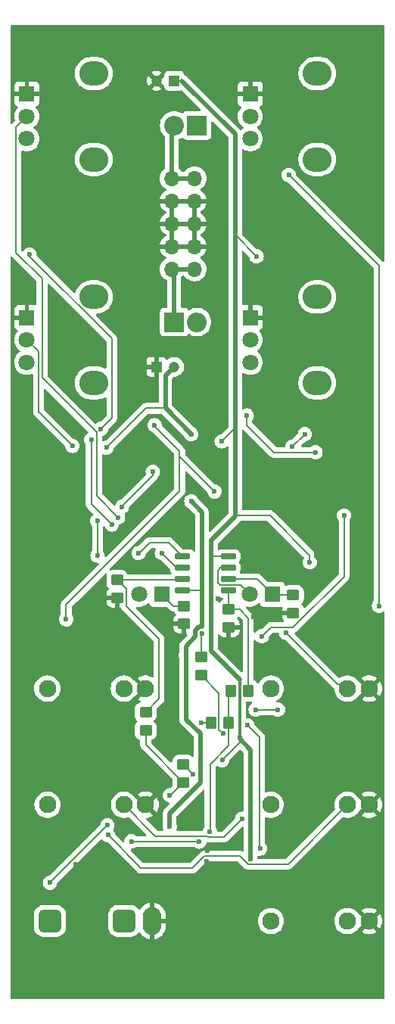
<source format=gbr>
%TF.GenerationSoftware,KiCad,Pcbnew,8.0.3-8.0.3-0~ubuntu22.04.1*%
%TF.CreationDate,2024-07-16T20:32:51+02:00*%
%TF.ProjectId,VCA_Panner,5643415f-5061-46e6-9e65-722e6b696361,rev?*%
%TF.SameCoordinates,Original*%
%TF.FileFunction,Copper,L1,Top*%
%TF.FilePolarity,Positive*%
%FSLAX46Y46*%
G04 Gerber Fmt 4.6, Leading zero omitted, Abs format (unit mm)*
G04 Created by KiCad (PCBNEW 8.0.3-8.0.3-0~ubuntu22.04.1) date 2024-07-16 20:32:51*
%MOMM*%
%LPD*%
G01*
G04 APERTURE LIST*
G04 Aperture macros list*
%AMRoundRect*
0 Rectangle with rounded corners*
0 $1 Rounding radius*
0 $2 $3 $4 $5 $6 $7 $8 $9 X,Y pos of 4 corners*
0 Add a 4 corners polygon primitive as box body*
4,1,4,$2,$3,$4,$5,$6,$7,$8,$9,$2,$3,0*
0 Add four circle primitives for the rounded corners*
1,1,$1+$1,$2,$3*
1,1,$1+$1,$4,$5*
1,1,$1+$1,$6,$7*
1,1,$1+$1,$8,$9*
0 Add four rect primitives between the rounded corners*
20,1,$1+$1,$2,$3,$4,$5,0*
20,1,$1+$1,$4,$5,$6,$7,0*
20,1,$1+$1,$6,$7,$8,$9,0*
20,1,$1+$1,$8,$9,$2,$3,0*%
G04 Aperture macros list end*
%TA.AperFunction,ComponentPad*%
%ADD10C,1.930400*%
%TD*%
%TA.AperFunction,SMDPad,CuDef*%
%ADD11RoundRect,0.250000X0.450000X-0.350000X0.450000X0.350000X-0.450000X0.350000X-0.450000X-0.350000X0*%
%TD*%
%TA.AperFunction,ComponentPad*%
%ADD12RoundRect,0.650000X0.650000X-0.650000X0.650000X0.650000X-0.650000X0.650000X-0.650000X-0.650000X0*%
%TD*%
%TA.AperFunction,ComponentPad*%
%ADD13O,2.100000X3.100000*%
%TD*%
%TA.AperFunction,ComponentPad*%
%ADD14O,3.240000X2.720000*%
%TD*%
%TA.AperFunction,ComponentPad*%
%ADD15R,1.800000X1.800000*%
%TD*%
%TA.AperFunction,ComponentPad*%
%ADD16C,1.800000*%
%TD*%
%TA.AperFunction,SMDPad,CuDef*%
%ADD17RoundRect,0.250000X-0.350000X-0.450000X0.350000X-0.450000X0.350000X0.450000X-0.350000X0.450000X0*%
%TD*%
%TA.AperFunction,SMDPad,CuDef*%
%ADD18RoundRect,0.150000X-0.725000X-0.150000X0.725000X-0.150000X0.725000X0.150000X-0.725000X0.150000X0*%
%TD*%
%TA.AperFunction,SMDPad,CuDef*%
%ADD19RoundRect,0.250000X0.350000X0.450000X-0.350000X0.450000X-0.350000X-0.450000X0.350000X-0.450000X0*%
%TD*%
%TA.AperFunction,ComponentPad*%
%ADD20R,1.200000X1.200000*%
%TD*%
%TA.AperFunction,ComponentPad*%
%ADD21C,1.200000*%
%TD*%
%TA.AperFunction,ComponentPad*%
%ADD22O,1.700000X1.700000*%
%TD*%
%TA.AperFunction,ComponentPad*%
%ADD23R,2.200000X2.200000*%
%TD*%
%TA.AperFunction,ComponentPad*%
%ADD24O,2.200000X2.200000*%
%TD*%
%TA.AperFunction,ViaPad*%
%ADD25C,0.600000*%
%TD*%
%TA.AperFunction,Conductor*%
%ADD26C,0.200000*%
%TD*%
%TA.AperFunction,Conductor*%
%ADD27C,0.500000*%
%TD*%
%TA.AperFunction,Conductor*%
%ADD28C,0.350000*%
%TD*%
G04 APERTURE END LIST*
D10*
%TO.P,J3,S*%
%TO.N,GND*%
X122787300Y-145000000D03*
%TO.P,J3,T*%
%TO.N,audio_to_ch2*%
X111814500Y-145000000D03*
%TO.P,J3,TN*%
%TO.N,audio_to_ch1*%
X120374300Y-145000000D03*
%TD*%
D11*
%TO.P,R44,1*%
%TO.N,GND*%
X139300000Y-123550000D03*
%TO.P,R44,2*%
%TO.N,Net-(D8-K)*%
X139300000Y-121550000D03*
%TD*%
D12*
%TO.P,J5,R*%
%TO.N,audio_from_ch2*%
X120392700Y-158000000D03*
D13*
%TO.P,J5,S*%
%TO.N,GND*%
X123492700Y-158000000D03*
D12*
%TO.P,J5,T*%
%TO.N,Net-(J5-PadT)*%
X112092700Y-158000000D03*
%TD*%
D14*
%TO.P,RV2,*%
%TO.N,*%
X142000000Y-63200000D03*
X142000000Y-72800000D03*
D15*
%TO.P,RV2,1,1*%
%TO.N,GND*%
X134500000Y-65500000D03*
D16*
%TO.P,RV2,2,2*%
%TO.N,Net-(U4A-+)*%
X134500000Y-68000000D03*
%TO.P,RV2,3,3*%
%TO.N,CV2*%
X134500000Y-70500000D03*
%TD*%
D15*
%TO.P,D8,1,K*%
%TO.N,Net-(D8-K)*%
X136975000Y-121450000D03*
D16*
%TO.P,D8,2,A*%
%TO.N,Net-(D8-A)*%
X134435000Y-121450000D03*
%TD*%
D11*
%TO.P,R33,1*%
%TO.N,Net-(U2A--)*%
X129000000Y-130500000D03*
%TO.P,R33,2*%
%TO.N,Net-(R31-Pad1)*%
X129000000Y-128500000D03*
%TD*%
D14*
%TO.P,RV3,*%
%TO.N,*%
X117000000Y-88200000D03*
X117000000Y-97800000D03*
D15*
%TO.P,RV3,1,1*%
%TO.N,GND*%
X109500000Y-90500000D03*
D16*
%TO.P,RV3,2,2*%
%TO.N,Net-(U3C-+)*%
X109500000Y-93000000D03*
%TO.P,RV3,3,3*%
%TO.N,Net-(R23-Pad1)*%
X109500000Y-95500000D03*
%TD*%
D10*
%TO.P,J2,S*%
%TO.N,GND*%
X147778500Y-132000000D03*
%TO.P,J2,T*%
%TO.N,CV2*%
X136805700Y-132000000D03*
%TO.P,J2,TN*%
%TO.N,CV1*%
X145365500Y-132000000D03*
%TD*%
D11*
%TO.P,R43,1*%
%TO.N,GND*%
X132100000Y-125150000D03*
%TO.P,R43,2*%
%TO.N,Net-(U5B-+)*%
X132100000Y-123150000D03*
%TD*%
D17*
%TO.P,R46,1*%
%TO.N,cv2_to_vca2*%
X132300000Y-132250000D03*
%TO.P,R46,2*%
%TO.N,Net-(U5B-+)*%
X134300000Y-132250000D03*
%TD*%
D15*
%TO.P,D6,1,K*%
%TO.N,Net-(D6-K)*%
X124600000Y-121450000D03*
D16*
%TO.P,D6,2,A*%
%TO.N,Net-(D6-A)*%
X122060000Y-121450000D03*
%TD*%
D18*
%TO.P,U5,1*%
%TO.N,Net-(D6-A)*%
X126900000Y-117210000D03*
%TO.P,U5,2,-*%
%TO.N,Net-(D6-K)*%
X126900000Y-118480000D03*
%TO.P,U5,3,+*%
%TO.N,Net-(U5A-+)*%
X126900000Y-119750000D03*
%TO.P,U5,4,V-*%
%TO.N,-12V*%
X126900000Y-121020000D03*
%TO.P,U5,5,+*%
%TO.N,Net-(U5B-+)*%
X132050000Y-121020000D03*
%TO.P,U5,6,-*%
%TO.N,Net-(D8-K)*%
X132050000Y-119750000D03*
%TO.P,U5,7*%
%TO.N,Net-(D8-A)*%
X132050000Y-118480000D03*
%TO.P,U5,8,V+*%
%TO.N,+12V*%
X132050000Y-117210000D03*
%TD*%
D11*
%TO.P,R39,1*%
%TO.N,cv1_to_vca1*%
X127000000Y-142500000D03*
%TO.P,R39,2*%
%TO.N,Net-(R37-Pad1)*%
X127000000Y-140500000D03*
%TD*%
D19*
%TO.P,R40,1*%
%TO.N,cv2_to_vca2*%
X132100000Y-135850000D03*
%TO.P,R40,2*%
%TO.N,Net-(R38-Pad1)*%
X130100000Y-135850000D03*
%TD*%
D10*
%TO.P,J4,S*%
%TO.N,GND*%
X147778500Y-145000000D03*
%TO.P,J4,T*%
%TO.N,audio_to_ch1*%
X136805700Y-145000000D03*
%TO.P,J4,TN*%
%TO.N,audio_to_ch2*%
X145365500Y-145000000D03*
%TD*%
%TO.P,J6,S*%
%TO.N,GND*%
X147778500Y-158000000D03*
%TO.P,J6,T*%
%TO.N,Net-(J6-PadT)*%
X136805700Y-158000000D03*
%TO.P,J6,TN*%
%TO.N,audio_from_ch2*%
X145365500Y-158000000D03*
%TD*%
D11*
%TO.P,R42,1*%
%TO.N,GND*%
X127100000Y-124750000D03*
%TO.P,R42,2*%
%TO.N,Net-(D6-K)*%
X127100000Y-122750000D03*
%TD*%
%TO.P,R45,1*%
%TO.N,cv1_to_vca1*%
X122800000Y-136650000D03*
%TO.P,R45,2*%
%TO.N,Net-(U5A-+)*%
X122800000Y-134650000D03*
%TD*%
D14*
%TO.P,RV4,*%
%TO.N,*%
X142000000Y-88200000D03*
X142000000Y-97800000D03*
D15*
%TO.P,RV4,1,1*%
%TO.N,GND*%
X134500000Y-90500000D03*
D16*
%TO.P,RV4,2,2*%
%TO.N,Net-(U4C-+)*%
X134500000Y-93000000D03*
%TO.P,RV4,3,3*%
%TO.N,Net-(R25-Pad1)*%
X134500000Y-95500000D03*
%TD*%
D10*
%TO.P,J1,S*%
%TO.N,GND*%
X122765800Y-132000000D03*
%TO.P,J1,T*%
%TO.N,CV1*%
X111793000Y-132000000D03*
%TO.P,J1,TN*%
%TO.N,CV2*%
X120352800Y-132000000D03*
%TD*%
D14*
%TO.P,RV1,*%
%TO.N,*%
X117000000Y-63200000D03*
X117000000Y-72800000D03*
D15*
%TO.P,RV1,1,1*%
%TO.N,GND*%
X109500000Y-65500000D03*
D16*
%TO.P,RV1,2,2*%
%TO.N,Net-(U3A-+)*%
X109500000Y-68000000D03*
%TO.P,RV1,3,3*%
%TO.N,CV1*%
X109500000Y-70500000D03*
%TD*%
D11*
%TO.P,R41,1*%
%TO.N,GND*%
X119600000Y-121850000D03*
%TO.P,R41,2*%
%TO.N,Net-(U5A-+)*%
X119600000Y-119850000D03*
%TD*%
D20*
%TO.P,C5,1*%
%TO.N,GND*%
X124000000Y-96000000D03*
D21*
%TO.P,C5,2*%
%TO.N,-12V*%
X126000000Y-96000000D03*
%TD*%
D22*
%TO.P,J7,1,Pin_1*%
%TO.N,Net-(D4-K)*%
X125730000Y-85080000D03*
%TO.P,J7,2,Pin_2*%
X128270000Y-85080000D03*
%TO.P,J7,3,Pin_3*%
%TO.N,GND*%
X125730000Y-82540000D03*
%TO.P,J7,4,Pin_4*%
X128270000Y-82540000D03*
%TO.P,J7,5,Pin_5*%
X125730000Y-80000000D03*
%TO.P,J7,6,Pin_6*%
X128270000Y-80000000D03*
%TO.P,J7,7,Pin_7*%
X125730000Y-77460000D03*
%TO.P,J7,8,Pin_8*%
X128270000Y-77460000D03*
%TO.P,J7,9,Pin_9*%
%TO.N,Net-(D3-A)*%
X125730000Y-74920000D03*
%TO.P,J7,10,Pin_10*%
X128270000Y-74920000D03*
%TD*%
D20*
%TO.P,C4,1*%
%TO.N,+12V*%
X126000000Y-64000000D03*
D21*
%TO.P,C4,2*%
%TO.N,GND*%
X124000000Y-64000000D03*
%TD*%
D23*
%TO.P,D3,1,K*%
%TO.N,Net-(D3-K)*%
X128540000Y-69000000D03*
D24*
%TO.P,D3,2,A*%
%TO.N,Net-(D3-A)*%
X126000000Y-69000000D03*
%TD*%
D23*
%TO.P,D4,1,K*%
%TO.N,Net-(D4-K)*%
X126000000Y-91000000D03*
D24*
%TO.P,D4,2,A*%
%TO.N,Net-(D4-A)*%
X128540000Y-91000000D03*
%TD*%
D25*
%TO.N,GND*%
X120087300Y-141700000D03*
X129687300Y-150100000D03*
X122187300Y-107800000D03*
X125287300Y-118900000D03*
X125487300Y-136200000D03*
X122287300Y-150500000D03*
X136587300Y-143000000D03*
X124087300Y-138400000D03*
X120887300Y-138600000D03*
%TO.N,audio_to_ch1*%
X133584455Y-146571010D03*
%TO.N,audio_to_ch2*%
X118587300Y-148400000D03*
%TO.N,audio1_to_vca1*%
X121187300Y-149100000D03*
%TO.N,GND*%
X124287300Y-141000000D03*
X133487300Y-149700000D03*
X128787300Y-144600000D03*
%TO.N,Net-(U1B-IO2)*%
X135583500Y-149900000D03*
X134187300Y-136100000D03*
%TO.N,GND*%
X128600000Y-98950000D03*
X133400000Y-129650000D03*
X145300000Y-121350000D03*
X143600000Y-162250000D03*
X138200000Y-99050000D03*
X135400000Y-127950000D03*
X136100000Y-76550000D03*
X121800000Y-112550000D03*
X109600000Y-104150000D03*
X130600000Y-107050000D03*
X134900000Y-123950000D03*
X141400000Y-140250000D03*
X130800000Y-112150000D03*
X138900000Y-148350000D03*
X126400000Y-93750000D03*
X129600000Y-151350000D03*
X143300000Y-83550000D03*
X110300000Y-76750000D03*
X119887300Y-148200000D03*
X115300000Y-103250000D03*
X113500000Y-162050000D03*
X141600000Y-121150000D03*
X141900000Y-117150000D03*
X131900000Y-142650000D03*
X120400000Y-135250000D03*
X131500000Y-96250000D03*
X109200000Y-86950000D03*
X120000000Y-154150000D03*
X136600000Y-114350000D03*
X129400000Y-72150000D03*
X123600000Y-118650000D03*
X114500000Y-117550000D03*
X143400000Y-104150000D03*
X130900000Y-121950000D03*
X121400000Y-118550000D03*
X143300000Y-113050000D03*
X129787300Y-163900000D03*
X146400000Y-101050000D03*
X114400000Y-112550000D03*
X109800000Y-117750000D03*
X124700000Y-124950000D03*
X133300000Y-127350000D03*
X115000000Y-151650000D03*
X124100000Y-114150000D03*
X134700000Y-107150000D03*
X114887300Y-142700000D03*
X127100000Y-113050000D03*
X140200000Y-132450000D03*
X118300000Y-123350000D03*
X132300000Y-115450000D03*
X120300000Y-71950000D03*
X114900000Y-94050000D03*
X120700000Y-98450000D03*
X112500000Y-134850000D03*
X124200000Y-109650000D03*
X135100000Y-155650000D03*
X145000000Y-76050000D03*
%TO.N,+12V*%
X117402500Y-117125000D03*
X135200000Y-83650000D03*
X134500000Y-151050000D03*
X120137363Y-111674999D03*
X131350000Y-140000000D03*
X141160000Y-117850000D03*
X131300000Y-104350000D03*
X117400000Y-113250000D03*
X123600000Y-107750000D03*
%TO.N,-12V*%
X127900000Y-103550000D03*
X141800000Y-105577500D03*
X127300000Y-128250000D03*
X125487300Y-147400000D03*
X118400000Y-105050000D03*
X127900000Y-111050000D03*
X134100000Y-101450000D03*
%TO.N,Net-(C3-Pad2)*%
X137600000Y-134350000D03*
X135100000Y-134350000D03*
%TO.N,CV1*%
X123800000Y-102550000D03*
X138500000Y-125750000D03*
X130500000Y-109950000D03*
X113900000Y-124250000D03*
%TO.N,CV2*%
X148900000Y-122750000D03*
X138800000Y-74550000D03*
%TO.N,Net-(D6-A)*%
X122000000Y-116850000D03*
%TO.N,Net-(D6-K)*%
X124600000Y-116850000D03*
%TO.N,Net-(J5-PadT)*%
X112087300Y-153725000D03*
X118512300Y-147300000D03*
%TO.N,Net-(U2A--)*%
X131487300Y-137050000D03*
%TO.N,cv1_to_vca1*%
X125500000Y-143950000D03*
%TO.N,Net-(U3A--)*%
X117800000Y-102950000D03*
X119000000Y-113650000D03*
X116700000Y-104150000D03*
X109800000Y-83450000D03*
%TO.N,cv2_to_vca2*%
X129987300Y-148000000D03*
%TO.N,Net-(U3A-+)*%
X119700000Y-112850000D03*
%TO.N,Net-(R28-Pad1)*%
X139200000Y-104950000D03*
X140600000Y-103550000D03*
%TO.N,audio1_to_vca1*%
X128787300Y-149125000D03*
%TO.N,Net-(U3C-+)*%
X114600000Y-104850000D03*
%TO.N,Net-(R31-Pad1)*%
X129080331Y-125830331D03*
%TO.N,Net-(R32-Pad1)*%
X135800000Y-126150000D03*
X145000000Y-112650000D03*
%TO.N,Net-(R37-Pad1)*%
X128100000Y-141550000D03*
%TO.N,Net-(R38-Pad1)*%
X129000000Y-135850000D03*
%TD*%
D26*
%TO.N,CV1*%
X130500000Y-109950000D02*
X126600000Y-106050000D01*
X113900000Y-124250000D02*
X113900000Y-122610000D01*
X113900000Y-122610000D02*
X126600000Y-109910000D01*
X126600000Y-109910000D02*
X126600000Y-106050000D01*
X123800000Y-102650000D02*
X123800000Y-102550000D01*
X126600000Y-106050000D02*
X126600000Y-105450000D01*
X126600000Y-105450000D02*
X123800000Y-102650000D01*
%TO.N,audio_to_ch1*%
X120374300Y-145000000D02*
X123874300Y-148500000D01*
X129638771Y-148500000D02*
X129738771Y-148600000D01*
X123874300Y-148500000D02*
X129638771Y-148500000D01*
X129738771Y-148600000D02*
X131587300Y-148600000D01*
X131587300Y-148600000D02*
X133587300Y-146600000D01*
%TO.N,audio_to_ch2*%
X124787300Y-152100000D02*
X122287300Y-152100000D01*
X122287300Y-152100000D02*
X118587300Y-148400000D01*
X145365500Y-145000000D02*
X138715500Y-151650000D01*
X138715500Y-151650000D02*
X134251471Y-151650000D01*
X134251471Y-151650000D02*
X133351471Y-150750000D01*
X133351471Y-150750000D02*
X129351471Y-150750000D01*
X129351471Y-150750000D02*
X128001471Y-152100000D01*
X128001471Y-152100000D02*
X124712300Y-152100000D01*
%TO.N,audio1_to_vca1*%
X121187300Y-149100000D02*
X121185829Y-149125000D01*
%TO.N,cv2_to_vca2*%
X129987300Y-148000000D02*
X130000000Y-147987300D01*
X130000000Y-147987300D02*
X130000000Y-140501471D01*
X130000000Y-140501471D02*
X132100000Y-138401471D01*
X132100000Y-138401471D02*
X132100000Y-135850000D01*
%TO.N,Net-(U1B-IO2)*%
X135583500Y-149900000D02*
X135540500Y-149857000D01*
X135540500Y-149857000D02*
X135540500Y-137453200D01*
X135540500Y-137453200D02*
X134187300Y-136100000D01*
%TO.N,Net-(U2A--)*%
X131000000Y-132500000D02*
X129000000Y-130500000D01*
X131487300Y-137050000D02*
X131000000Y-136562700D01*
X131000000Y-136562700D02*
X131000000Y-132500000D01*
D27*
%TO.N,+12V*%
X134500000Y-151050000D02*
X134500000Y-138850000D01*
X134500000Y-138850000D02*
X133300000Y-137650000D01*
X133300000Y-137650000D02*
X133300000Y-137350000D01*
D26*
X133300000Y-138050000D02*
X133300000Y-137350000D01*
X135200000Y-83650000D02*
X132800000Y-81250000D01*
X141160000Y-117110000D02*
X136700000Y-112650000D01*
D27*
X132800000Y-81250000D02*
X132800000Y-102850000D01*
X130100000Y-127803122D02*
X133300000Y-131003122D01*
D26*
X126000000Y-64000000D02*
X126800000Y-64000000D01*
X130140000Y-117210000D02*
X130100000Y-117250000D01*
D27*
X132800000Y-102850000D02*
X132800000Y-112750000D01*
D26*
X120137363Y-111674999D02*
X120137363Y-111612637D01*
D27*
X130100000Y-117250000D02*
X130100000Y-127803122D01*
D26*
X123600000Y-108150000D02*
X123600000Y-107750000D01*
X141160000Y-117850000D02*
X141160000Y-117110000D01*
D27*
X132800000Y-112750000D02*
X130100000Y-115450000D01*
X130100000Y-115450000D02*
X130100000Y-117250000D01*
D28*
X133300000Y-131003122D02*
X133300000Y-137350000D01*
D26*
X132900000Y-112650000D02*
X132800000Y-112750000D01*
X136700000Y-112650000D02*
X132900000Y-112650000D01*
X117402500Y-113252500D02*
X117400000Y-113250000D01*
X131350000Y-140000000D02*
X133300000Y-138050000D01*
X120137363Y-111612637D02*
X123600000Y-108150000D01*
X131750000Y-117210000D02*
X130140000Y-117210000D01*
X131300000Y-104350000D02*
X132800000Y-102850000D01*
D27*
X132800000Y-70000000D02*
X132800000Y-81250000D01*
D26*
X117400000Y-113250000D02*
X117402500Y-117125000D01*
D27*
X126800000Y-64000000D02*
X132800000Y-70000000D01*
%TO.N,-12V*%
X125000000Y-100650000D02*
X125000000Y-97000000D01*
X127878122Y-111050000D02*
X129100000Y-112271878D01*
D26*
X118400000Y-105050000D02*
X122800000Y-100650000D01*
D27*
X127300000Y-127250000D02*
X128369670Y-126180330D01*
X128900000Y-142550000D02*
X128900000Y-137050000D01*
X128330331Y-126140992D02*
X128330331Y-125519670D01*
X125000000Y-97000000D02*
X126000000Y-96000000D01*
X129100000Y-112271878D02*
X129100000Y-120750000D01*
D26*
X122800000Y-100650000D02*
X125000000Y-100650000D01*
X128830000Y-121020000D02*
X129100000Y-120750000D01*
D27*
X128900000Y-137050000D02*
X127300000Y-135450000D01*
D26*
X141800000Y-105577500D02*
X137127500Y-105577500D01*
D27*
X129100000Y-125080331D02*
X129100000Y-120750000D01*
X127300000Y-135450000D02*
X127300000Y-127250000D01*
D26*
X137127500Y-105577500D02*
X134100000Y-102550000D01*
D27*
X125487300Y-147400000D02*
X125487300Y-145962700D01*
X127900000Y-103550000D02*
X125000000Y-100650000D01*
X127900000Y-111071878D02*
X127900000Y-111050000D01*
D26*
X134100000Y-102550000D02*
X134100000Y-101450000D01*
X134100000Y-101550000D02*
X134100000Y-101450000D01*
X126600000Y-121020000D02*
X127830000Y-121020000D01*
D27*
X128769670Y-125080331D02*
X129100000Y-125080331D01*
X127900000Y-111050000D02*
X127878122Y-111050000D01*
X127950000Y-111121878D02*
X127900000Y-111071878D01*
X125487300Y-145962700D02*
X128900000Y-142550000D01*
X128330331Y-125519670D02*
X128769670Y-125080331D01*
X128369670Y-126180330D02*
X128330331Y-126140992D01*
D26*
X127025000Y-121020000D02*
X128830000Y-121020000D01*
%TO.N,Net-(C3-Pad2)*%
X137600000Y-134350000D02*
X135100000Y-134350000D01*
%TO.N,CV1*%
X123700000Y-102550000D02*
X123700000Y-102550000D01*
X123800000Y-102550000D02*
X123700000Y-102550000D01*
X144225937Y-131475937D02*
X144828737Y-131475937D01*
X138500000Y-125750000D02*
X144225937Y-131475937D01*
X144828737Y-131475937D02*
X145352800Y-132000000D01*
D27*
%TO.N,Net-(D3-A)*%
X125730000Y-74920000D02*
X128270000Y-74920000D01*
D26*
X125730000Y-69270000D02*
X126000000Y-69000000D01*
D27*
X125730000Y-74920000D02*
X125730000Y-69270000D01*
%TO.N,Net-(D4-K)*%
X126000000Y-91000000D02*
X126000000Y-85350000D01*
D26*
X126000000Y-85350000D02*
X125730000Y-85080000D01*
D27*
X125730000Y-85080000D02*
X128270000Y-85080000D01*
D26*
%TO.N,CV2*%
X148900000Y-84650000D02*
X148900000Y-122750000D01*
X148900000Y-122750000D02*
X148900000Y-122850000D01*
X138800000Y-74550000D02*
X148900000Y-84650000D01*
%TO.N,Net-(D6-A)*%
X126900000Y-117210000D02*
X125340000Y-115650000D01*
X122060000Y-116850000D02*
X122000000Y-116850000D01*
X123260000Y-115650000D02*
X122060000Y-116850000D01*
X125340000Y-115650000D02*
X123260000Y-115650000D01*
X122000000Y-116850000D02*
X122000000Y-116910000D01*
X122000000Y-116910000D02*
X122060000Y-116850000D01*
%TO.N,Net-(D6-K)*%
X127100000Y-122750000D02*
X125900000Y-122750000D01*
X125900000Y-122750000D02*
X124600000Y-121450000D01*
X126470000Y-118480000D02*
X126900000Y-118480000D01*
X126230000Y-118480000D02*
X124600000Y-116850000D01*
X126900000Y-118480000D02*
X126230000Y-118480000D01*
%TO.N,Net-(D8-A)*%
X131134448Y-120420000D02*
X133405000Y-120420000D01*
X131175001Y-118480000D02*
X130875000Y-118780001D01*
X133405000Y-120420000D02*
X134435000Y-121450000D01*
X130875000Y-120160552D02*
X131134448Y-120420000D01*
X132050000Y-118480000D02*
X132795000Y-118480000D01*
X130875000Y-118780001D02*
X130875000Y-120160552D01*
X132050000Y-118480000D02*
X131175001Y-118480000D01*
%TO.N,Net-(D8-K)*%
X137075000Y-121550000D02*
X136975000Y-121450000D01*
X136965000Y-121440000D02*
X136975000Y-121450000D01*
X135275000Y-119750000D02*
X136975000Y-121450000D01*
X132050000Y-119750000D02*
X135275000Y-119750000D01*
X139300000Y-121550000D02*
X137075000Y-121550000D01*
%TO.N,Net-(J5-PadT)*%
X118501471Y-147300000D02*
X118512300Y-147300000D01*
X112087300Y-153725000D02*
X112087300Y-153714171D01*
X112087300Y-153714171D02*
X118501471Y-147300000D01*
%TO.N,cv1_to_vca1*%
X125550000Y-143950000D02*
X127000000Y-142500000D01*
X127000000Y-142500000D02*
X122800000Y-138300000D01*
X122800000Y-138300000D02*
X122800000Y-136650000D01*
X125500000Y-143950000D02*
X125550000Y-143950000D01*
%TO.N,Net-(U3A--)*%
X109800000Y-83450000D02*
X109700000Y-83450000D01*
X117800000Y-102950000D02*
X119000000Y-101750000D01*
X119000000Y-101750000D02*
X119000000Y-92850000D01*
X116700000Y-104150000D02*
X116700000Y-104050000D01*
X116700000Y-111350000D02*
X116700000Y-104150000D01*
X119000000Y-92850000D02*
X109700000Y-83550000D01*
X119000000Y-113650000D02*
X116700000Y-111350000D01*
X109700000Y-83550000D02*
X109800000Y-83450000D01*
%TO.N,cv2_to_vca2*%
X132100000Y-135850000D02*
X132100000Y-132450000D01*
X132100000Y-132450000D02*
X132300000Y-132250000D01*
%TO.N,Net-(U3A-+)*%
X117300000Y-103350000D02*
X111200000Y-97250000D01*
X111200000Y-97250000D02*
X111200000Y-86150000D01*
X117300000Y-110450000D02*
X117300000Y-103350000D01*
X119700000Y-112850000D02*
X117300000Y-110450000D01*
X108300000Y-83250000D02*
X108300000Y-69200000D01*
X108300000Y-69200000D02*
X109500000Y-68000000D01*
X111200000Y-86150000D02*
X108300000Y-83250000D01*
%TO.N,Net-(R28-Pad1)*%
X139200000Y-104950000D02*
X140600000Y-103550000D01*
%TO.N,audio1_to_vca1*%
X128787300Y-149125000D02*
X121187300Y-149100000D01*
%TO.N,Net-(U3C-+)*%
X110800000Y-101050000D02*
X110800000Y-94300000D01*
X110800000Y-94300000D02*
X109500000Y-93000000D01*
X114600000Y-104850000D02*
X110800000Y-101050000D01*
%TO.N,Net-(R31-Pad1)*%
X129080331Y-125830331D02*
X129000000Y-125910662D01*
X129000000Y-125910662D02*
X129000000Y-128500000D01*
%TO.N,Net-(R32-Pad1)*%
X136800000Y-125150000D02*
X139300000Y-125150000D01*
X139300000Y-125150000D02*
X145000000Y-119450000D01*
X135800000Y-126150000D02*
X136800000Y-125150000D01*
X145000000Y-119450000D02*
X145000000Y-112650000D01*
%TO.N,Net-(R37-Pad1)*%
X128050000Y-141550000D02*
X127000000Y-140500000D01*
X128100000Y-141550000D02*
X128050000Y-141550000D01*
%TO.N,Net-(R38-Pad1)*%
X130100000Y-135850000D02*
X129000000Y-135850000D01*
X129000000Y-135850000D02*
X128900000Y-135850000D01*
%TO.N,Net-(U5A-+)*%
X124287300Y-126437300D02*
X120600000Y-122750000D01*
X120600000Y-122750000D02*
X120600000Y-120850000D01*
X122800000Y-134650000D02*
X124287300Y-133162700D01*
X120600000Y-120850000D02*
X119600000Y-119850000D01*
X119600000Y-119850000D02*
X126800000Y-119850000D01*
X126800000Y-119850000D02*
X126900000Y-119750000D01*
X124287300Y-133162700D02*
X124287300Y-126437300D01*
%TO.N,Net-(U5B-+)*%
X132050000Y-123100000D02*
X132100000Y-123150000D01*
X133300000Y-123150000D02*
X132100000Y-123150000D01*
X134300000Y-132250000D02*
X134300000Y-124150000D01*
X134300000Y-124150000D02*
X133300000Y-123150000D01*
X132050000Y-121020000D02*
X132050000Y-123100000D01*
%TD*%
%TA.AperFunction,Conductor*%
%TO.N,GND*%
G36*
X149492539Y-57820185D02*
G01*
X149538294Y-57872989D01*
X149549500Y-57924500D01*
X149549500Y-84150901D01*
X149529815Y-84217940D01*
X149477011Y-84263695D01*
X149407853Y-84273639D01*
X149344297Y-84244614D01*
X149337819Y-84238582D01*
X149264397Y-84165160D01*
X149264374Y-84165139D01*
X139630700Y-74531465D01*
X139597215Y-74470142D01*
X139595163Y-74457686D01*
X139585368Y-74370745D01*
X139525789Y-74200478D01*
X139429816Y-74047738D01*
X139302262Y-73920184D01*
X139240708Y-73881507D01*
X139149523Y-73824211D01*
X138979254Y-73764631D01*
X138979249Y-73764630D01*
X138800004Y-73744435D01*
X138799996Y-73744435D01*
X138620750Y-73764630D01*
X138620745Y-73764631D01*
X138450476Y-73824211D01*
X138297737Y-73920184D01*
X138170184Y-74047737D01*
X138074211Y-74200476D01*
X138014631Y-74370745D01*
X138014630Y-74370750D01*
X137994435Y-74549996D01*
X137994435Y-74550003D01*
X138014630Y-74729249D01*
X138014631Y-74729254D01*
X138074211Y-74899523D01*
X138087078Y-74920000D01*
X138170184Y-75052262D01*
X138297738Y-75179816D01*
X138450478Y-75275789D01*
X138620745Y-75335368D01*
X138707669Y-75345161D01*
X138772080Y-75372226D01*
X138781465Y-75380700D01*
X148263181Y-84862416D01*
X148296666Y-84923739D01*
X148299500Y-84950097D01*
X148299500Y-122167587D01*
X148279815Y-122234626D01*
X148272450Y-122244896D01*
X148270186Y-122247734D01*
X148174211Y-122400476D01*
X148114631Y-122570745D01*
X148114630Y-122570750D01*
X148094435Y-122749996D01*
X148094435Y-122750003D01*
X148114630Y-122929249D01*
X148114631Y-122929254D01*
X148174211Y-123099523D01*
X148256523Y-123230521D01*
X148270184Y-123252262D01*
X148397738Y-123379816D01*
X148550478Y-123475789D01*
X148720745Y-123535368D01*
X148720750Y-123535369D01*
X148899996Y-123555565D01*
X148900000Y-123555565D01*
X148900004Y-123555565D01*
X149079249Y-123535369D01*
X149079252Y-123535368D01*
X149079255Y-123535368D01*
X149249522Y-123475789D01*
X149359527Y-123406667D01*
X149426764Y-123387667D01*
X149493599Y-123408034D01*
X149538814Y-123461302D01*
X149549500Y-123511661D01*
X149549500Y-166575500D01*
X149529815Y-166642539D01*
X149477011Y-166688294D01*
X149425500Y-166699500D01*
X107774500Y-166699500D01*
X107707461Y-166679815D01*
X107661706Y-166627011D01*
X107650500Y-166575500D01*
X107650500Y-157278984D01*
X110292200Y-157278984D01*
X110292200Y-158721015D01*
X110298350Y-158809624D01*
X110298352Y-158809640D01*
X110347165Y-159017176D01*
X110347167Y-159017182D01*
X110347168Y-159017185D01*
X110433291Y-159212237D01*
X110476470Y-159275270D01*
X110553788Y-159388141D01*
X110553793Y-159388147D01*
X110704552Y-159538906D01*
X110704558Y-159538911D01*
X110880463Y-159659409D01*
X111075515Y-159745532D01*
X111075521Y-159745533D01*
X111075523Y-159745534D01*
X111283059Y-159794347D01*
X111283064Y-159794347D01*
X111283070Y-159794349D01*
X111332302Y-159797766D01*
X111371684Y-159800500D01*
X111371688Y-159800500D01*
X112813716Y-159800500D01*
X112849159Y-159798039D01*
X112902330Y-159794349D01*
X112902336Y-159794347D01*
X112902340Y-159794347D01*
X113109876Y-159745534D01*
X113109874Y-159745534D01*
X113109885Y-159745532D01*
X113304937Y-159659409D01*
X113480842Y-159538911D01*
X113631611Y-159388142D01*
X113752109Y-159212237D01*
X113838232Y-159017185D01*
X113865526Y-158901139D01*
X113887047Y-158809640D01*
X113887047Y-158809636D01*
X113887049Y-158809630D01*
X113893200Y-158721012D01*
X113893200Y-157278988D01*
X113893200Y-157278984D01*
X118592200Y-157278984D01*
X118592200Y-158721015D01*
X118598350Y-158809624D01*
X118598352Y-158809640D01*
X118647165Y-159017176D01*
X118647167Y-159017182D01*
X118647168Y-159017185D01*
X118733291Y-159212237D01*
X118776470Y-159275270D01*
X118853788Y-159388141D01*
X118853793Y-159388147D01*
X119004552Y-159538906D01*
X119004558Y-159538911D01*
X119180463Y-159659409D01*
X119375515Y-159745532D01*
X119375521Y-159745533D01*
X119375523Y-159745534D01*
X119583059Y-159794347D01*
X119583064Y-159794347D01*
X119583070Y-159794349D01*
X119632302Y-159797766D01*
X119671684Y-159800500D01*
X119671688Y-159800500D01*
X121113716Y-159800500D01*
X121149159Y-159798039D01*
X121202330Y-159794349D01*
X121202336Y-159794347D01*
X121202340Y-159794347D01*
X121409876Y-159745534D01*
X121409874Y-159745534D01*
X121409885Y-159745532D01*
X121604937Y-159659409D01*
X121780842Y-159538911D01*
X121931611Y-159388142D01*
X121973248Y-159327359D01*
X122027372Y-159283177D01*
X122096793Y-159275270D01*
X122159468Y-159306149D01*
X122175865Y-159324550D01*
X122310428Y-159509758D01*
X122310428Y-159509759D01*
X122482940Y-159682271D01*
X122680322Y-159825678D01*
X122897701Y-159936439D01*
X123129741Y-160011834D01*
X123242699Y-160029724D01*
X123242700Y-160029724D01*
X123242700Y-158666988D01*
X123252640Y-158684205D01*
X123308495Y-158740060D01*
X123376904Y-158779556D01*
X123453204Y-158800000D01*
X123532196Y-158800000D01*
X123608496Y-158779556D01*
X123676905Y-158740060D01*
X123732760Y-158684205D01*
X123742700Y-158666988D01*
X123742700Y-160029724D01*
X123855657Y-160011834D01*
X123855658Y-160011834D01*
X124087698Y-159936439D01*
X124305077Y-159825678D01*
X124502459Y-159682271D01*
X124674971Y-159509759D01*
X124818378Y-159312377D01*
X124929139Y-159094998D01*
X125004534Y-158862959D01*
X125042700Y-158621993D01*
X125042700Y-158250000D01*
X123792700Y-158250000D01*
X123792700Y-157999994D01*
X135334977Y-157999994D01*
X135334977Y-158000005D01*
X135355035Y-158242069D01*
X135414665Y-158477543D01*
X135512237Y-158699986D01*
X135645090Y-158903334D01*
X135645093Y-158903337D01*
X135809606Y-159082046D01*
X135809609Y-159082048D01*
X135809612Y-159082051D01*
X136001282Y-159231234D01*
X136001288Y-159231238D01*
X136001291Y-159231240D01*
X136082651Y-159275270D01*
X136214072Y-159346392D01*
X136214917Y-159346849D01*
X136444659Y-159425719D01*
X136684249Y-159465700D01*
X136684250Y-159465700D01*
X136927150Y-159465700D01*
X136927151Y-159465700D01*
X137166741Y-159425719D01*
X137396483Y-159346849D01*
X137610109Y-159231240D01*
X137610644Y-159230824D01*
X137785153Y-159094998D01*
X137801794Y-159082046D01*
X137966307Y-158903337D01*
X138099162Y-158699987D01*
X138196735Y-158477543D01*
X138256364Y-158242073D01*
X138276423Y-158000000D01*
X138276423Y-157999994D01*
X143894777Y-157999994D01*
X143894777Y-158000005D01*
X143914835Y-158242069D01*
X143974465Y-158477543D01*
X144072037Y-158699986D01*
X144204890Y-158903334D01*
X144204893Y-158903337D01*
X144369406Y-159082046D01*
X144369409Y-159082048D01*
X144369412Y-159082051D01*
X144561082Y-159231234D01*
X144561088Y-159231238D01*
X144561091Y-159231240D01*
X144642451Y-159275270D01*
X144773872Y-159346392D01*
X144774717Y-159346849D01*
X145004459Y-159425719D01*
X145244049Y-159465700D01*
X145244050Y-159465700D01*
X145486950Y-159465700D01*
X145486951Y-159465700D01*
X145726541Y-159425719D01*
X145956283Y-159346849D01*
X146169909Y-159231240D01*
X146170444Y-159230824D01*
X146344953Y-159094998D01*
X146361594Y-159082046D01*
X146526107Y-158903337D01*
X146527547Y-158901132D01*
X146543677Y-158881269D01*
X147340852Y-158084094D01*
X147364292Y-158171571D01*
X147422811Y-158272930D01*
X147505570Y-158355689D01*
X147606929Y-158414208D01*
X147694405Y-158437647D01*
X146933240Y-159198811D01*
X146974367Y-159230822D01*
X146974370Y-159230824D01*
X147187912Y-159346386D01*
X147187926Y-159346392D01*
X147417579Y-159425233D01*
X147657090Y-159465200D01*
X147899910Y-159465200D01*
X148139420Y-159425233D01*
X148369073Y-159346392D01*
X148369087Y-159346386D01*
X148582631Y-159230823D01*
X148582637Y-159230818D01*
X148623758Y-159198812D01*
X148623759Y-159198811D01*
X147862594Y-158437647D01*
X147950071Y-158414208D01*
X148051430Y-158355689D01*
X148134189Y-158272930D01*
X148192708Y-158171571D01*
X148216147Y-158084095D01*
X148976792Y-158844740D01*
X149071521Y-158699749D01*
X149169061Y-158477378D01*
X149228669Y-158241994D01*
X149228671Y-158241982D01*
X149248722Y-158000005D01*
X149248722Y-157999994D01*
X149228671Y-157758017D01*
X149228669Y-157758005D01*
X149169061Y-157522621D01*
X149071523Y-157300255D01*
X148976792Y-157155258D01*
X148216147Y-157915904D01*
X148192708Y-157828429D01*
X148134189Y-157727070D01*
X148051430Y-157644311D01*
X147950071Y-157585792D01*
X147862594Y-157562352D01*
X148623758Y-156801187D01*
X148623758Y-156801185D01*
X148582643Y-156769184D01*
X148582632Y-156769177D01*
X148369087Y-156653613D01*
X148369073Y-156653607D01*
X148139420Y-156574766D01*
X147899910Y-156534800D01*
X147657090Y-156534800D01*
X147417579Y-156574766D01*
X147187926Y-156653607D01*
X147187912Y-156653613D01*
X146974368Y-156769177D01*
X146974365Y-156769179D01*
X146933239Y-156801187D01*
X147694405Y-157562352D01*
X147606929Y-157585792D01*
X147505570Y-157644311D01*
X147422811Y-157727070D01*
X147364292Y-157828429D01*
X147340852Y-157915904D01*
X146543673Y-157118725D01*
X146527548Y-157098869D01*
X146526107Y-157096663D01*
X146361594Y-156917954D01*
X146361589Y-156917950D01*
X146361587Y-156917948D01*
X146169917Y-156768765D01*
X146169911Y-156768761D01*
X145956284Y-156653151D01*
X145956279Y-156653149D01*
X145726543Y-156574281D01*
X145566814Y-156547627D01*
X145486951Y-156534300D01*
X145244049Y-156534300D01*
X145184151Y-156544295D01*
X145004456Y-156574281D01*
X144774720Y-156653149D01*
X144774715Y-156653151D01*
X144561088Y-156768761D01*
X144561082Y-156768765D01*
X144369412Y-156917948D01*
X144369409Y-156917951D01*
X144204890Y-157096665D01*
X144072037Y-157300013D01*
X143974465Y-157522456D01*
X143914835Y-157757930D01*
X143894777Y-157999994D01*
X138276423Y-157999994D01*
X138256364Y-157757927D01*
X138196735Y-157522457D01*
X138099162Y-157300013D01*
X138047177Y-157220444D01*
X137966309Y-157096665D01*
X137947601Y-157076343D01*
X137801794Y-156917954D01*
X137801789Y-156917950D01*
X137801787Y-156917948D01*
X137610117Y-156768765D01*
X137610111Y-156768761D01*
X137396484Y-156653151D01*
X137396479Y-156653149D01*
X137166743Y-156574281D01*
X137007014Y-156547627D01*
X136927151Y-156534300D01*
X136684249Y-156534300D01*
X136624351Y-156544295D01*
X136444656Y-156574281D01*
X136214920Y-156653149D01*
X136214915Y-156653151D01*
X136001288Y-156768761D01*
X136001282Y-156768765D01*
X135809612Y-156917948D01*
X135809609Y-156917951D01*
X135645090Y-157096665D01*
X135512237Y-157300013D01*
X135414665Y-157522456D01*
X135355035Y-157757930D01*
X135334977Y-157999994D01*
X123792700Y-157999994D01*
X123792700Y-157750000D01*
X125042700Y-157750000D01*
X125042700Y-157378006D01*
X125004534Y-157137040D01*
X124929139Y-156905001D01*
X124818378Y-156687622D01*
X124674971Y-156490240D01*
X124502459Y-156317728D01*
X124305077Y-156174321D01*
X124087698Y-156063560D01*
X123855659Y-155988165D01*
X123742700Y-155970274D01*
X123742700Y-157333011D01*
X123732760Y-157315795D01*
X123676905Y-157259940D01*
X123608496Y-157220444D01*
X123532196Y-157200000D01*
X123453204Y-157200000D01*
X123376904Y-157220444D01*
X123308495Y-157259940D01*
X123252640Y-157315795D01*
X123242700Y-157333011D01*
X123242700Y-155970274D01*
X123129740Y-155988165D01*
X122897701Y-156063560D01*
X122680322Y-156174321D01*
X122482940Y-156317728D01*
X122310427Y-156490241D01*
X122175865Y-156675449D01*
X122120534Y-156718114D01*
X122050921Y-156724093D01*
X121989126Y-156691487D01*
X121973247Y-156672639D01*
X121931614Y-156611862D01*
X121931606Y-156611852D01*
X121780847Y-156461093D01*
X121780841Y-156461088D01*
X121604938Y-156340592D01*
X121604939Y-156340592D01*
X121604937Y-156340591D01*
X121409885Y-156254468D01*
X121409883Y-156254467D01*
X121409882Y-156254467D01*
X121409876Y-156254465D01*
X121202340Y-156205652D01*
X121202324Y-156205650D01*
X121113716Y-156199500D01*
X121113712Y-156199500D01*
X119671688Y-156199500D01*
X119671684Y-156199500D01*
X119583075Y-156205650D01*
X119583059Y-156205652D01*
X119375523Y-156254465D01*
X119375517Y-156254467D01*
X119180461Y-156340592D01*
X119004558Y-156461088D01*
X119004552Y-156461093D01*
X118853793Y-156611852D01*
X118853788Y-156611858D01*
X118733292Y-156787761D01*
X118647167Y-156982817D01*
X118647165Y-156982823D01*
X118598352Y-157190359D01*
X118598350Y-157190375D01*
X118592200Y-157278984D01*
X113893200Y-157278984D01*
X113887049Y-157190370D01*
X113887047Y-157190364D01*
X113887047Y-157190359D01*
X113838234Y-156982823D01*
X113838232Y-156982817D01*
X113838232Y-156982815D01*
X113752109Y-156787763D01*
X113631611Y-156611858D01*
X113631606Y-156611852D01*
X113480847Y-156461093D01*
X113480841Y-156461088D01*
X113304938Y-156340592D01*
X113304939Y-156340592D01*
X113304937Y-156340591D01*
X113109885Y-156254468D01*
X113109883Y-156254467D01*
X113109882Y-156254467D01*
X113109876Y-156254465D01*
X112902340Y-156205652D01*
X112902324Y-156205650D01*
X112813716Y-156199500D01*
X112813712Y-156199500D01*
X111371688Y-156199500D01*
X111371684Y-156199500D01*
X111283075Y-156205650D01*
X111283059Y-156205652D01*
X111075523Y-156254465D01*
X111075517Y-156254467D01*
X110880461Y-156340592D01*
X110704558Y-156461088D01*
X110704552Y-156461093D01*
X110553793Y-156611852D01*
X110553788Y-156611858D01*
X110433292Y-156787761D01*
X110347167Y-156982817D01*
X110347165Y-156982823D01*
X110298352Y-157190359D01*
X110298350Y-157190375D01*
X110292200Y-157278984D01*
X107650500Y-157278984D01*
X107650500Y-144999994D01*
X110343777Y-144999994D01*
X110343777Y-145000005D01*
X110363835Y-145242069D01*
X110423465Y-145477543D01*
X110521037Y-145699986D01*
X110653890Y-145903334D01*
X110653893Y-145903337D01*
X110818406Y-146082046D01*
X110818409Y-146082048D01*
X110818412Y-146082051D01*
X111010082Y-146231234D01*
X111010088Y-146231238D01*
X111010091Y-146231240D01*
X111149798Y-146306846D01*
X111222872Y-146346392D01*
X111223717Y-146346849D01*
X111453459Y-146425719D01*
X111693049Y-146465700D01*
X111693050Y-146465700D01*
X111935950Y-146465700D01*
X111935951Y-146465700D01*
X112175541Y-146425719D01*
X112405283Y-146346849D01*
X112618909Y-146231240D01*
X112619444Y-146230824D01*
X112683276Y-146181140D01*
X112810594Y-146082046D01*
X112975107Y-145903337D01*
X113107962Y-145699987D01*
X113205535Y-145477543D01*
X113265164Y-145242073D01*
X113285223Y-145000000D01*
X113265164Y-144757927D01*
X113205535Y-144522457D01*
X113107962Y-144300013D01*
X113013389Y-144155258D01*
X112975109Y-144096665D01*
X112937273Y-144055564D01*
X112810594Y-143917954D01*
X112810589Y-143917950D01*
X112810587Y-143917948D01*
X112618917Y-143768765D01*
X112618911Y-143768761D01*
X112405284Y-143653151D01*
X112405279Y-143653149D01*
X112175543Y-143574281D01*
X112015814Y-143547627D01*
X111935951Y-143534300D01*
X111693049Y-143534300D01*
X111633151Y-143544295D01*
X111453456Y-143574281D01*
X111223720Y-143653149D01*
X111223715Y-143653151D01*
X111010088Y-143768761D01*
X111010082Y-143768765D01*
X110818412Y-143917948D01*
X110818409Y-143917951D01*
X110653890Y-144096665D01*
X110521037Y-144300013D01*
X110423465Y-144522456D01*
X110363835Y-144757930D01*
X110343777Y-144999994D01*
X107650500Y-144999994D01*
X107650500Y-131999994D01*
X110322277Y-131999994D01*
X110322277Y-132000005D01*
X110342335Y-132242069D01*
X110401965Y-132477543D01*
X110499537Y-132699986D01*
X110632390Y-132903334D01*
X110632392Y-132903336D01*
X110632393Y-132903337D01*
X110796906Y-133082046D01*
X110796909Y-133082048D01*
X110796912Y-133082051D01*
X110988582Y-133231234D01*
X110988588Y-133231238D01*
X110988591Y-133231240D01*
X111008025Y-133241757D01*
X111201372Y-133346392D01*
X111202217Y-133346849D01*
X111202220Y-133346850D01*
X111340988Y-133394489D01*
X111431959Y-133425719D01*
X111671549Y-133465700D01*
X111671550Y-133465700D01*
X111914450Y-133465700D01*
X111914451Y-133465700D01*
X112154041Y-133425719D01*
X112383783Y-133346849D01*
X112597409Y-133231240D01*
X112597944Y-133230824D01*
X112787047Y-133083639D01*
X112789094Y-133082046D01*
X112953607Y-132903337D01*
X113086462Y-132699987D01*
X113184035Y-132477543D01*
X113243664Y-132242073D01*
X113258874Y-132058520D01*
X113263723Y-132000005D01*
X113263723Y-131999994D01*
X113243664Y-131757930D01*
X113243664Y-131757927D01*
X113184035Y-131522457D01*
X113086462Y-131300013D01*
X112953609Y-131096665D01*
X112910190Y-131049500D01*
X112789094Y-130917954D01*
X112789089Y-130917950D01*
X112789087Y-130917948D01*
X112597417Y-130768765D01*
X112597411Y-130768761D01*
X112383784Y-130653151D01*
X112383779Y-130653149D01*
X112154043Y-130574281D01*
X111994314Y-130547627D01*
X111914451Y-130534300D01*
X111671549Y-130534300D01*
X111611651Y-130544295D01*
X111431956Y-130574281D01*
X111202220Y-130653149D01*
X111202215Y-130653151D01*
X110988588Y-130768761D01*
X110988582Y-130768765D01*
X110796912Y-130917948D01*
X110796909Y-130917951D01*
X110632390Y-131096665D01*
X110499537Y-131300013D01*
X110401965Y-131522456D01*
X110342335Y-131757930D01*
X110322277Y-131999994D01*
X107650500Y-131999994D01*
X107650500Y-83749098D01*
X107670185Y-83682059D01*
X107722989Y-83636304D01*
X107792147Y-83626360D01*
X107855703Y-83655385D01*
X107862181Y-83661417D01*
X107938349Y-83737585D01*
X107938355Y-83737590D01*
X110563181Y-86362416D01*
X110596666Y-86423739D01*
X110599500Y-86450097D01*
X110599500Y-88978260D01*
X110579815Y-89045299D01*
X110527011Y-89091054D01*
X110462245Y-89101550D01*
X110447828Y-89100000D01*
X109750000Y-89100000D01*
X109750000Y-90066988D01*
X109692993Y-90034075D01*
X109565826Y-90000000D01*
X109434174Y-90000000D01*
X109307007Y-90034075D01*
X109250000Y-90066988D01*
X109250000Y-89100000D01*
X108552155Y-89100000D01*
X108492627Y-89106401D01*
X108492620Y-89106403D01*
X108357913Y-89156645D01*
X108357906Y-89156649D01*
X108242812Y-89242809D01*
X108242809Y-89242812D01*
X108156649Y-89357906D01*
X108156645Y-89357913D01*
X108106403Y-89492620D01*
X108106401Y-89492627D01*
X108100000Y-89552155D01*
X108100000Y-90250000D01*
X109066988Y-90250000D01*
X109034075Y-90307007D01*
X109000000Y-90434174D01*
X109000000Y-90565826D01*
X109034075Y-90692993D01*
X109066988Y-90750000D01*
X108100000Y-90750000D01*
X108100000Y-91447844D01*
X108106401Y-91507372D01*
X108106403Y-91507379D01*
X108156645Y-91642086D01*
X108156649Y-91642093D01*
X108242809Y-91757187D01*
X108242812Y-91757190D01*
X108357906Y-91843350D01*
X108357913Y-91843354D01*
X108410859Y-91863102D01*
X108466793Y-91904973D01*
X108491210Y-91970438D01*
X108476358Y-92038711D01*
X108458757Y-92063265D01*
X108391021Y-92136847D01*
X108391019Y-92136848D01*
X108391016Y-92136853D01*
X108264075Y-92331151D01*
X108170842Y-92543699D01*
X108113866Y-92768691D01*
X108113864Y-92768702D01*
X108094700Y-92999993D01*
X108094700Y-93000006D01*
X108113864Y-93231297D01*
X108113866Y-93231308D01*
X108170842Y-93456300D01*
X108264075Y-93668848D01*
X108391016Y-93863147D01*
X108391019Y-93863151D01*
X108391021Y-93863153D01*
X108548216Y-94033913D01*
X108548219Y-94033915D01*
X108548222Y-94033918D01*
X108700122Y-94152147D01*
X108740935Y-94208857D01*
X108744610Y-94278630D01*
X108709978Y-94339313D01*
X108700122Y-94347853D01*
X108548222Y-94466081D01*
X108548219Y-94466084D01*
X108391016Y-94636852D01*
X108264075Y-94831151D01*
X108170842Y-95043699D01*
X108113866Y-95268691D01*
X108113864Y-95268702D01*
X108094700Y-95499993D01*
X108094700Y-95500006D01*
X108113864Y-95731297D01*
X108113866Y-95731308D01*
X108170842Y-95956300D01*
X108264075Y-96168848D01*
X108391016Y-96363147D01*
X108391019Y-96363151D01*
X108391021Y-96363153D01*
X108548216Y-96533913D01*
X108548219Y-96533915D01*
X108548222Y-96533918D01*
X108731365Y-96676464D01*
X108731371Y-96676468D01*
X108731374Y-96676470D01*
X108935497Y-96786936D01*
X109049487Y-96826068D01*
X109155015Y-96862297D01*
X109155017Y-96862297D01*
X109155019Y-96862298D01*
X109383951Y-96900500D01*
X109383952Y-96900500D01*
X109616048Y-96900500D01*
X109616049Y-96900500D01*
X109844981Y-96862298D01*
X110035237Y-96796982D01*
X110105036Y-96793833D01*
X110165457Y-96828919D01*
X110197317Y-96891102D01*
X110199500Y-96914264D01*
X110199500Y-100963330D01*
X110199499Y-100963348D01*
X110199499Y-101129054D01*
X110199498Y-101129054D01*
X110240423Y-101281785D01*
X110269358Y-101331900D01*
X110269359Y-101331904D01*
X110269360Y-101331904D01*
X110319479Y-101418714D01*
X110319481Y-101418717D01*
X110438349Y-101537585D01*
X110438355Y-101537590D01*
X113769298Y-104868534D01*
X113802783Y-104929857D01*
X113804837Y-104942331D01*
X113814630Y-105029249D01*
X113874210Y-105199521D01*
X113970184Y-105352262D01*
X114097738Y-105479816D01*
X114250478Y-105575789D01*
X114420745Y-105635368D01*
X114420750Y-105635369D01*
X114599996Y-105655565D01*
X114600000Y-105655565D01*
X114600004Y-105655565D01*
X114779249Y-105635369D01*
X114779252Y-105635368D01*
X114779255Y-105635368D01*
X114949522Y-105575789D01*
X115102262Y-105479816D01*
X115229816Y-105352262D01*
X115325789Y-105199522D01*
X115385368Y-105029255D01*
X115386062Y-105023094D01*
X115405565Y-104850003D01*
X115405565Y-104849996D01*
X115385369Y-104670750D01*
X115385368Y-104670745D01*
X115378901Y-104652263D01*
X115325789Y-104500478D01*
X115325188Y-104499522D01*
X115231237Y-104350000D01*
X115229816Y-104347738D01*
X115102262Y-104220184D01*
X115038015Y-104179815D01*
X114949521Y-104124210D01*
X114779249Y-104064630D01*
X114692331Y-104054837D01*
X114627917Y-104027770D01*
X114618534Y-104019298D01*
X111436819Y-100837583D01*
X111403334Y-100776260D01*
X111400500Y-100749902D01*
X111400500Y-98599097D01*
X111420185Y-98532058D01*
X111472989Y-98486303D01*
X111542147Y-98476359D01*
X111605703Y-98505384D01*
X111612180Y-98511415D01*
X114048501Y-100947737D01*
X116347691Y-103246927D01*
X116381176Y-103308250D01*
X116376192Y-103377942D01*
X116334320Y-103433875D01*
X116325983Y-103439601D01*
X116197739Y-103520182D01*
X116070184Y-103647737D01*
X115974211Y-103800476D01*
X115914631Y-103970745D01*
X115914630Y-103970750D01*
X115894435Y-104149996D01*
X115894435Y-104150003D01*
X115914630Y-104329249D01*
X115914631Y-104329254D01*
X115974211Y-104499523D01*
X116070185Y-104652263D01*
X116072445Y-104655097D01*
X116073334Y-104657275D01*
X116073889Y-104658158D01*
X116073734Y-104658255D01*
X116098855Y-104719783D01*
X116099500Y-104732412D01*
X116099500Y-111263330D01*
X116099499Y-111263348D01*
X116099499Y-111429054D01*
X116099498Y-111429054D01*
X116099499Y-111429057D01*
X116132512Y-111552262D01*
X116140424Y-111581787D01*
X116154861Y-111606792D01*
X116154862Y-111606794D01*
X116219477Y-111718712D01*
X116219481Y-111718717D01*
X116338349Y-111837585D01*
X116338355Y-111837590D01*
X116924867Y-112424102D01*
X116958352Y-112485425D01*
X116953368Y-112555117D01*
X116911496Y-112611050D01*
X116903165Y-112616772D01*
X116897745Y-112620177D01*
X116897739Y-112620182D01*
X116770184Y-112747737D01*
X116674211Y-112900476D01*
X116614631Y-113070745D01*
X116614630Y-113070750D01*
X116594435Y-113249996D01*
X116594435Y-113250003D01*
X116614630Y-113429249D01*
X116614631Y-113429254D01*
X116674211Y-113599523D01*
X116770186Y-113752265D01*
X116772824Y-113755573D01*
X116773861Y-113758113D01*
X116773889Y-113758158D01*
X116773881Y-113758162D01*
X116799230Y-113820260D01*
X116799874Y-113832802D01*
X116801624Y-116542978D01*
X116781983Y-116610030D01*
X116774576Y-116620364D01*
X116772688Y-116622730D01*
X116676711Y-116775476D01*
X116617131Y-116945745D01*
X116617130Y-116945750D01*
X116596935Y-117124996D01*
X116596935Y-117125003D01*
X116617130Y-117304249D01*
X116617131Y-117304254D01*
X116676711Y-117474523D01*
X116740341Y-117575789D01*
X116772684Y-117627262D01*
X116900238Y-117754816D01*
X117052978Y-117850789D01*
X117111941Y-117871421D01*
X117223245Y-117910368D01*
X117223250Y-117910369D01*
X117402496Y-117930565D01*
X117402500Y-117930565D01*
X117402503Y-117930565D01*
X117419667Y-117928631D01*
X117488489Y-117940685D01*
X117539869Y-117988034D01*
X117557493Y-118055645D01*
X117535767Y-118122050D01*
X117521232Y-118139532D01*
X113419481Y-122241282D01*
X113419477Y-122241287D01*
X113377987Y-122313152D01*
X113377987Y-122313153D01*
X113340423Y-122378214D01*
X113326781Y-122429124D01*
X113299499Y-122530943D01*
X113299499Y-122530945D01*
X113299499Y-122699046D01*
X113299500Y-122699059D01*
X113299500Y-123667587D01*
X113279815Y-123734626D01*
X113272450Y-123744896D01*
X113270186Y-123747734D01*
X113174211Y-123900476D01*
X113114631Y-124070745D01*
X113114630Y-124070750D01*
X113094435Y-124249996D01*
X113094435Y-124250003D01*
X113114630Y-124429249D01*
X113114631Y-124429254D01*
X113174211Y-124599523D01*
X113218169Y-124669481D01*
X113270184Y-124752262D01*
X113397738Y-124879816D01*
X113550478Y-124975789D01*
X113688257Y-125024000D01*
X113720745Y-125035368D01*
X113720750Y-125035369D01*
X113899996Y-125055565D01*
X113900000Y-125055565D01*
X113900004Y-125055565D01*
X114079249Y-125035369D01*
X114079252Y-125035368D01*
X114079255Y-125035368D01*
X114249522Y-124975789D01*
X114402262Y-124879816D01*
X114529816Y-124752262D01*
X114625789Y-124599522D01*
X114685368Y-124429255D01*
X114685369Y-124429249D01*
X114705565Y-124250003D01*
X114705565Y-124249996D01*
X114685369Y-124070750D01*
X114685368Y-124070745D01*
X114679053Y-124052697D01*
X114625789Y-123900478D01*
X114529816Y-123747738D01*
X114529814Y-123747736D01*
X114529813Y-123747734D01*
X114527550Y-123744896D01*
X114526659Y-123742715D01*
X114526111Y-123741842D01*
X114526264Y-123741745D01*
X114501144Y-123680209D01*
X114500500Y-123667587D01*
X114500500Y-122910096D01*
X114520185Y-122843057D01*
X114536814Y-122822420D01*
X115109248Y-122249986D01*
X118400001Y-122249986D01*
X118410494Y-122352697D01*
X118465641Y-122519119D01*
X118465643Y-122519124D01*
X118557684Y-122668345D01*
X118681654Y-122792315D01*
X118830875Y-122884356D01*
X118830880Y-122884358D01*
X118997302Y-122939505D01*
X118997309Y-122939506D01*
X119100019Y-122949999D01*
X119349999Y-122949999D01*
X119350000Y-122949998D01*
X119350000Y-122100000D01*
X118400001Y-122100000D01*
X118400001Y-122249986D01*
X115109248Y-122249986D01*
X118237275Y-119121958D01*
X118298595Y-119088476D01*
X118368287Y-119093460D01*
X118424220Y-119135332D01*
X118448637Y-119200796D01*
X118442659Y-119248645D01*
X118410001Y-119347200D01*
X118410000Y-119347204D01*
X118399500Y-119449983D01*
X118399500Y-120250001D01*
X118399501Y-120250019D01*
X118410000Y-120352796D01*
X118410001Y-120352799D01*
X118465185Y-120519331D01*
X118465187Y-120519336D01*
X118557289Y-120668657D01*
X118651304Y-120762672D01*
X118684789Y-120823995D01*
X118679805Y-120893687D01*
X118651305Y-120938034D01*
X118557682Y-121031657D01*
X118465643Y-121180875D01*
X118465641Y-121180880D01*
X118410494Y-121347302D01*
X118410493Y-121347309D01*
X118400000Y-121450013D01*
X118400000Y-121600000D01*
X119726000Y-121600000D01*
X119793039Y-121619685D01*
X119838794Y-121672489D01*
X119850000Y-121724000D01*
X119850000Y-122949999D01*
X119950480Y-122949999D01*
X120017519Y-122969684D01*
X120057866Y-123011997D01*
X120063030Y-123020941D01*
X120063031Y-123020944D01*
X120119475Y-123118709D01*
X120119481Y-123118717D01*
X120238349Y-123237585D01*
X120238355Y-123237590D01*
X123650481Y-126649716D01*
X123683966Y-126711039D01*
X123686800Y-126737397D01*
X123686800Y-130624324D01*
X123667115Y-130691363D01*
X123614311Y-130737118D01*
X123545153Y-130747062D01*
X123503783Y-130733379D01*
X123356387Y-130653613D01*
X123356373Y-130653607D01*
X123126720Y-130574766D01*
X122887210Y-130534800D01*
X122644390Y-130534800D01*
X122404879Y-130574766D01*
X122175226Y-130653607D01*
X122175212Y-130653613D01*
X121961668Y-130769177D01*
X121961665Y-130769179D01*
X121920539Y-130801187D01*
X122681705Y-131562352D01*
X122594229Y-131585792D01*
X122492870Y-131644311D01*
X122410111Y-131727070D01*
X122351592Y-131828429D01*
X122328152Y-131915904D01*
X121530973Y-131118725D01*
X121514848Y-131098869D01*
X121513407Y-131096663D01*
X121348894Y-130917954D01*
X121348889Y-130917950D01*
X121348887Y-130917948D01*
X121157217Y-130768765D01*
X121157211Y-130768761D01*
X120943584Y-130653151D01*
X120943579Y-130653149D01*
X120713843Y-130574281D01*
X120554114Y-130547627D01*
X120474251Y-130534300D01*
X120231349Y-130534300D01*
X120171451Y-130544295D01*
X119991756Y-130574281D01*
X119762020Y-130653149D01*
X119762015Y-130653151D01*
X119548388Y-130768761D01*
X119548382Y-130768765D01*
X119356712Y-130917948D01*
X119356709Y-130917951D01*
X119192190Y-131096665D01*
X119059337Y-131300013D01*
X118961765Y-131522456D01*
X118902135Y-131757930D01*
X118882077Y-131999994D01*
X118882077Y-132000005D01*
X118902135Y-132242069D01*
X118961765Y-132477543D01*
X119059337Y-132699986D01*
X119192190Y-132903334D01*
X119192192Y-132903336D01*
X119192193Y-132903337D01*
X119356706Y-133082046D01*
X119356709Y-133082048D01*
X119356712Y-133082051D01*
X119548382Y-133231234D01*
X119548388Y-133231238D01*
X119548391Y-133231240D01*
X119567825Y-133241757D01*
X119761172Y-133346392D01*
X119762017Y-133346849D01*
X119762020Y-133346850D01*
X119900788Y-133394489D01*
X119991759Y-133425719D01*
X120231349Y-133465700D01*
X120231350Y-133465700D01*
X120474250Y-133465700D01*
X120474251Y-133465700D01*
X120713841Y-133425719D01*
X120943583Y-133346849D01*
X121157209Y-133231240D01*
X121157744Y-133230824D01*
X121346847Y-133083639D01*
X121348894Y-133082046D01*
X121513407Y-132903337D01*
X121514847Y-132901132D01*
X121530977Y-132881269D01*
X122328152Y-132084094D01*
X122351592Y-132171571D01*
X122410111Y-132272930D01*
X122492870Y-132355689D01*
X122594229Y-132414208D01*
X122681704Y-132437646D01*
X121920540Y-133198811D01*
X121961667Y-133230822D01*
X121961670Y-133230824D01*
X122176096Y-133346865D01*
X122225687Y-133396084D01*
X122240795Y-133464301D01*
X122216625Y-133529857D01*
X122160849Y-133571938D01*
X122156084Y-133573626D01*
X122030666Y-133615186D01*
X122030663Y-133615187D01*
X121881342Y-133707289D01*
X121757289Y-133831342D01*
X121665187Y-133980663D01*
X121665185Y-133980668D01*
X121658621Y-134000478D01*
X121610001Y-134147203D01*
X121610001Y-134147204D01*
X121610000Y-134147204D01*
X121599500Y-134249983D01*
X121599500Y-135050001D01*
X121599501Y-135050019D01*
X121610000Y-135152796D01*
X121610001Y-135152799D01*
X121665185Y-135319331D01*
X121665187Y-135319336D01*
X121757289Y-135468657D01*
X121850951Y-135562319D01*
X121884436Y-135623642D01*
X121879452Y-135693334D01*
X121850951Y-135737681D01*
X121757289Y-135831342D01*
X121665187Y-135980663D01*
X121665186Y-135980666D01*
X121610001Y-136147203D01*
X121610001Y-136147204D01*
X121610000Y-136147204D01*
X121599500Y-136249983D01*
X121599500Y-137050001D01*
X121599501Y-137050019D01*
X121610000Y-137152796D01*
X121610001Y-137152799D01*
X121665185Y-137319331D01*
X121665187Y-137319336D01*
X121677397Y-137339132D01*
X121757288Y-137468656D01*
X121881344Y-137592712D01*
X122030666Y-137684814D01*
X122114505Y-137712595D01*
X122171948Y-137752366D01*
X122198772Y-137816882D01*
X122199500Y-137830300D01*
X122199500Y-138213330D01*
X122199499Y-138213348D01*
X122199499Y-138379054D01*
X122199498Y-138379054D01*
X122240423Y-138531785D01*
X122269358Y-138581900D01*
X122269359Y-138581904D01*
X122269360Y-138581904D01*
X122319479Y-138668714D01*
X122319481Y-138668717D01*
X122438349Y-138787585D01*
X122438355Y-138787590D01*
X125763181Y-142112416D01*
X125796666Y-142173739D01*
X125799500Y-142200097D01*
X125799500Y-142799901D01*
X125779815Y-142866940D01*
X125763181Y-142887582D01*
X125537812Y-143112950D01*
X125476489Y-143146435D01*
X125464014Y-143148489D01*
X125320750Y-143164630D01*
X125320745Y-143164631D01*
X125150476Y-143224211D01*
X124997737Y-143320184D01*
X124870184Y-143447737D01*
X124774211Y-143600476D01*
X124714631Y-143770745D01*
X124714630Y-143770750D01*
X124694435Y-143949996D01*
X124694435Y-143950003D01*
X124714630Y-144129249D01*
X124714631Y-144129254D01*
X124774211Y-144299523D01*
X124870184Y-144452262D01*
X124997738Y-144579816D01*
X125007249Y-144585792D01*
X125103780Y-144646447D01*
X125150478Y-144675789D01*
X125320745Y-144735368D01*
X125363722Y-144740210D01*
X125428134Y-144767275D01*
X125467690Y-144824869D01*
X125469829Y-144894706D01*
X125437519Y-144951111D01*
X124904349Y-145484281D01*
X124855112Y-145557971D01*
X124822221Y-145607196D01*
X124822214Y-145607208D01*
X124765642Y-145743786D01*
X124765640Y-145743792D01*
X124736800Y-145888779D01*
X124736800Y-147100028D01*
X124729842Y-147140982D01*
X124701931Y-147220747D01*
X124681735Y-147399996D01*
X124681735Y-147400003D01*
X124701930Y-147579249D01*
X124701932Y-147579257D01*
X124756270Y-147734546D01*
X124759831Y-147804324D01*
X124725102Y-147864952D01*
X124663109Y-147897179D01*
X124639228Y-147899500D01*
X124174397Y-147899500D01*
X124107358Y-147879815D01*
X124086716Y-147863181D01*
X122890532Y-146666997D01*
X122857047Y-146605674D01*
X122862031Y-146535982D01*
X122903903Y-146480049D01*
X122957804Y-146457007D01*
X123148220Y-146425233D01*
X123377873Y-146346392D01*
X123377887Y-146346386D01*
X123591431Y-146230823D01*
X123591437Y-146230818D01*
X123632558Y-146198812D01*
X123632559Y-146198811D01*
X122871394Y-145437647D01*
X122958871Y-145414208D01*
X123060230Y-145355689D01*
X123142989Y-145272930D01*
X123201508Y-145171571D01*
X123224947Y-145084095D01*
X123985592Y-145844740D01*
X124080321Y-145699749D01*
X124177861Y-145477378D01*
X124237469Y-145241994D01*
X124237471Y-145241982D01*
X124257522Y-145000005D01*
X124257522Y-144999994D01*
X124237471Y-144758017D01*
X124237469Y-144758005D01*
X124177861Y-144522621D01*
X124080323Y-144300255D01*
X123985592Y-144155258D01*
X123224947Y-144915904D01*
X123201508Y-144828429D01*
X123142989Y-144727070D01*
X123060230Y-144644311D01*
X122958871Y-144585792D01*
X122871394Y-144562352D01*
X123632558Y-143801187D01*
X123632558Y-143801185D01*
X123591443Y-143769184D01*
X123591432Y-143769177D01*
X123377887Y-143653613D01*
X123377873Y-143653607D01*
X123148220Y-143574766D01*
X122908710Y-143534800D01*
X122665890Y-143534800D01*
X122426379Y-143574766D01*
X122196726Y-143653607D01*
X122196712Y-143653613D01*
X121983168Y-143769177D01*
X121983165Y-143769179D01*
X121942039Y-143801187D01*
X122703205Y-144562352D01*
X122615729Y-144585792D01*
X122514370Y-144644311D01*
X122431611Y-144727070D01*
X122373092Y-144828429D01*
X122349652Y-144915905D01*
X121552473Y-144118725D01*
X121536348Y-144098869D01*
X121534907Y-144096663D01*
X121370394Y-143917954D01*
X121370389Y-143917950D01*
X121370387Y-143917948D01*
X121178717Y-143768765D01*
X121178711Y-143768761D01*
X120965084Y-143653151D01*
X120965079Y-143653149D01*
X120735343Y-143574281D01*
X120575614Y-143547627D01*
X120495751Y-143534300D01*
X120252849Y-143534300D01*
X120192951Y-143544295D01*
X120013256Y-143574281D01*
X119783520Y-143653149D01*
X119783515Y-143653151D01*
X119569888Y-143768761D01*
X119569882Y-143768765D01*
X119378212Y-143917948D01*
X119378209Y-143917951D01*
X119213690Y-144096665D01*
X119080837Y-144300013D01*
X118983265Y-144522456D01*
X118923635Y-144757930D01*
X118903577Y-144999994D01*
X118903577Y-145000005D01*
X118923635Y-145242069D01*
X118983265Y-145477543D01*
X119080837Y-145699986D01*
X119213690Y-145903334D01*
X119213693Y-145903337D01*
X119378206Y-146082046D01*
X119378209Y-146082048D01*
X119378212Y-146082051D01*
X119569882Y-146231234D01*
X119569888Y-146231238D01*
X119569891Y-146231240D01*
X119709598Y-146306846D01*
X119782672Y-146346392D01*
X119783517Y-146346849D01*
X120013259Y-146425719D01*
X120252849Y-146465700D01*
X120252850Y-146465700D01*
X120495750Y-146465700D01*
X120495751Y-146465700D01*
X120735341Y-146425719D01*
X120822515Y-146395791D01*
X120892310Y-146392642D01*
X120950457Y-146425392D01*
X122817955Y-148292890D01*
X122851440Y-148354213D01*
X122846456Y-148423905D01*
X122804584Y-148479838D01*
X122739120Y-148504255D01*
X122729866Y-148504570D01*
X121771710Y-148501418D01*
X121704736Y-148481513D01*
X121694802Y-148474363D01*
X121689563Y-148470185D01*
X121689562Y-148470184D01*
X121632796Y-148434515D01*
X121536823Y-148374211D01*
X121366554Y-148314631D01*
X121366549Y-148314630D01*
X121187304Y-148294435D01*
X121187296Y-148294435D01*
X121008050Y-148314630D01*
X121008045Y-148314631D01*
X120837776Y-148374211D01*
X120685037Y-148470184D01*
X120557484Y-148597737D01*
X120461511Y-148750476D01*
X120401931Y-148920745D01*
X120401930Y-148920749D01*
X120385734Y-149064501D01*
X120358667Y-149128915D01*
X120301073Y-149168470D01*
X120231236Y-149170607D01*
X120174833Y-149138298D01*
X119418000Y-148381465D01*
X119384515Y-148320142D01*
X119382463Y-148307686D01*
X119372668Y-148220745D01*
X119313089Y-148050478D01*
X119217116Y-147897738D01*
X119204138Y-147884760D01*
X119170653Y-147823437D01*
X119175637Y-147753745D01*
X119186826Y-147731106D01*
X119238088Y-147649524D01*
X119238089Y-147649522D01*
X119297668Y-147479255D01*
X119298687Y-147470214D01*
X119317865Y-147300003D01*
X119317865Y-147299996D01*
X119297669Y-147120750D01*
X119297668Y-147120745D01*
X119238088Y-146950476D01*
X119142115Y-146797737D01*
X119014562Y-146670184D01*
X118861823Y-146574211D01*
X118691554Y-146514631D01*
X118691549Y-146514630D01*
X118512304Y-146494435D01*
X118512296Y-146494435D01*
X118333050Y-146514630D01*
X118333045Y-146514631D01*
X118162776Y-146574211D01*
X118010037Y-146670184D01*
X117882484Y-146797737D01*
X117786510Y-146950478D01*
X117726930Y-147120750D01*
X117718512Y-147195463D01*
X117691445Y-147259877D01*
X117682973Y-147269260D01*
X112056561Y-152895673D01*
X111995238Y-152929158D01*
X111982764Y-152931212D01*
X111908050Y-152939630D01*
X111737778Y-152999210D01*
X111585037Y-153095184D01*
X111457484Y-153222737D01*
X111361511Y-153375476D01*
X111301931Y-153545745D01*
X111301930Y-153545750D01*
X111281735Y-153724996D01*
X111281735Y-153725003D01*
X111301930Y-153904249D01*
X111301931Y-153904254D01*
X111361511Y-154074523D01*
X111457484Y-154227262D01*
X111585038Y-154354816D01*
X111737778Y-154450789D01*
X111908045Y-154510368D01*
X111908050Y-154510369D01*
X112087296Y-154530565D01*
X112087300Y-154530565D01*
X112087304Y-154530565D01*
X112266549Y-154510369D01*
X112266552Y-154510368D01*
X112266555Y-154510368D01*
X112436822Y-154450789D01*
X112589562Y-154354816D01*
X112717116Y-154227262D01*
X112813089Y-154074522D01*
X112872668Y-153904255D01*
X112883836Y-153805124D01*
X112910901Y-153740714D01*
X112919365Y-153731339D01*
X117766873Y-148883832D01*
X117828194Y-148850349D01*
X117897886Y-148855333D01*
X117953819Y-148897205D01*
X117956101Y-148900528D01*
X117957484Y-148902262D01*
X118085038Y-149029816D01*
X118237778Y-149125789D01*
X118408045Y-149185368D01*
X118494969Y-149195161D01*
X118559380Y-149222226D01*
X118568765Y-149230700D01*
X121802439Y-152464374D01*
X121802449Y-152464385D01*
X121806779Y-152468715D01*
X121806780Y-152468716D01*
X121918584Y-152580520D01*
X122005395Y-152630639D01*
X122005397Y-152630641D01*
X122043451Y-152652611D01*
X122055515Y-152659577D01*
X122208243Y-152700500D01*
X122366357Y-152700500D01*
X124633243Y-152700500D01*
X127914802Y-152700500D01*
X127914818Y-152700501D01*
X127922414Y-152700501D01*
X128080525Y-152700501D01*
X128080528Y-152700501D01*
X128233256Y-152659577D01*
X128283375Y-152630639D01*
X128370187Y-152580520D01*
X128481991Y-152468716D01*
X128481991Y-152468714D01*
X128492199Y-152458507D01*
X128492200Y-152458504D01*
X129563887Y-151386819D01*
X129625210Y-151353334D01*
X129651568Y-151350500D01*
X133051374Y-151350500D01*
X133118413Y-151370185D01*
X133139055Y-151386819D01*
X133766610Y-152014374D01*
X133766620Y-152014385D01*
X133770950Y-152018715D01*
X133770951Y-152018716D01*
X133882755Y-152130520D01*
X133882757Y-152130521D01*
X133882761Y-152130524D01*
X133966823Y-152179057D01*
X133966824Y-152179057D01*
X134019686Y-152209577D01*
X134172413Y-152250500D01*
X134172414Y-152250500D01*
X138628831Y-152250500D01*
X138628847Y-152250501D01*
X138636443Y-152250501D01*
X138794554Y-152250501D01*
X138794557Y-152250501D01*
X138947285Y-152209577D01*
X139000147Y-152179057D01*
X139000148Y-152179057D01*
X139084209Y-152130524D01*
X139084208Y-152130524D01*
X139084216Y-152130520D01*
X139196020Y-152018716D01*
X139196020Y-152018714D01*
X139206224Y-152008511D01*
X139206228Y-152008506D01*
X144789343Y-146425390D01*
X144850664Y-146391907D01*
X144917284Y-146395791D01*
X144965002Y-146412173D01*
X145004458Y-146425719D01*
X145124254Y-146445709D01*
X145244049Y-146465700D01*
X145244050Y-146465700D01*
X145486950Y-146465700D01*
X145486951Y-146465700D01*
X145726541Y-146425719D01*
X145956283Y-146346849D01*
X146169909Y-146231240D01*
X146170444Y-146230824D01*
X146234276Y-146181140D01*
X146361594Y-146082046D01*
X146526107Y-145903337D01*
X146527547Y-145901132D01*
X146543677Y-145881269D01*
X147340852Y-145084094D01*
X147364292Y-145171571D01*
X147422811Y-145272930D01*
X147505570Y-145355689D01*
X147606929Y-145414208D01*
X147694405Y-145437647D01*
X146933240Y-146198811D01*
X146974367Y-146230822D01*
X146974370Y-146230824D01*
X147187912Y-146346386D01*
X147187926Y-146346392D01*
X147417579Y-146425233D01*
X147657090Y-146465200D01*
X147899910Y-146465200D01*
X148139420Y-146425233D01*
X148369073Y-146346392D01*
X148369087Y-146346386D01*
X148582631Y-146230823D01*
X148582637Y-146230818D01*
X148623758Y-146198812D01*
X148623759Y-146198811D01*
X147862594Y-145437647D01*
X147950071Y-145414208D01*
X148051430Y-145355689D01*
X148134189Y-145272930D01*
X148192708Y-145171571D01*
X148216147Y-145084095D01*
X148976792Y-145844740D01*
X149071521Y-145699749D01*
X149169061Y-145477378D01*
X149228669Y-145241994D01*
X149228671Y-145241982D01*
X149248722Y-145000005D01*
X149248722Y-144999994D01*
X149228671Y-144758017D01*
X149228669Y-144758005D01*
X149169061Y-144522621D01*
X149071523Y-144300255D01*
X148976792Y-144155258D01*
X148216147Y-144915904D01*
X148192708Y-144828429D01*
X148134189Y-144727070D01*
X148051430Y-144644311D01*
X147950071Y-144585792D01*
X147862594Y-144562352D01*
X148623758Y-143801187D01*
X148623758Y-143801185D01*
X148582643Y-143769184D01*
X148582632Y-143769177D01*
X148369087Y-143653613D01*
X148369073Y-143653607D01*
X148139420Y-143574766D01*
X147899910Y-143534800D01*
X147657090Y-143534800D01*
X147417579Y-143574766D01*
X147187926Y-143653607D01*
X147187912Y-143653613D01*
X146974368Y-143769177D01*
X146974365Y-143769179D01*
X146933239Y-143801187D01*
X147694405Y-144562352D01*
X147606929Y-144585792D01*
X147505570Y-144644311D01*
X147422811Y-144727070D01*
X147364292Y-144828429D01*
X147340852Y-144915904D01*
X146543673Y-144118725D01*
X146527548Y-144098869D01*
X146526107Y-144096663D01*
X146361594Y-143917954D01*
X146361589Y-143917950D01*
X146361587Y-143917948D01*
X146169917Y-143768765D01*
X146169911Y-143768761D01*
X145956284Y-143653151D01*
X145956279Y-143653149D01*
X145726543Y-143574281D01*
X145566814Y-143547627D01*
X145486951Y-143534300D01*
X145244049Y-143534300D01*
X145184151Y-143544295D01*
X145004456Y-143574281D01*
X144774720Y-143653149D01*
X144774715Y-143653151D01*
X144561088Y-143768761D01*
X144561082Y-143768765D01*
X144369412Y-143917948D01*
X144369409Y-143917951D01*
X144204890Y-144096665D01*
X144072037Y-144300013D01*
X143974465Y-144522456D01*
X143914835Y-144757930D01*
X143894777Y-144999994D01*
X143894777Y-145000005D01*
X143914835Y-145242069D01*
X143914835Y-145242072D01*
X143914836Y-145242073D01*
X143966097Y-145444500D01*
X143970153Y-145460514D01*
X143967528Y-145530334D01*
X143937628Y-145578635D01*
X138503084Y-151013181D01*
X138441761Y-151046666D01*
X138415403Y-151049500D01*
X135416322Y-151049500D01*
X135349283Y-151029815D01*
X135303528Y-150977011D01*
X135293102Y-150939383D01*
X135285368Y-150870747D01*
X135285368Y-150870745D01*
X135278139Y-150850085D01*
X135274578Y-150780306D01*
X135309307Y-150719679D01*
X135371301Y-150687452D01*
X135409064Y-150685911D01*
X135441946Y-150689615D01*
X135583497Y-150705565D01*
X135583500Y-150705565D01*
X135583504Y-150705565D01*
X135762749Y-150685369D01*
X135762752Y-150685368D01*
X135762755Y-150685368D01*
X135933022Y-150625789D01*
X136085762Y-150529816D01*
X136213316Y-150402262D01*
X136309289Y-150249522D01*
X136368868Y-150079255D01*
X136368869Y-150079249D01*
X136389065Y-149900003D01*
X136389065Y-149899996D01*
X136368869Y-149720750D01*
X136368868Y-149720745D01*
X136309288Y-149550476D01*
X136261563Y-149474522D01*
X136213316Y-149397738D01*
X136177319Y-149361741D01*
X136143834Y-149300418D01*
X136141000Y-149274060D01*
X136141000Y-146495146D01*
X136160685Y-146428107D01*
X136213489Y-146382352D01*
X136282647Y-146372408D01*
X136305263Y-146377865D01*
X136443243Y-146425233D01*
X136444659Y-146425719D01*
X136684249Y-146465700D01*
X136684250Y-146465700D01*
X136927150Y-146465700D01*
X136927151Y-146465700D01*
X137166741Y-146425719D01*
X137396483Y-146346849D01*
X137610109Y-146231240D01*
X137610644Y-146230824D01*
X137674476Y-146181140D01*
X137801794Y-146082046D01*
X137966307Y-145903337D01*
X138099162Y-145699987D01*
X138196735Y-145477543D01*
X138256364Y-145242073D01*
X138276423Y-145000000D01*
X138256364Y-144757927D01*
X138196735Y-144522457D01*
X138099162Y-144300013D01*
X138004589Y-144155258D01*
X137966309Y-144096665D01*
X137928473Y-144055564D01*
X137801794Y-143917954D01*
X137801789Y-143917950D01*
X137801787Y-143917948D01*
X137610117Y-143768765D01*
X137610111Y-143768761D01*
X137396484Y-143653151D01*
X137396479Y-143653149D01*
X137166743Y-143574281D01*
X137007014Y-143547627D01*
X136927151Y-143534300D01*
X136684249Y-143534300D01*
X136624351Y-143544295D01*
X136444656Y-143574281D01*
X136305263Y-143622135D01*
X136235464Y-143625285D01*
X136175043Y-143590199D01*
X136143182Y-143528016D01*
X136141000Y-143504854D01*
X136141000Y-137542260D01*
X136141001Y-137542247D01*
X136141001Y-137374145D01*
X136141001Y-137374143D01*
X136100077Y-137221415D01*
X136021020Y-137084484D01*
X135017999Y-136081464D01*
X134984515Y-136020142D01*
X134982463Y-136007686D01*
X134972668Y-135920745D01*
X134913089Y-135750478D01*
X134817116Y-135597738D01*
X134689562Y-135470184D01*
X134687130Y-135468656D01*
X134536823Y-135374211D01*
X134366554Y-135314631D01*
X134366549Y-135314630D01*
X134187304Y-135294435D01*
X134187295Y-135294435D01*
X134113382Y-135302762D01*
X134044560Y-135290707D01*
X133993182Y-135243357D01*
X133975500Y-135179542D01*
X133975500Y-133574499D01*
X133995185Y-133507460D01*
X134047989Y-133461705D01*
X134099500Y-133450499D01*
X134596525Y-133450499D01*
X134663564Y-133470184D01*
X134709319Y-133522988D01*
X134719263Y-133592146D01*
X134690238Y-133655702D01*
X134662498Y-133679492D01*
X134597739Y-133720182D01*
X134470184Y-133847737D01*
X134374211Y-134000476D01*
X134314631Y-134170745D01*
X134314630Y-134170750D01*
X134294435Y-134349996D01*
X134294435Y-134350003D01*
X134314630Y-134529249D01*
X134314631Y-134529254D01*
X134374211Y-134699523D01*
X134470184Y-134852262D01*
X134597738Y-134979816D01*
X134608742Y-134986730D01*
X134732721Y-135064632D01*
X134750478Y-135075789D01*
X134784718Y-135087770D01*
X134920745Y-135135368D01*
X134920750Y-135135369D01*
X135099996Y-135155565D01*
X135100000Y-135155565D01*
X135100004Y-135155565D01*
X135279249Y-135135369D01*
X135279252Y-135135368D01*
X135279255Y-135135368D01*
X135449522Y-135075789D01*
X135602262Y-134979816D01*
X135602267Y-134979810D01*
X135605097Y-134977555D01*
X135607275Y-134976665D01*
X135608158Y-134976111D01*
X135608255Y-134976265D01*
X135669783Y-134951145D01*
X135682412Y-134950500D01*
X137017588Y-134950500D01*
X137084627Y-134970185D01*
X137094903Y-134977555D01*
X137097736Y-134979814D01*
X137097738Y-134979816D01*
X137201242Y-135044852D01*
X137232718Y-135064630D01*
X137250478Y-135075789D01*
X137284718Y-135087770D01*
X137420745Y-135135368D01*
X137420750Y-135135369D01*
X137599996Y-135155565D01*
X137600000Y-135155565D01*
X137600004Y-135155565D01*
X137779249Y-135135369D01*
X137779252Y-135135368D01*
X137779255Y-135135368D01*
X137949522Y-135075789D01*
X138102262Y-134979816D01*
X138229816Y-134852262D01*
X138325789Y-134699522D01*
X138385368Y-134529255D01*
X138385791Y-134525500D01*
X138405565Y-134350003D01*
X138405565Y-134349996D01*
X138385369Y-134170750D01*
X138385368Y-134170745D01*
X138325788Y-134000476D01*
X138229815Y-133847737D01*
X138102262Y-133720184D01*
X137949523Y-133624211D01*
X137779254Y-133564631D01*
X137779249Y-133564630D01*
X137600004Y-133544435D01*
X137599996Y-133544435D01*
X137515994Y-133553899D01*
X137447172Y-133541844D01*
X137395793Y-133494495D01*
X137378169Y-133426884D01*
X137399896Y-133360479D01*
X137443093Y-133321624D01*
X137610109Y-133231240D01*
X137610644Y-133230824D01*
X137799747Y-133083639D01*
X137801794Y-133082046D01*
X137966307Y-132903337D01*
X138099162Y-132699987D01*
X138196735Y-132477543D01*
X138256364Y-132242073D01*
X138271574Y-132058520D01*
X138276423Y-132000005D01*
X138276423Y-131999994D01*
X138256364Y-131757930D01*
X138256364Y-131757927D01*
X138196735Y-131522457D01*
X138099162Y-131300013D01*
X137966309Y-131096665D01*
X137922890Y-131049500D01*
X137801794Y-130917954D01*
X137801789Y-130917950D01*
X137801787Y-130917948D01*
X137610117Y-130768765D01*
X137610111Y-130768761D01*
X137396484Y-130653151D01*
X137396479Y-130653149D01*
X137166743Y-130574281D01*
X137007014Y-130547627D01*
X136927151Y-130534300D01*
X136684249Y-130534300D01*
X136624351Y-130544295D01*
X136444656Y-130574281D01*
X136214920Y-130653149D01*
X136214915Y-130653151D01*
X136001288Y-130768761D01*
X136001282Y-130768765D01*
X135809612Y-130917948D01*
X135809609Y-130917951D01*
X135645090Y-131096665D01*
X135512237Y-131300014D01*
X135487164Y-131357173D01*
X135442208Y-131410658D01*
X135375471Y-131431347D01*
X135308144Y-131412672D01*
X135268070Y-131372456D01*
X135242715Y-131331348D01*
X135242711Y-131331343D01*
X135118657Y-131207289D01*
X135118656Y-131207288D01*
X134969334Y-131115186D01*
X134969332Y-131115185D01*
X134963187Y-131111395D01*
X134964290Y-131109605D01*
X134919649Y-131070290D01*
X134900500Y-131004091D01*
X134900500Y-126653476D01*
X134920185Y-126586437D01*
X134972989Y-126540682D01*
X135042147Y-126530738D01*
X135105703Y-126559763D01*
X135129493Y-126587503D01*
X135170184Y-126652262D01*
X135297738Y-126779816D01*
X135450478Y-126875789D01*
X135620745Y-126935368D01*
X135620750Y-126935369D01*
X135799996Y-126955565D01*
X135800000Y-126955565D01*
X135800004Y-126955565D01*
X135979249Y-126935369D01*
X135979252Y-126935368D01*
X135979255Y-126935368D01*
X136149522Y-126875789D01*
X136302262Y-126779816D01*
X136429816Y-126652262D01*
X136525789Y-126499522D01*
X136585368Y-126329255D01*
X136595161Y-126242329D01*
X136622226Y-126177918D01*
X136630680Y-126168553D01*
X137012418Y-125786816D01*
X137073740Y-125753334D01*
X137100098Y-125750500D01*
X137583678Y-125750500D01*
X137650717Y-125770185D01*
X137696472Y-125822989D01*
X137706898Y-125860617D01*
X137714630Y-125929249D01*
X137774210Y-126099521D01*
X137862168Y-126239505D01*
X137870184Y-126252262D01*
X137997738Y-126379816D01*
X138150478Y-126475789D01*
X138320745Y-126535368D01*
X138407669Y-126545161D01*
X138472080Y-126572226D01*
X138481465Y-126580700D01*
X143862094Y-131961330D01*
X143895579Y-132022653D01*
X143897989Y-132038771D01*
X143914835Y-132242069D01*
X143974465Y-132477543D01*
X144072037Y-132699986D01*
X144204890Y-132903334D01*
X144204892Y-132903336D01*
X144204893Y-132903337D01*
X144369406Y-133082046D01*
X144369409Y-133082048D01*
X144369412Y-133082051D01*
X144561082Y-133231234D01*
X144561088Y-133231238D01*
X144561091Y-133231240D01*
X144580525Y-133241757D01*
X144773872Y-133346392D01*
X144774717Y-133346849D01*
X144774720Y-133346850D01*
X144913488Y-133394489D01*
X145004459Y-133425719D01*
X145244049Y-133465700D01*
X145244050Y-133465700D01*
X145486950Y-133465700D01*
X145486951Y-133465700D01*
X145726541Y-133425719D01*
X145956283Y-133346849D01*
X146169909Y-133231240D01*
X146170444Y-133230824D01*
X146359547Y-133083639D01*
X146361594Y-133082046D01*
X146526107Y-132903337D01*
X146527547Y-132901132D01*
X146543677Y-132881269D01*
X147340852Y-132084094D01*
X147364292Y-132171571D01*
X147422811Y-132272930D01*
X147505570Y-132355689D01*
X147606929Y-132414208D01*
X147694405Y-132437647D01*
X146933240Y-133198811D01*
X146974367Y-133230822D01*
X146974370Y-133230824D01*
X147187912Y-133346386D01*
X147187926Y-133346392D01*
X147417579Y-133425233D01*
X147657090Y-133465200D01*
X147899910Y-133465200D01*
X148139420Y-133425233D01*
X148369073Y-133346392D01*
X148369087Y-133346386D01*
X148582631Y-133230823D01*
X148582637Y-133230818D01*
X148623758Y-133198812D01*
X148623759Y-133198811D01*
X147862594Y-132437647D01*
X147950071Y-132414208D01*
X148051430Y-132355689D01*
X148134189Y-132272930D01*
X148192708Y-132171571D01*
X148216147Y-132084095D01*
X148976792Y-132844740D01*
X149071521Y-132699749D01*
X149169061Y-132477378D01*
X149228669Y-132241994D01*
X149228671Y-132241982D01*
X149248722Y-132000005D01*
X149248722Y-131999994D01*
X149228671Y-131758017D01*
X149228669Y-131758005D01*
X149169061Y-131522621D01*
X149071523Y-131300255D01*
X148976792Y-131155258D01*
X148216147Y-131915904D01*
X148192708Y-131828429D01*
X148134189Y-131727070D01*
X148051430Y-131644311D01*
X147950071Y-131585792D01*
X147862594Y-131562352D01*
X148623758Y-130801187D01*
X148623758Y-130801185D01*
X148582643Y-130769184D01*
X148582632Y-130769177D01*
X148369087Y-130653613D01*
X148369073Y-130653607D01*
X148139420Y-130574766D01*
X147899910Y-130534800D01*
X147657090Y-130534800D01*
X147417579Y-130574766D01*
X147187926Y-130653607D01*
X147187912Y-130653613D01*
X146974368Y-130769177D01*
X146974365Y-130769179D01*
X146933239Y-130801187D01*
X147694405Y-131562352D01*
X147606929Y-131585792D01*
X147505570Y-131644311D01*
X147422811Y-131727070D01*
X147364292Y-131828429D01*
X147340852Y-131915904D01*
X146543673Y-131118725D01*
X146527548Y-131098869D01*
X146526107Y-131096663D01*
X146361594Y-130917954D01*
X146361589Y-130917950D01*
X146361587Y-130917948D01*
X146169917Y-130768765D01*
X146169911Y-130768761D01*
X145956284Y-130653151D01*
X145956279Y-130653149D01*
X145726543Y-130574281D01*
X145566814Y-130547627D01*
X145486951Y-130534300D01*
X145244049Y-130534300D01*
X145184151Y-130544295D01*
X145004456Y-130574281D01*
X144774720Y-130653149D01*
X144774715Y-130653151D01*
X144561090Y-130768760D01*
X144538918Y-130786017D01*
X144473924Y-130811657D01*
X144405384Y-130798089D01*
X144375078Y-130775842D01*
X139504694Y-125905459D01*
X139471209Y-125844136D01*
X139476193Y-125774444D01*
X139518065Y-125718511D01*
X139530375Y-125710391D01*
X139561683Y-125692315D01*
X139594249Y-125673513D01*
X139668716Y-125630520D01*
X139780520Y-125518716D01*
X139780520Y-125518714D01*
X139790724Y-125508511D01*
X139790728Y-125508506D01*
X145368713Y-119930521D01*
X145368716Y-119930520D01*
X145480520Y-119818716D01*
X145530639Y-119731904D01*
X145559577Y-119681785D01*
X145600500Y-119529058D01*
X145600500Y-119370943D01*
X145600500Y-113232412D01*
X145620185Y-113165373D01*
X145627555Y-113155097D01*
X145629810Y-113152267D01*
X145629816Y-113152262D01*
X145725789Y-112999522D01*
X145785368Y-112829255D01*
X145805565Y-112650000D01*
X145803774Y-112634107D01*
X145785369Y-112470750D01*
X145785368Y-112470745D01*
X145774306Y-112439132D01*
X145725789Y-112300478D01*
X145629816Y-112147738D01*
X145502262Y-112020184D01*
X145433553Y-111977011D01*
X145349523Y-111924211D01*
X145179254Y-111864631D01*
X145179249Y-111864630D01*
X145000004Y-111844435D01*
X144999996Y-111844435D01*
X144820750Y-111864630D01*
X144820745Y-111864631D01*
X144650476Y-111924211D01*
X144497737Y-112020184D01*
X144370184Y-112147737D01*
X144274211Y-112300476D01*
X144214631Y-112470745D01*
X144214630Y-112470750D01*
X144194435Y-112649996D01*
X144194435Y-112650003D01*
X144214630Y-112829249D01*
X144214631Y-112829254D01*
X144274211Y-112999523D01*
X144370185Y-113152263D01*
X144372445Y-113155097D01*
X144373334Y-113157275D01*
X144373889Y-113158158D01*
X144373734Y-113158255D01*
X144398855Y-113219783D01*
X144399500Y-113232412D01*
X144399500Y-119149902D01*
X144379815Y-119216941D01*
X144363181Y-119237583D01*
X140647575Y-122953188D01*
X140586252Y-122986673D01*
X140516560Y-122981689D01*
X140460627Y-122939817D01*
X140442187Y-122904508D01*
X140434357Y-122880879D01*
X140434356Y-122880875D01*
X140342315Y-122731654D01*
X140248695Y-122638034D01*
X140215210Y-122576711D01*
X140220194Y-122507019D01*
X140248691Y-122462676D01*
X140342712Y-122368656D01*
X140434814Y-122219334D01*
X140489999Y-122052797D01*
X140500500Y-121950009D01*
X140500499Y-121149992D01*
X140489999Y-121047203D01*
X140434814Y-120880666D01*
X140342712Y-120731344D01*
X140218656Y-120607288D01*
X140076588Y-120519660D01*
X140069336Y-120515187D01*
X140069331Y-120515185D01*
X140067862Y-120514698D01*
X139902797Y-120460001D01*
X139902795Y-120460000D01*
X139800010Y-120449500D01*
X138799998Y-120449500D01*
X138799980Y-120449501D01*
X138697203Y-120460000D01*
X138697200Y-120460001D01*
X138570075Y-120502127D01*
X138530666Y-120515186D01*
X138530665Y-120515186D01*
X138524414Y-120517258D01*
X138454586Y-120519660D01*
X138394544Y-120483928D01*
X138369228Y-120442885D01*
X138318797Y-120307671D01*
X138318793Y-120307664D01*
X138232547Y-120192455D01*
X138232544Y-120192452D01*
X138117335Y-120106206D01*
X138117328Y-120106202D01*
X137982482Y-120055908D01*
X137982483Y-120055908D01*
X137922883Y-120049501D01*
X137922881Y-120049500D01*
X137922873Y-120049500D01*
X137922865Y-120049500D01*
X136475097Y-120049500D01*
X136408058Y-120029815D01*
X136387416Y-120013181D01*
X135762590Y-119388355D01*
X135762588Y-119388352D01*
X135643717Y-119269481D01*
X135643709Y-119269475D01*
X135520143Y-119198135D01*
X135520140Y-119198134D01*
X135506785Y-119190423D01*
X135354057Y-119149499D01*
X135195943Y-119149499D01*
X135188347Y-119149499D01*
X135188331Y-119149500D01*
X133440907Y-119149500D01*
X133373868Y-119129815D01*
X133328113Y-119077011D01*
X133318169Y-119007853D01*
X133334175Y-118962380D01*
X133355973Y-118925518D01*
X133376744Y-118890398D01*
X133414628Y-118760001D01*
X133422597Y-118732573D01*
X133422598Y-118732567D01*
X133425499Y-118695701D01*
X133425500Y-118695694D01*
X133425500Y-118264306D01*
X133422598Y-118227431D01*
X133376744Y-118069602D01*
X133293081Y-117928135D01*
X133293078Y-117928132D01*
X133288298Y-117921969D01*
X133290750Y-117920066D01*
X133264155Y-117871421D01*
X133269104Y-117801726D01*
X133289940Y-117769304D01*
X133288298Y-117768031D01*
X133293075Y-117761870D01*
X133293081Y-117761865D01*
X133376744Y-117620398D01*
X133422598Y-117462569D01*
X133425500Y-117425694D01*
X133425500Y-116994306D01*
X133422598Y-116957431D01*
X133419204Y-116945750D01*
X133376745Y-116799606D01*
X133376744Y-116799603D01*
X133376744Y-116799602D01*
X133293081Y-116658135D01*
X133293079Y-116658133D01*
X133293076Y-116658129D01*
X133176870Y-116541923D01*
X133176862Y-116541917D01*
X133098681Y-116495681D01*
X133035398Y-116458256D01*
X133035397Y-116458255D01*
X133035396Y-116458255D01*
X133035393Y-116458254D01*
X132877573Y-116412402D01*
X132877567Y-116412401D01*
X132840701Y-116409500D01*
X132840694Y-116409500D01*
X131259306Y-116409500D01*
X131259298Y-116409500D01*
X131222432Y-116412401D01*
X131222426Y-116412402D01*
X131064606Y-116458254D01*
X131064601Y-116458256D01*
X131037619Y-116474213D01*
X130969895Y-116491394D01*
X130903633Y-116469234D01*
X130859871Y-116414767D01*
X130850500Y-116367480D01*
X130850500Y-115812229D01*
X130870185Y-115745190D01*
X130886819Y-115724548D01*
X133324548Y-113286819D01*
X133385871Y-113253334D01*
X133412229Y-113250500D01*
X136399903Y-113250500D01*
X136466942Y-113270185D01*
X136487584Y-113286819D01*
X140467329Y-117266564D01*
X140500814Y-117327887D01*
X140495830Y-117397579D01*
X140484642Y-117420217D01*
X140434211Y-117500476D01*
X140374631Y-117670745D01*
X140374630Y-117670750D01*
X140354435Y-117849996D01*
X140354435Y-117850003D01*
X140374630Y-118029249D01*
X140374631Y-118029254D01*
X140434211Y-118199523D01*
X140474922Y-118264313D01*
X140530184Y-118352262D01*
X140657738Y-118479816D01*
X140810478Y-118575789D01*
X140947500Y-118623735D01*
X140980745Y-118635368D01*
X140980750Y-118635369D01*
X141159996Y-118655565D01*
X141160000Y-118655565D01*
X141160004Y-118655565D01*
X141339249Y-118635369D01*
X141339252Y-118635368D01*
X141339255Y-118635368D01*
X141509522Y-118575789D01*
X141662262Y-118479816D01*
X141789816Y-118352262D01*
X141885789Y-118199522D01*
X141945368Y-118029255D01*
X141945369Y-118029249D01*
X141965565Y-117850003D01*
X141965565Y-117849996D01*
X141945369Y-117670750D01*
X141945368Y-117670745D01*
X141885788Y-117500476D01*
X141838794Y-117425686D01*
X141789816Y-117347738D01*
X141789814Y-117347736D01*
X141789813Y-117347734D01*
X141787550Y-117344896D01*
X141786659Y-117342715D01*
X141786111Y-117341842D01*
X141786264Y-117341745D01*
X141761144Y-117280209D01*
X141760500Y-117267587D01*
X141760500Y-117030945D01*
X141760500Y-117030943D01*
X141719577Y-116878216D01*
X141719573Y-116878209D01*
X141640524Y-116741290D01*
X141640521Y-116741286D01*
X141640520Y-116741284D01*
X141528716Y-116629480D01*
X141528715Y-116629479D01*
X141524385Y-116625149D01*
X141524374Y-116625139D01*
X137187590Y-112288355D01*
X137187588Y-112288352D01*
X137068717Y-112169481D01*
X137068716Y-112169480D01*
X136964877Y-112109529D01*
X136964876Y-112109528D01*
X136931783Y-112090422D01*
X136875881Y-112075443D01*
X136779057Y-112049499D01*
X136620943Y-112049499D01*
X136613347Y-112049499D01*
X136613331Y-112049500D01*
X133674500Y-112049500D01*
X133607461Y-112029815D01*
X133561706Y-111977011D01*
X133550500Y-111925500D01*
X133550500Y-103149097D01*
X133570185Y-103082058D01*
X133622989Y-103036303D01*
X133692147Y-103026359D01*
X133755703Y-103055384D01*
X133762180Y-103061415D01*
X136758784Y-106058020D01*
X136758786Y-106058021D01*
X136758790Y-106058024D01*
X136881825Y-106129057D01*
X136895716Y-106137077D01*
X137048443Y-106178001D01*
X137048445Y-106178001D01*
X137214154Y-106178001D01*
X137214170Y-106178000D01*
X141217588Y-106178000D01*
X141284627Y-106197685D01*
X141294903Y-106205055D01*
X141297736Y-106207314D01*
X141297738Y-106207316D01*
X141450478Y-106303289D01*
X141620745Y-106362868D01*
X141620750Y-106362869D01*
X141799996Y-106383065D01*
X141800000Y-106383065D01*
X141800004Y-106383065D01*
X141979249Y-106362869D01*
X141979252Y-106362868D01*
X141979255Y-106362868D01*
X142149522Y-106303289D01*
X142302262Y-106207316D01*
X142429816Y-106079762D01*
X142525789Y-105927022D01*
X142585368Y-105756755D01*
X142589088Y-105723739D01*
X142605565Y-105577503D01*
X142605565Y-105577496D01*
X142585369Y-105398250D01*
X142585368Y-105398245D01*
X142525788Y-105227976D01*
X142467598Y-105135368D01*
X142429816Y-105075238D01*
X142302262Y-104947684D01*
X142251452Y-104915758D01*
X142149523Y-104851711D01*
X141979254Y-104792131D01*
X141979249Y-104792130D01*
X141800004Y-104771935D01*
X141799996Y-104771935D01*
X141620750Y-104792130D01*
X141620745Y-104792131D01*
X141450476Y-104851711D01*
X141297736Y-104947685D01*
X141294903Y-104949945D01*
X141292724Y-104950834D01*
X141291842Y-104951389D01*
X141291744Y-104951234D01*
X141230217Y-104976355D01*
X141217588Y-104977000D01*
X140321597Y-104977000D01*
X140254558Y-104957315D01*
X140208803Y-104904511D01*
X140198859Y-104835353D01*
X140227884Y-104771797D01*
X140233916Y-104765319D01*
X140499712Y-104499522D01*
X140618535Y-104380698D01*
X140679856Y-104347215D01*
X140692311Y-104345163D01*
X140779255Y-104335368D01*
X140949522Y-104275789D01*
X141102262Y-104179816D01*
X141229816Y-104052262D01*
X141325789Y-103899522D01*
X141385368Y-103729255D01*
X141402206Y-103579815D01*
X141405565Y-103550003D01*
X141405565Y-103549996D01*
X141385369Y-103370750D01*
X141385368Y-103370745D01*
X141325788Y-103200476D01*
X141281037Y-103129255D01*
X141229816Y-103047738D01*
X141102262Y-102920184D01*
X141069379Y-102899522D01*
X140949523Y-102824211D01*
X140779254Y-102764631D01*
X140779249Y-102764630D01*
X140600004Y-102744435D01*
X140599996Y-102744435D01*
X140420750Y-102764630D01*
X140420745Y-102764631D01*
X140250476Y-102824211D01*
X140097737Y-102920184D01*
X139970184Y-103047737D01*
X139874210Y-103200478D01*
X139814630Y-103370750D01*
X139804837Y-103457668D01*
X139777770Y-103522082D01*
X139769298Y-103531465D01*
X139181465Y-104119298D01*
X139120142Y-104152783D01*
X139107668Y-104154837D01*
X139020750Y-104164630D01*
X138850478Y-104224210D01*
X138697737Y-104320184D01*
X138570184Y-104447737D01*
X138474211Y-104600476D01*
X138414631Y-104770745D01*
X138414630Y-104770749D01*
X138403799Y-104866884D01*
X138376732Y-104931298D01*
X138319137Y-104970853D01*
X138280579Y-104977000D01*
X137427598Y-104977000D01*
X137360559Y-104957315D01*
X137339917Y-104940681D01*
X134736819Y-102337583D01*
X134703334Y-102276260D01*
X134700500Y-102249902D01*
X134700500Y-102032412D01*
X134720185Y-101965373D01*
X134727555Y-101955097D01*
X134729810Y-101952267D01*
X134729816Y-101952262D01*
X134825789Y-101799522D01*
X134885368Y-101629255D01*
X134905565Y-101450000D01*
X134902040Y-101418717D01*
X134885369Y-101270750D01*
X134885368Y-101270745D01*
X134825788Y-101100476D01*
X134786582Y-101038080D01*
X134729816Y-100947738D01*
X134602262Y-100820184D01*
X134572151Y-100801264D01*
X134449523Y-100724211D01*
X134279254Y-100664631D01*
X134279249Y-100664630D01*
X134100004Y-100644435D01*
X134099996Y-100644435D01*
X133920750Y-100664630D01*
X133920745Y-100664631D01*
X133750473Y-100724212D01*
X133740468Y-100730499D01*
X133673230Y-100749496D01*
X133606396Y-100729126D01*
X133561184Y-100675857D01*
X133550500Y-100625503D01*
X133550500Y-97678048D01*
X139879500Y-97678048D01*
X139879500Y-97921951D01*
X139906013Y-98123333D01*
X139911334Y-98163744D01*
X139974456Y-98399320D01*
X139974459Y-98399330D01*
X140067786Y-98624640D01*
X140067791Y-98624651D01*
X140189727Y-98835848D01*
X140189738Y-98835864D01*
X140338199Y-99029343D01*
X140338205Y-99029350D01*
X140510649Y-99201794D01*
X140510656Y-99201800D01*
X140648431Y-99307518D01*
X140704144Y-99350268D01*
X140704151Y-99350272D01*
X140915348Y-99472208D01*
X140915353Y-99472210D01*
X140915356Y-99472212D01*
X141140679Y-99565544D01*
X141376256Y-99628666D01*
X141618056Y-99660500D01*
X141618063Y-99660500D01*
X142381937Y-99660500D01*
X142381944Y-99660500D01*
X142623744Y-99628666D01*
X142859321Y-99565544D01*
X143084644Y-99472212D01*
X143295856Y-99350268D01*
X143489345Y-99201799D01*
X143661799Y-99029345D01*
X143810268Y-98835856D01*
X143932212Y-98624644D01*
X144025544Y-98399321D01*
X144088666Y-98163744D01*
X144120500Y-97921944D01*
X144120500Y-97678056D01*
X144088666Y-97436256D01*
X144025544Y-97200679D01*
X143932212Y-96975356D01*
X143932210Y-96975353D01*
X143932208Y-96975348D01*
X143810272Y-96764151D01*
X143810268Y-96764144D01*
X143661799Y-96570655D01*
X143661794Y-96570649D01*
X143489350Y-96398205D01*
X143489343Y-96398199D01*
X143295864Y-96249738D01*
X143295862Y-96249736D01*
X143295856Y-96249732D01*
X143295851Y-96249729D01*
X143295848Y-96249727D01*
X143084651Y-96127791D01*
X143084640Y-96127786D01*
X142859330Y-96034459D01*
X142859323Y-96034457D01*
X142859321Y-96034456D01*
X142623744Y-95971334D01*
X142583333Y-95966013D01*
X142381951Y-95939500D01*
X142381944Y-95939500D01*
X141618056Y-95939500D01*
X141618048Y-95939500D01*
X141387896Y-95969801D01*
X141376256Y-95971334D01*
X141269276Y-95999999D01*
X141140679Y-96034456D01*
X141140669Y-96034459D01*
X140915359Y-96127786D01*
X140915348Y-96127791D01*
X140704151Y-96249727D01*
X140704135Y-96249738D01*
X140510656Y-96398199D01*
X140510649Y-96398205D01*
X140338205Y-96570649D01*
X140338199Y-96570656D01*
X140189738Y-96764135D01*
X140189727Y-96764151D01*
X140067791Y-96975348D01*
X140067786Y-96975359D01*
X139974459Y-97200669D01*
X139974456Y-97200679D01*
X139911335Y-97436253D01*
X139911333Y-97436264D01*
X139879500Y-97678048D01*
X133550500Y-97678048D01*
X133550500Y-96786684D01*
X133570185Y-96719645D01*
X133622989Y-96673890D01*
X133692147Y-96663946D01*
X133733516Y-96677629D01*
X133778931Y-96702206D01*
X133935486Y-96786931D01*
X133935492Y-96786933D01*
X133935497Y-96786936D01*
X134049487Y-96826068D01*
X134155015Y-96862297D01*
X134155017Y-96862297D01*
X134155019Y-96862298D01*
X134383951Y-96900500D01*
X134383952Y-96900500D01*
X134616048Y-96900500D01*
X134616049Y-96900500D01*
X134844981Y-96862298D01*
X135064503Y-96786936D01*
X135268626Y-96676470D01*
X135451784Y-96533913D01*
X135608979Y-96363153D01*
X135735924Y-96168849D01*
X135829157Y-95956300D01*
X135886134Y-95731305D01*
X135905300Y-95500000D01*
X135905300Y-95499993D01*
X135886135Y-95268702D01*
X135886133Y-95268691D01*
X135829157Y-95043699D01*
X135735924Y-94831151D01*
X135608983Y-94636852D01*
X135608980Y-94636849D01*
X135608979Y-94636847D01*
X135451784Y-94466087D01*
X135299876Y-94347852D01*
X135259064Y-94291143D01*
X135255389Y-94221370D01*
X135290020Y-94160687D01*
X135299876Y-94152147D01*
X135451784Y-94033913D01*
X135608979Y-93863153D01*
X135735924Y-93668849D01*
X135829157Y-93456300D01*
X135886134Y-93231305D01*
X135897119Y-93098735D01*
X135905300Y-93000006D01*
X135905300Y-92999993D01*
X135886135Y-92768702D01*
X135886133Y-92768691D01*
X135829157Y-92543699D01*
X135735924Y-92331151D01*
X135608983Y-92136852D01*
X135608980Y-92136849D01*
X135608979Y-92136847D01*
X135541241Y-92063264D01*
X135510321Y-92000612D01*
X135518181Y-91931186D01*
X135562329Y-91877031D01*
X135589140Y-91863102D01*
X135642086Y-91843354D01*
X135642093Y-91843350D01*
X135757187Y-91757190D01*
X135757190Y-91757187D01*
X135843350Y-91642093D01*
X135843354Y-91642086D01*
X135893596Y-91507379D01*
X135893598Y-91507372D01*
X135899999Y-91447844D01*
X135900000Y-91447827D01*
X135900000Y-90750000D01*
X134933012Y-90750000D01*
X134965925Y-90692993D01*
X135000000Y-90565826D01*
X135000000Y-90434174D01*
X134965925Y-90307007D01*
X134933012Y-90250000D01*
X135900000Y-90250000D01*
X135900000Y-89552172D01*
X135899999Y-89552155D01*
X135893598Y-89492627D01*
X135893596Y-89492620D01*
X135843354Y-89357913D01*
X135843350Y-89357906D01*
X135757190Y-89242812D01*
X135757187Y-89242809D01*
X135642093Y-89156649D01*
X135642086Y-89156645D01*
X135507379Y-89106403D01*
X135507372Y-89106401D01*
X135447844Y-89100000D01*
X134750000Y-89100000D01*
X134750000Y-90066988D01*
X134692993Y-90034075D01*
X134565826Y-90000000D01*
X134434174Y-90000000D01*
X134307007Y-90034075D01*
X134250000Y-90066988D01*
X134250000Y-89100000D01*
X133674500Y-89100000D01*
X133607461Y-89080315D01*
X133561706Y-89027511D01*
X133550500Y-88976000D01*
X133550500Y-88078048D01*
X139879500Y-88078048D01*
X139879500Y-88321951D01*
X139906013Y-88523333D01*
X139911334Y-88563744D01*
X139911335Y-88563746D01*
X139974456Y-88799320D01*
X139974459Y-88799330D01*
X140067786Y-89024640D01*
X140067791Y-89024651D01*
X140189727Y-89235848D01*
X140189738Y-89235864D01*
X140338199Y-89429343D01*
X140338205Y-89429350D01*
X140510649Y-89601794D01*
X140510656Y-89601800D01*
X140583460Y-89657664D01*
X140704144Y-89750268D01*
X140704151Y-89750272D01*
X140915348Y-89872208D01*
X140915353Y-89872210D01*
X140915356Y-89872212D01*
X141140679Y-89965544D01*
X141376256Y-90028666D01*
X141618056Y-90060500D01*
X141618063Y-90060500D01*
X142381937Y-90060500D01*
X142381944Y-90060500D01*
X142623744Y-90028666D01*
X142859321Y-89965544D01*
X143084644Y-89872212D01*
X143295856Y-89750268D01*
X143489345Y-89601799D01*
X143661799Y-89429345D01*
X143810268Y-89235856D01*
X143932212Y-89024644D01*
X144025544Y-88799321D01*
X144088666Y-88563744D01*
X144120500Y-88321944D01*
X144120500Y-88078056D01*
X144088666Y-87836256D01*
X144025544Y-87600679D01*
X143932212Y-87375356D01*
X143932210Y-87375353D01*
X143932208Y-87375348D01*
X143810272Y-87164151D01*
X143810268Y-87164144D01*
X143661799Y-86970655D01*
X143661794Y-86970649D01*
X143489350Y-86798205D01*
X143489343Y-86798199D01*
X143295864Y-86649738D01*
X143295862Y-86649736D01*
X143295856Y-86649732D01*
X143295851Y-86649729D01*
X143295848Y-86649727D01*
X143084651Y-86527791D01*
X143084640Y-86527786D01*
X142859330Y-86434459D01*
X142859323Y-86434457D01*
X142859321Y-86434456D01*
X142623744Y-86371334D01*
X142583333Y-86366013D01*
X142381951Y-86339500D01*
X142381944Y-86339500D01*
X141618056Y-86339500D01*
X141618048Y-86339500D01*
X141387896Y-86369801D01*
X141376256Y-86371334D01*
X141180676Y-86423739D01*
X141140679Y-86434456D01*
X141140669Y-86434459D01*
X140915359Y-86527786D01*
X140915348Y-86527791D01*
X140704151Y-86649727D01*
X140704135Y-86649738D01*
X140510656Y-86798199D01*
X140510649Y-86798205D01*
X140338205Y-86970649D01*
X140338199Y-86970656D01*
X140189738Y-87164135D01*
X140189727Y-87164151D01*
X140067791Y-87375348D01*
X140067786Y-87375359D01*
X139974459Y-87600669D01*
X139974457Y-87600676D01*
X139974456Y-87600679D01*
X139928951Y-87770510D01*
X139911335Y-87836253D01*
X139911333Y-87836264D01*
X139879500Y-88078048D01*
X133550500Y-88078048D01*
X133550500Y-83149097D01*
X133570185Y-83082058D01*
X133622989Y-83036303D01*
X133692147Y-83026359D01*
X133755703Y-83055384D01*
X133762177Y-83061412D01*
X134111846Y-83411082D01*
X134369298Y-83668534D01*
X134402783Y-83729857D01*
X134404837Y-83742331D01*
X134414630Y-83829249D01*
X134474210Y-83999521D01*
X134569329Y-84150901D01*
X134570184Y-84152262D01*
X134697738Y-84279816D01*
X134850478Y-84375789D01*
X134971725Y-84418215D01*
X135020745Y-84435368D01*
X135020750Y-84435369D01*
X135199996Y-84455565D01*
X135200000Y-84455565D01*
X135200004Y-84455565D01*
X135379249Y-84435369D01*
X135379252Y-84435368D01*
X135379255Y-84435368D01*
X135549522Y-84375789D01*
X135702262Y-84279816D01*
X135829816Y-84152262D01*
X135925789Y-83999522D01*
X135985368Y-83829255D01*
X135985369Y-83829249D01*
X136005565Y-83650003D01*
X136005565Y-83649996D01*
X135985369Y-83470750D01*
X135985368Y-83470745D01*
X135925788Y-83300476D01*
X135846412Y-83174151D01*
X135829816Y-83147738D01*
X135702262Y-83020184D01*
X135672153Y-83001265D01*
X135549521Y-82924210D01*
X135379249Y-82864630D01*
X135292331Y-82854837D01*
X135227917Y-82827770D01*
X135218534Y-82819298D01*
X133586819Y-81187583D01*
X133553334Y-81126260D01*
X133550500Y-81099902D01*
X133550500Y-72678048D01*
X139879500Y-72678048D01*
X139879500Y-72921951D01*
X139906013Y-73123333D01*
X139911334Y-73163744D01*
X139911335Y-73163746D01*
X139974456Y-73399320D01*
X139974459Y-73399330D01*
X140067786Y-73624640D01*
X140067791Y-73624651D01*
X140189727Y-73835848D01*
X140189738Y-73835864D01*
X140338199Y-74029343D01*
X140338205Y-74029350D01*
X140510649Y-74201794D01*
X140510655Y-74201799D01*
X140704144Y-74350268D01*
X140704151Y-74350272D01*
X140915348Y-74472208D01*
X140915353Y-74472210D01*
X140915356Y-74472212D01*
X140984335Y-74500784D01*
X141103152Y-74550000D01*
X141140679Y-74565544D01*
X141376256Y-74628666D01*
X141618056Y-74660500D01*
X141618063Y-74660500D01*
X142381937Y-74660500D01*
X142381944Y-74660500D01*
X142623744Y-74628666D01*
X142859321Y-74565544D01*
X143084644Y-74472212D01*
X143295856Y-74350268D01*
X143489345Y-74201799D01*
X143661799Y-74029345D01*
X143810268Y-73835856D01*
X143932212Y-73624644D01*
X144025544Y-73399321D01*
X144088666Y-73163744D01*
X144120500Y-72921944D01*
X144120500Y-72678056D01*
X144088666Y-72436256D01*
X144025544Y-72200679D01*
X143932212Y-71975356D01*
X143932210Y-71975353D01*
X143932208Y-71975348D01*
X143810272Y-71764151D01*
X143810268Y-71764144D01*
X143661799Y-71570655D01*
X143661794Y-71570649D01*
X143489350Y-71398205D01*
X143489343Y-71398199D01*
X143295864Y-71249738D01*
X143295862Y-71249736D01*
X143295856Y-71249732D01*
X143295851Y-71249729D01*
X143295848Y-71249727D01*
X143084651Y-71127791D01*
X143084640Y-71127786D01*
X142859330Y-71034459D01*
X142859323Y-71034457D01*
X142859321Y-71034456D01*
X142623744Y-70971334D01*
X142583333Y-70966013D01*
X142381951Y-70939500D01*
X142381944Y-70939500D01*
X141618056Y-70939500D01*
X141618048Y-70939500D01*
X141387896Y-70969801D01*
X141376256Y-70971334D01*
X141140679Y-71034456D01*
X141140669Y-71034459D01*
X140915359Y-71127786D01*
X140915348Y-71127791D01*
X140704151Y-71249727D01*
X140704135Y-71249738D01*
X140510656Y-71398199D01*
X140510649Y-71398205D01*
X140338205Y-71570649D01*
X140338199Y-71570656D01*
X140189738Y-71764135D01*
X140189727Y-71764151D01*
X140067791Y-71975348D01*
X140067786Y-71975359D01*
X139974459Y-72200669D01*
X139974456Y-72200679D01*
X139911335Y-72436253D01*
X139911333Y-72436264D01*
X139879500Y-72678048D01*
X133550500Y-72678048D01*
X133550500Y-71786684D01*
X133570185Y-71719645D01*
X133622989Y-71673890D01*
X133692147Y-71663946D01*
X133733516Y-71677629D01*
X133778931Y-71702206D01*
X133935486Y-71786931D01*
X133935492Y-71786933D01*
X133935497Y-71786936D01*
X134048867Y-71825856D01*
X134155015Y-71862297D01*
X134155017Y-71862297D01*
X134155019Y-71862298D01*
X134383951Y-71900500D01*
X134383952Y-71900500D01*
X134616048Y-71900500D01*
X134616049Y-71900500D01*
X134844981Y-71862298D01*
X135064503Y-71786936D01*
X135268626Y-71676470D01*
X135451784Y-71533913D01*
X135608979Y-71363153D01*
X135735924Y-71168849D01*
X135829157Y-70956300D01*
X135886134Y-70731305D01*
X135886135Y-70731297D01*
X135905300Y-70500006D01*
X135905300Y-70499993D01*
X135886135Y-70268702D01*
X135886133Y-70268691D01*
X135829157Y-70043699D01*
X135735924Y-69831151D01*
X135608983Y-69636852D01*
X135608980Y-69636849D01*
X135608979Y-69636847D01*
X135451784Y-69466087D01*
X135299876Y-69347852D01*
X135259064Y-69291143D01*
X135255389Y-69221370D01*
X135290020Y-69160687D01*
X135299876Y-69152147D01*
X135451784Y-69033913D01*
X135608979Y-68863153D01*
X135735924Y-68668849D01*
X135829157Y-68456300D01*
X135886134Y-68231305D01*
X135886135Y-68231297D01*
X135905300Y-68000006D01*
X135905300Y-67999993D01*
X135886135Y-67768702D01*
X135886133Y-67768691D01*
X135829157Y-67543699D01*
X135735924Y-67331151D01*
X135608983Y-67136852D01*
X135608980Y-67136849D01*
X135608979Y-67136847D01*
X135541241Y-67063264D01*
X135510321Y-67000612D01*
X135518181Y-66931186D01*
X135562329Y-66877031D01*
X135589140Y-66863102D01*
X135642086Y-66843354D01*
X135642093Y-66843350D01*
X135757187Y-66757190D01*
X135757190Y-66757187D01*
X135843350Y-66642093D01*
X135843354Y-66642086D01*
X135893596Y-66507379D01*
X135893598Y-66507372D01*
X135899999Y-66447844D01*
X135900000Y-66447827D01*
X135900000Y-65750000D01*
X134933012Y-65750000D01*
X134965925Y-65692993D01*
X135000000Y-65565826D01*
X135000000Y-65434174D01*
X134965925Y-65307007D01*
X134933012Y-65250000D01*
X135900000Y-65250000D01*
X135900000Y-64552172D01*
X135899999Y-64552155D01*
X135893598Y-64492627D01*
X135893596Y-64492620D01*
X135843354Y-64357913D01*
X135843350Y-64357906D01*
X135757190Y-64242812D01*
X135757187Y-64242809D01*
X135642093Y-64156649D01*
X135642086Y-64156645D01*
X135507379Y-64106403D01*
X135507372Y-64106401D01*
X135447844Y-64100000D01*
X134750000Y-64100000D01*
X134750000Y-65066988D01*
X134692993Y-65034075D01*
X134565826Y-65000000D01*
X134434174Y-65000000D01*
X134307007Y-65034075D01*
X134250000Y-65066988D01*
X134250000Y-64100000D01*
X133552155Y-64100000D01*
X133492627Y-64106401D01*
X133492620Y-64106403D01*
X133357913Y-64156645D01*
X133357906Y-64156649D01*
X133242812Y-64242809D01*
X133242809Y-64242812D01*
X133156649Y-64357906D01*
X133156645Y-64357913D01*
X133106403Y-64492620D01*
X133106401Y-64492627D01*
X133100000Y-64552155D01*
X133100000Y-65250000D01*
X134066988Y-65250000D01*
X134034075Y-65307007D01*
X134000000Y-65434174D01*
X134000000Y-65565826D01*
X134034075Y-65692993D01*
X134066988Y-65750000D01*
X133100000Y-65750000D01*
X133100000Y-66447844D01*
X133106401Y-66507372D01*
X133106403Y-66507379D01*
X133156645Y-66642086D01*
X133156649Y-66642093D01*
X133242809Y-66757187D01*
X133242812Y-66757190D01*
X133357906Y-66843350D01*
X133357913Y-66843354D01*
X133410859Y-66863102D01*
X133466793Y-66904973D01*
X133491210Y-66970438D01*
X133476358Y-67038711D01*
X133458757Y-67063265D01*
X133391021Y-67136847D01*
X133391019Y-67136848D01*
X133391016Y-67136853D01*
X133264075Y-67331151D01*
X133170842Y-67543699D01*
X133113866Y-67768691D01*
X133113864Y-67768702D01*
X133094700Y-67999993D01*
X133094700Y-68000006D01*
X133113864Y-68231297D01*
X133113866Y-68231308D01*
X133170842Y-68456300D01*
X133264075Y-68668848D01*
X133391016Y-68863147D01*
X133391019Y-68863151D01*
X133391021Y-68863153D01*
X133548216Y-69033913D01*
X133548219Y-69033915D01*
X133548222Y-69033918D01*
X133700122Y-69152147D01*
X133740935Y-69208857D01*
X133744610Y-69278630D01*
X133709978Y-69339313D01*
X133700123Y-69347853D01*
X133548218Y-69466085D01*
X133548205Y-69466097D01*
X133529927Y-69485953D01*
X133470040Y-69521943D01*
X133400202Y-69519842D01*
X133351018Y-69489651D01*
X133327452Y-69466085D01*
X133278416Y-69417049D01*
X131861360Y-67999993D01*
X127278421Y-63417052D01*
X127278417Y-63417049D01*
X127278416Y-63417048D01*
X127155494Y-63334916D01*
X127151441Y-63333237D01*
X127097038Y-63289396D01*
X127082712Y-63262008D01*
X127043798Y-63157673D01*
X127043793Y-63157664D01*
X126984192Y-63078048D01*
X139879500Y-63078048D01*
X139879500Y-63321951D01*
X139901674Y-63490372D01*
X139911334Y-63563744D01*
X139963904Y-63759940D01*
X139974456Y-63799320D01*
X139974459Y-63799330D01*
X140067786Y-64024640D01*
X140067791Y-64024651D01*
X140189727Y-64235848D01*
X140189738Y-64235864D01*
X140338199Y-64429343D01*
X140338205Y-64429350D01*
X140510649Y-64601794D01*
X140510656Y-64601800D01*
X140570704Y-64647876D01*
X140704144Y-64750268D01*
X140704151Y-64750272D01*
X140915348Y-64872208D01*
X140915353Y-64872210D01*
X140915356Y-64872212D01*
X141057437Y-64931064D01*
X141121372Y-64957547D01*
X141140679Y-64965544D01*
X141376256Y-65028666D01*
X141606415Y-65058967D01*
X141614774Y-65060068D01*
X141618056Y-65060500D01*
X141618063Y-65060500D01*
X142381937Y-65060500D01*
X142381944Y-65060500D01*
X142623744Y-65028666D01*
X142859321Y-64965544D01*
X143084644Y-64872212D01*
X143295856Y-64750268D01*
X143489345Y-64601799D01*
X143661799Y-64429345D01*
X143810268Y-64235856D01*
X143932212Y-64024644D01*
X144025544Y-63799321D01*
X144088666Y-63563744D01*
X144120500Y-63321944D01*
X144120500Y-63078056D01*
X144088666Y-62836256D01*
X144025544Y-62600679D01*
X143932212Y-62375356D01*
X143932210Y-62375353D01*
X143932208Y-62375348D01*
X143810272Y-62164151D01*
X143810268Y-62164144D01*
X143661799Y-61970655D01*
X143661794Y-61970649D01*
X143489350Y-61798205D01*
X143489343Y-61798199D01*
X143295864Y-61649738D01*
X143295862Y-61649736D01*
X143295856Y-61649732D01*
X143295851Y-61649729D01*
X143295848Y-61649727D01*
X143084651Y-61527791D01*
X143084640Y-61527786D01*
X142859330Y-61434459D01*
X142859323Y-61434457D01*
X142859321Y-61434456D01*
X142623744Y-61371334D01*
X142583333Y-61366013D01*
X142381951Y-61339500D01*
X142381944Y-61339500D01*
X141618056Y-61339500D01*
X141618048Y-61339500D01*
X141387896Y-61369801D01*
X141376256Y-61371334D01*
X141140679Y-61434456D01*
X141140669Y-61434459D01*
X140915359Y-61527786D01*
X140915348Y-61527791D01*
X140704151Y-61649727D01*
X140704135Y-61649738D01*
X140510656Y-61798199D01*
X140510649Y-61798205D01*
X140338205Y-61970649D01*
X140338199Y-61970656D01*
X140189738Y-62164135D01*
X140189727Y-62164151D01*
X140067791Y-62375348D01*
X140067786Y-62375359D01*
X139974459Y-62600669D01*
X139974456Y-62600679D01*
X139911335Y-62836253D01*
X139911333Y-62836264D01*
X139879500Y-63078048D01*
X126984192Y-63078048D01*
X126957547Y-63042455D01*
X126957544Y-63042452D01*
X126842335Y-62956206D01*
X126842328Y-62956202D01*
X126707482Y-62905908D01*
X126707483Y-62905908D01*
X126647883Y-62899501D01*
X126647881Y-62899500D01*
X126647873Y-62899500D01*
X126647864Y-62899500D01*
X125352129Y-62899500D01*
X125352123Y-62899501D01*
X125292516Y-62905908D01*
X125157671Y-62956202D01*
X125157664Y-62956206D01*
X125042455Y-63042452D01*
X125042452Y-63042455D01*
X124956206Y-63157664D01*
X124956202Y-63157671D01*
X124905908Y-63292517D01*
X124899501Y-63352116D01*
X124899500Y-63352135D01*
X124899500Y-63402691D01*
X124879815Y-63469730D01*
X124863181Y-63490372D01*
X124353553Y-64000000D01*
X124863181Y-64509628D01*
X124896666Y-64570951D01*
X124899500Y-64597307D01*
X124899500Y-64647869D01*
X124899501Y-64647876D01*
X124905908Y-64707483D01*
X124956202Y-64842328D01*
X124956206Y-64842335D01*
X125042452Y-64957544D01*
X125042455Y-64957547D01*
X125157664Y-65043793D01*
X125157671Y-65043797D01*
X125292517Y-65094091D01*
X125292516Y-65094091D01*
X125299444Y-65094835D01*
X125352127Y-65100500D01*
X126647872Y-65100499D01*
X126707483Y-65094091D01*
X126707486Y-65094090D01*
X126724035Y-65087918D01*
X126793727Y-65082933D01*
X126855048Y-65116415D01*
X126855051Y-65116418D01*
X128926451Y-67187819D01*
X128959936Y-67249142D01*
X128954952Y-67318834D01*
X128913080Y-67374767D01*
X128847616Y-67399184D01*
X128838770Y-67399500D01*
X127392129Y-67399500D01*
X127392123Y-67399501D01*
X127332516Y-67405908D01*
X127197671Y-67456202D01*
X127197664Y-67456206D01*
X127082455Y-67542452D01*
X127025072Y-67619105D01*
X126969138Y-67660976D01*
X126899446Y-67665959D01*
X126861016Y-67650520D01*
X126728859Y-67569533D01*
X126496110Y-67473126D01*
X126251151Y-67414317D01*
X126000000Y-67394551D01*
X125748848Y-67414317D01*
X125503889Y-67473126D01*
X125271140Y-67569533D01*
X125056346Y-67701160D01*
X125056343Y-67701161D01*
X124864776Y-67864776D01*
X124701161Y-68056343D01*
X124701160Y-68056346D01*
X124569533Y-68271140D01*
X124473126Y-68503889D01*
X124414317Y-68748848D01*
X124394551Y-69000000D01*
X124414317Y-69251151D01*
X124473126Y-69496110D01*
X124569533Y-69728859D01*
X124701160Y-69943653D01*
X124701161Y-69943656D01*
X124701164Y-69943659D01*
X124864776Y-70135224D01*
X124936032Y-70196082D01*
X124974224Y-70254587D01*
X124979500Y-70290371D01*
X124979500Y-73732298D01*
X124959815Y-73799337D01*
X124926625Y-73833872D01*
X124858595Y-73881507D01*
X124691505Y-74048597D01*
X124555965Y-74242169D01*
X124555964Y-74242171D01*
X124456098Y-74456335D01*
X124456094Y-74456344D01*
X124394938Y-74684586D01*
X124394936Y-74684596D01*
X124374341Y-74919999D01*
X124374341Y-74920000D01*
X124394936Y-75155403D01*
X124394938Y-75155413D01*
X124456094Y-75383655D01*
X124456096Y-75383659D01*
X124456097Y-75383663D01*
X124555965Y-75597830D01*
X124555967Y-75597834D01*
X124691501Y-75791395D01*
X124691506Y-75791402D01*
X124858597Y-75958493D01*
X124858603Y-75958498D01*
X125044594Y-76088730D01*
X125088219Y-76143307D01*
X125095413Y-76212805D01*
X125063890Y-76275160D01*
X125044595Y-76291880D01*
X124858922Y-76421890D01*
X124858920Y-76421891D01*
X124691891Y-76588920D01*
X124691886Y-76588926D01*
X124556400Y-76782420D01*
X124556399Y-76782422D01*
X124456570Y-76996507D01*
X124456567Y-76996513D01*
X124399364Y-77209999D01*
X124399364Y-77210000D01*
X125296988Y-77210000D01*
X125264075Y-77267007D01*
X125230000Y-77394174D01*
X125230000Y-77525826D01*
X125264075Y-77652993D01*
X125296988Y-77710000D01*
X124399364Y-77710000D01*
X124456567Y-77923486D01*
X124456570Y-77923492D01*
X124556399Y-78137578D01*
X124691894Y-78331082D01*
X124858917Y-78498105D01*
X125045031Y-78628425D01*
X125088656Y-78683003D01*
X125095848Y-78752501D01*
X125064326Y-78814856D01*
X125045031Y-78831575D01*
X124858922Y-78961890D01*
X124858920Y-78961891D01*
X124691891Y-79128920D01*
X124691886Y-79128926D01*
X124556400Y-79322420D01*
X124556399Y-79322422D01*
X124456570Y-79536507D01*
X124456567Y-79536513D01*
X124399364Y-79749999D01*
X124399364Y-79750000D01*
X125296988Y-79750000D01*
X125264075Y-79807007D01*
X125230000Y-79934174D01*
X125230000Y-80065826D01*
X125264075Y-80192993D01*
X125296988Y-80250000D01*
X124399364Y-80250000D01*
X124456567Y-80463486D01*
X124456570Y-80463492D01*
X124556399Y-80677578D01*
X124691894Y-80871082D01*
X124858917Y-81038105D01*
X125045031Y-81168425D01*
X125088656Y-81223003D01*
X125095848Y-81292501D01*
X125064326Y-81354856D01*
X125045031Y-81371575D01*
X124858922Y-81501890D01*
X124858920Y-81501891D01*
X124691891Y-81668920D01*
X124691886Y-81668926D01*
X124556400Y-81862420D01*
X124556399Y-81862422D01*
X124456570Y-82076507D01*
X124456567Y-82076513D01*
X124399364Y-82289999D01*
X124399364Y-82290000D01*
X125296988Y-82290000D01*
X125264075Y-82347007D01*
X125230000Y-82474174D01*
X125230000Y-82605826D01*
X125264075Y-82732993D01*
X125296988Y-82790000D01*
X124399364Y-82790000D01*
X124456567Y-83003486D01*
X124456570Y-83003492D01*
X124556399Y-83217578D01*
X124691894Y-83411082D01*
X124858917Y-83578105D01*
X125044595Y-83708119D01*
X125088219Y-83762696D01*
X125095412Y-83832195D01*
X125063890Y-83894549D01*
X125044595Y-83911269D01*
X124858594Y-84041508D01*
X124691505Y-84208597D01*
X124555965Y-84402169D01*
X124555964Y-84402171D01*
X124456098Y-84616335D01*
X124456094Y-84616344D01*
X124394938Y-84844586D01*
X124394936Y-84844596D01*
X124374341Y-85079999D01*
X124374341Y-85080000D01*
X124394936Y-85315403D01*
X124394938Y-85315413D01*
X124456094Y-85543655D01*
X124456096Y-85543659D01*
X124456097Y-85543663D01*
X124555965Y-85757830D01*
X124555967Y-85757834D01*
X124643873Y-85883376D01*
X124691505Y-85951401D01*
X124858599Y-86118495D01*
X124955384Y-86186265D01*
X125052165Y-86254032D01*
X125052167Y-86254033D01*
X125052170Y-86254035D01*
X125177905Y-86312665D01*
X125230344Y-86358837D01*
X125249500Y-86425047D01*
X125249500Y-89275500D01*
X125229815Y-89342539D01*
X125177011Y-89388294D01*
X125125500Y-89399500D01*
X124852130Y-89399500D01*
X124852123Y-89399501D01*
X124792516Y-89405908D01*
X124657671Y-89456202D01*
X124657664Y-89456206D01*
X124542455Y-89542452D01*
X124542452Y-89542455D01*
X124456206Y-89657664D01*
X124456202Y-89657671D01*
X124405908Y-89792517D01*
X124399501Y-89852116D01*
X124399500Y-89852135D01*
X124399500Y-92147870D01*
X124399501Y-92147876D01*
X124405908Y-92207483D01*
X124456202Y-92342328D01*
X124456206Y-92342335D01*
X124542452Y-92457544D01*
X124542455Y-92457547D01*
X124657664Y-92543793D01*
X124657671Y-92543797D01*
X124792517Y-92594091D01*
X124792516Y-92594091D01*
X124799444Y-92594835D01*
X124852127Y-92600500D01*
X127147872Y-92600499D01*
X127207483Y-92594091D01*
X127342331Y-92543796D01*
X127457546Y-92457546D01*
X127514928Y-92380893D01*
X127570860Y-92339024D01*
X127640552Y-92334040D01*
X127678983Y-92349479D01*
X127811140Y-92430466D01*
X128043889Y-92526873D01*
X128288852Y-92585683D01*
X128540000Y-92605449D01*
X128791148Y-92585683D01*
X129036111Y-92526873D01*
X129268859Y-92430466D01*
X129483659Y-92298836D01*
X129675224Y-92135224D01*
X129838836Y-91943659D01*
X129970466Y-91728859D01*
X130066873Y-91496111D01*
X130125683Y-91251148D01*
X130145449Y-91000000D01*
X130125683Y-90748852D01*
X130066873Y-90503889D01*
X129970466Y-90271141D01*
X129970466Y-90271140D01*
X129838839Y-90056346D01*
X129838838Y-90056343D01*
X129761287Y-89965543D01*
X129675224Y-89864776D01*
X129511206Y-89724691D01*
X129483656Y-89701161D01*
X129483653Y-89701160D01*
X129268859Y-89569533D01*
X129036110Y-89473126D01*
X128791151Y-89414317D01*
X128540000Y-89394551D01*
X128288848Y-89414317D01*
X128043889Y-89473126D01*
X127811140Y-89569533D01*
X127678983Y-89650520D01*
X127611537Y-89668765D01*
X127544935Y-89647649D01*
X127514927Y-89619104D01*
X127457547Y-89542455D01*
X127457544Y-89542452D01*
X127342335Y-89456206D01*
X127342328Y-89456202D01*
X127207482Y-89405908D01*
X127207483Y-89405908D01*
X127147883Y-89399501D01*
X127147881Y-89399500D01*
X127147873Y-89399500D01*
X127147865Y-89399500D01*
X126874500Y-89399500D01*
X126807461Y-89379815D01*
X126761706Y-89327011D01*
X126750500Y-89275500D01*
X126750500Y-86016196D01*
X126770185Y-85949157D01*
X126772895Y-85945116D01*
X126816127Y-85883374D01*
X126870704Y-85839751D01*
X126917701Y-85830500D01*
X127082299Y-85830500D01*
X127149338Y-85850185D01*
X127183873Y-85883376D01*
X127231505Y-85951401D01*
X127398599Y-86118495D01*
X127495384Y-86186265D01*
X127592165Y-86254032D01*
X127592167Y-86254033D01*
X127592170Y-86254035D01*
X127806337Y-86353903D01*
X128034592Y-86415063D01*
X128222918Y-86431539D01*
X128269999Y-86435659D01*
X128270000Y-86435659D01*
X128270001Y-86435659D01*
X128309234Y-86432226D01*
X128505408Y-86415063D01*
X128733663Y-86353903D01*
X128947830Y-86254035D01*
X129141401Y-86118495D01*
X129308495Y-85951401D01*
X129444035Y-85757830D01*
X129543903Y-85543663D01*
X129605063Y-85315408D01*
X129625659Y-85080000D01*
X129605063Y-84844592D01*
X129543903Y-84616337D01*
X129444035Y-84402171D01*
X129425563Y-84375789D01*
X129308494Y-84208597D01*
X129141402Y-84041506D01*
X129141401Y-84041505D01*
X128955405Y-83911269D01*
X128911781Y-83856692D01*
X128904588Y-83787193D01*
X128936110Y-83724839D01*
X128955405Y-83708119D01*
X129141082Y-83578105D01*
X129308105Y-83411082D01*
X129443600Y-83217578D01*
X129543429Y-83003492D01*
X129543432Y-83003486D01*
X129600636Y-82790000D01*
X128703012Y-82790000D01*
X128735925Y-82732993D01*
X128770000Y-82605826D01*
X128770000Y-82474174D01*
X128735925Y-82347007D01*
X128703012Y-82290000D01*
X129600636Y-82290000D01*
X129600635Y-82289999D01*
X129543432Y-82076513D01*
X129543429Y-82076507D01*
X129443600Y-81862422D01*
X129443599Y-81862420D01*
X129308113Y-81668926D01*
X129308108Y-81668920D01*
X129141082Y-81501894D01*
X128954968Y-81371575D01*
X128911344Y-81316998D01*
X128904151Y-81247499D01*
X128935673Y-81185145D01*
X128954968Y-81168425D01*
X129141082Y-81038105D01*
X129308105Y-80871082D01*
X129443600Y-80677578D01*
X129543429Y-80463492D01*
X129543432Y-80463486D01*
X129600636Y-80250000D01*
X128703012Y-80250000D01*
X128735925Y-80192993D01*
X128770000Y-80065826D01*
X128770000Y-79934174D01*
X128735925Y-79807007D01*
X128703012Y-79750000D01*
X129600636Y-79750000D01*
X129600635Y-79749999D01*
X129543432Y-79536513D01*
X129543429Y-79536507D01*
X129443600Y-79322422D01*
X129443599Y-79322420D01*
X129308113Y-79128926D01*
X129308108Y-79128920D01*
X129141082Y-78961894D01*
X128954968Y-78831575D01*
X128911344Y-78776998D01*
X128904151Y-78707499D01*
X128935673Y-78645145D01*
X128954968Y-78628425D01*
X129141082Y-78498105D01*
X129308105Y-78331082D01*
X129443600Y-78137578D01*
X129543429Y-77923492D01*
X129543432Y-77923486D01*
X129600636Y-77710000D01*
X128703012Y-77710000D01*
X128735925Y-77652993D01*
X128770000Y-77525826D01*
X128770000Y-77394174D01*
X128735925Y-77267007D01*
X128703012Y-77210000D01*
X129600636Y-77210000D01*
X129600635Y-77209999D01*
X129543432Y-76996513D01*
X129543429Y-76996507D01*
X129443600Y-76782422D01*
X129443599Y-76782420D01*
X129308113Y-76588926D01*
X129308108Y-76588920D01*
X129141078Y-76421890D01*
X128955405Y-76291879D01*
X128911780Y-76237302D01*
X128904588Y-76167804D01*
X128936110Y-76105449D01*
X128955406Y-76088730D01*
X129141401Y-75958495D01*
X129308495Y-75791401D01*
X129444035Y-75597830D01*
X129543903Y-75383663D01*
X129605063Y-75155408D01*
X129625659Y-74920000D01*
X129623867Y-74899523D01*
X129621539Y-74872918D01*
X129605063Y-74684592D01*
X129543903Y-74456337D01*
X129444035Y-74242171D01*
X129415767Y-74201799D01*
X129308494Y-74048597D01*
X129141402Y-73881506D01*
X129141395Y-73881501D01*
X128947834Y-73745967D01*
X128947830Y-73745965D01*
X128918521Y-73732298D01*
X128733663Y-73646097D01*
X128733659Y-73646096D01*
X128733655Y-73646094D01*
X128505413Y-73584938D01*
X128505403Y-73584936D01*
X128270001Y-73564341D01*
X128269999Y-73564341D01*
X128034596Y-73584936D01*
X128034586Y-73584938D01*
X127806344Y-73646094D01*
X127806335Y-73646098D01*
X127592171Y-73745964D01*
X127592169Y-73745965D01*
X127398597Y-73881505D01*
X127231506Y-74048596D01*
X127183874Y-74116623D01*
X127129297Y-74160248D01*
X127082299Y-74169500D01*
X126917701Y-74169500D01*
X126850662Y-74149815D01*
X126816126Y-74116623D01*
X126768494Y-74048597D01*
X126601404Y-73881507D01*
X126533375Y-73833872D01*
X126489751Y-73779294D01*
X126480500Y-73732298D01*
X126480500Y-70616193D01*
X126500185Y-70549154D01*
X126552989Y-70503399D01*
X126557048Y-70501632D01*
X126663487Y-70457544D01*
X126728859Y-70430466D01*
X126861019Y-70349477D01*
X126928461Y-70331234D01*
X126995064Y-70352350D01*
X127025072Y-70380894D01*
X127082455Y-70457547D01*
X127197664Y-70543793D01*
X127197671Y-70543797D01*
X127332517Y-70594091D01*
X127332516Y-70594091D01*
X127339444Y-70594835D01*
X127392127Y-70600500D01*
X129687872Y-70600499D01*
X129747483Y-70594091D01*
X129882331Y-70543796D01*
X129997546Y-70457546D01*
X130083796Y-70342331D01*
X130134091Y-70207483D01*
X130140500Y-70147873D01*
X130140499Y-68701227D01*
X130160184Y-68634189D01*
X130212987Y-68588434D01*
X130282146Y-68578490D01*
X130345702Y-68607515D01*
X130352180Y-68613547D01*
X132013181Y-70274548D01*
X132046666Y-70335871D01*
X132049500Y-70362229D01*
X132049500Y-102699902D01*
X132029815Y-102766941D01*
X132013181Y-102787583D01*
X131281465Y-103519298D01*
X131220142Y-103552783D01*
X131207668Y-103554837D01*
X131120750Y-103564630D01*
X130950478Y-103624210D01*
X130797737Y-103720184D01*
X130670184Y-103847737D01*
X130574211Y-104000476D01*
X130514631Y-104170745D01*
X130514630Y-104170750D01*
X130494435Y-104349996D01*
X130494435Y-104350003D01*
X130514630Y-104529249D01*
X130514631Y-104529254D01*
X130574211Y-104699523D01*
X130632401Y-104792131D01*
X130670184Y-104852262D01*
X130797738Y-104979816D01*
X130950478Y-105075789D01*
X130966185Y-105081285D01*
X131120745Y-105135368D01*
X131120750Y-105135369D01*
X131299996Y-105155565D01*
X131300000Y-105155565D01*
X131300004Y-105155565D01*
X131479249Y-105135369D01*
X131479252Y-105135368D01*
X131479255Y-105135368D01*
X131649522Y-105075789D01*
X131802262Y-104979816D01*
X131837819Y-104944259D01*
X131899142Y-104910774D01*
X131968834Y-104915758D01*
X132024767Y-104957630D01*
X132049184Y-105023094D01*
X132049500Y-105031940D01*
X132049500Y-112387770D01*
X132029815Y-112454809D01*
X132013181Y-112475451D01*
X130062181Y-114426451D01*
X130000858Y-114459936D01*
X129931166Y-114454952D01*
X129875233Y-114413080D01*
X129850816Y-114347616D01*
X129850500Y-114338770D01*
X129850500Y-112197957D01*
X129821659Y-112052970D01*
X129821658Y-112052969D01*
X129821658Y-112052965D01*
X129790197Y-111977011D01*
X129765087Y-111916389D01*
X129765080Y-111916376D01*
X129682952Y-111793463D01*
X129644430Y-111754941D01*
X129578416Y-111688927D01*
X129152819Y-111263330D01*
X128665083Y-110775593D01*
X128635722Y-110728865D01*
X128625789Y-110700478D01*
X128625789Y-110700477D01*
X128529815Y-110547737D01*
X128402262Y-110420184D01*
X128249523Y-110324211D01*
X128079254Y-110264631D01*
X128079249Y-110264630D01*
X127900004Y-110244435D01*
X127899996Y-110244435D01*
X127720750Y-110264630D01*
X127720745Y-110264631D01*
X127550476Y-110324211D01*
X127397737Y-110420184D01*
X127270184Y-110547737D01*
X127174211Y-110700476D01*
X127114631Y-110870745D01*
X127114630Y-110870750D01*
X127094435Y-111049996D01*
X127094435Y-111050003D01*
X127114630Y-111229249D01*
X127114631Y-111229254D01*
X127174211Y-111399523D01*
X127190715Y-111425788D01*
X127270184Y-111552262D01*
X127397738Y-111679816D01*
X127517300Y-111754942D01*
X127539008Y-111772254D01*
X127936235Y-112169481D01*
X128313181Y-112546426D01*
X128346666Y-112607749D01*
X128349500Y-112634107D01*
X128349500Y-116565191D01*
X128329815Y-116632230D01*
X128277011Y-116677985D01*
X128207853Y-116687929D01*
X128144297Y-116658904D01*
X128137819Y-116652872D01*
X128026870Y-116541923D01*
X128026862Y-116541917D01*
X127948681Y-116495681D01*
X127885398Y-116458256D01*
X127885397Y-116458255D01*
X127885396Y-116458255D01*
X127885393Y-116458254D01*
X127727573Y-116412402D01*
X127727567Y-116412401D01*
X127690701Y-116409500D01*
X127690694Y-116409500D01*
X127000097Y-116409500D01*
X126933058Y-116389815D01*
X126912416Y-116373181D01*
X125827590Y-115288355D01*
X125827588Y-115288352D01*
X125708717Y-115169481D01*
X125708716Y-115169480D01*
X125621904Y-115119360D01*
X125621904Y-115119359D01*
X125621900Y-115119358D01*
X125571785Y-115090423D01*
X125419057Y-115049499D01*
X125260943Y-115049499D01*
X125253347Y-115049499D01*
X125253331Y-115049500D01*
X123339057Y-115049500D01*
X123180942Y-115049500D01*
X123028215Y-115090423D01*
X123028214Y-115090423D01*
X123028212Y-115090424D01*
X123028209Y-115090425D01*
X122978096Y-115119359D01*
X122978095Y-115119360D01*
X122934689Y-115144420D01*
X122891285Y-115169479D01*
X122891282Y-115169481D01*
X122779478Y-115281286D01*
X122049083Y-116011680D01*
X121987760Y-116045165D01*
X121975285Y-116047219D01*
X121820750Y-116064630D01*
X121820745Y-116064631D01*
X121650476Y-116124211D01*
X121497737Y-116220184D01*
X121370184Y-116347737D01*
X121274211Y-116500476D01*
X121214631Y-116670745D01*
X121214630Y-116670750D01*
X121194435Y-116849996D01*
X121194435Y-116850003D01*
X121214630Y-117029249D01*
X121214631Y-117029254D01*
X121274211Y-117199523D01*
X121340019Y-117304255D01*
X121370184Y-117352262D01*
X121497738Y-117479816D01*
X121650478Y-117575789D01*
X121777963Y-117620398D01*
X121820745Y-117635368D01*
X121820750Y-117635369D01*
X121999996Y-117655565D01*
X122000000Y-117655565D01*
X122000004Y-117655565D01*
X122179249Y-117635369D01*
X122179252Y-117635368D01*
X122179255Y-117635368D01*
X122349522Y-117575789D01*
X122502262Y-117479816D01*
X122629816Y-117352262D01*
X122725789Y-117199522D01*
X122785368Y-117029255D01*
X122787542Y-117009950D01*
X122814607Y-116945538D01*
X122823072Y-116936161D01*
X123472416Y-116286819D01*
X123533739Y-116253334D01*
X123560097Y-116250500D01*
X123806921Y-116250500D01*
X123873960Y-116270185D01*
X123919715Y-116322989D01*
X123929659Y-116392147D01*
X123911915Y-116440472D01*
X123874211Y-116500476D01*
X123814631Y-116670745D01*
X123814630Y-116670750D01*
X123794435Y-116849996D01*
X123794435Y-116850003D01*
X123814630Y-117029249D01*
X123814631Y-117029254D01*
X123874211Y-117199523D01*
X123940019Y-117304255D01*
X123970184Y-117352262D01*
X124097738Y-117479816D01*
X124250478Y-117575789D01*
X124420745Y-117635368D01*
X124507669Y-117645161D01*
X124572080Y-117672226D01*
X124581465Y-117680700D01*
X125488181Y-118587416D01*
X125521666Y-118648739D01*
X125524500Y-118675097D01*
X125524500Y-118695701D01*
X125527401Y-118732567D01*
X125527402Y-118732573D01*
X125573254Y-118890393D01*
X125573255Y-118890396D01*
X125656917Y-119031862D01*
X125661702Y-119038031D01*
X125659256Y-119039927D01*
X125685857Y-119088642D01*
X125680873Y-119158334D01*
X125660069Y-119190703D01*
X125661701Y-119191969D01*
X125654309Y-119201499D01*
X125651591Y-119203461D01*
X125651402Y-119203651D01*
X125651371Y-119203620D01*
X125597667Y-119242407D01*
X125556329Y-119249500D01*
X120845908Y-119249500D01*
X120778869Y-119229815D01*
X120740363Y-119185728D01*
X120738605Y-119186813D01*
X120734814Y-119180666D01*
X120642712Y-119031344D01*
X120518656Y-118907288D01*
X120369334Y-118815186D01*
X120202797Y-118760001D01*
X120202795Y-118760000D01*
X120100010Y-118749500D01*
X119099998Y-118749500D01*
X119099980Y-118749501D01*
X118997203Y-118760000D01*
X118997200Y-118760001D01*
X118898647Y-118792659D01*
X118828819Y-118795061D01*
X118768777Y-118759329D01*
X118737584Y-118696809D01*
X118745145Y-118627349D01*
X118771960Y-118587273D01*
X126958506Y-110400727D01*
X126958511Y-110400724D01*
X126968714Y-110390520D01*
X126968716Y-110390520D01*
X127080520Y-110278716D01*
X127136483Y-110181785D01*
X127159577Y-110141785D01*
X127200500Y-109989058D01*
X127200500Y-109830943D01*
X127200500Y-107799097D01*
X127220185Y-107732058D01*
X127272989Y-107686303D01*
X127342147Y-107676359D01*
X127405703Y-107705384D01*
X127412181Y-107711416D01*
X129669298Y-109968533D01*
X129702783Y-110029856D01*
X129704837Y-110042330D01*
X129714630Y-110129249D01*
X129774210Y-110299521D01*
X129850028Y-110420184D01*
X129870184Y-110452262D01*
X129997738Y-110579816D01*
X130150478Y-110675789D01*
X130320745Y-110735368D01*
X130320750Y-110735369D01*
X130499996Y-110755565D01*
X130500000Y-110755565D01*
X130500004Y-110755565D01*
X130679249Y-110735369D01*
X130679252Y-110735368D01*
X130679255Y-110735368D01*
X130849522Y-110675789D01*
X131002262Y-110579816D01*
X131129816Y-110452262D01*
X131225789Y-110299522D01*
X131285368Y-110129255D01*
X131295162Y-110042330D01*
X131305565Y-109950003D01*
X131305565Y-109949996D01*
X131285369Y-109770750D01*
X131285368Y-109770745D01*
X131225789Y-109600478D01*
X131129816Y-109447738D01*
X131002262Y-109320184D01*
X130849521Y-109224210D01*
X130679249Y-109164630D01*
X130592330Y-109154837D01*
X130527916Y-109127770D01*
X130518533Y-109119298D01*
X127236819Y-105837584D01*
X127203334Y-105776261D01*
X127200500Y-105749903D01*
X127200500Y-105539059D01*
X127200501Y-105539046D01*
X127200501Y-105370945D01*
X127200501Y-105370943D01*
X127159577Y-105218215D01*
X127111745Y-105135368D01*
X127080520Y-105081284D01*
X126968716Y-104969480D01*
X126964385Y-104965149D01*
X126964374Y-104965139D01*
X124641884Y-102642649D01*
X124608399Y-102581326D01*
X124605565Y-102554968D01*
X124605565Y-102549997D01*
X124585369Y-102370750D01*
X124585368Y-102370745D01*
X124567676Y-102320184D01*
X124525789Y-102200478D01*
X124503265Y-102164632D01*
X124429815Y-102047737D01*
X124302262Y-101920184D01*
X124149523Y-101824211D01*
X123979254Y-101764631D01*
X123979249Y-101764630D01*
X123800004Y-101744435D01*
X123799996Y-101744435D01*
X123620750Y-101764630D01*
X123620745Y-101764631D01*
X123450476Y-101824211D01*
X123297737Y-101920184D01*
X123170184Y-102047737D01*
X123074211Y-102200476D01*
X123014631Y-102370745D01*
X123014630Y-102370750D01*
X122994435Y-102549996D01*
X122994435Y-102550003D01*
X123014630Y-102729249D01*
X123014631Y-102729254D01*
X123074211Y-102899523D01*
X123156523Y-103030521D01*
X123170184Y-103052262D01*
X123297738Y-103179816D01*
X123450478Y-103275789D01*
X123617704Y-103334303D01*
X123664428Y-103363663D01*
X125963181Y-105662416D01*
X125996666Y-105723739D01*
X125999500Y-105750097D01*
X125999500Y-105963330D01*
X125999499Y-105963348D01*
X125999499Y-106139046D01*
X125999500Y-106139059D01*
X125999500Y-109609902D01*
X125979815Y-109676941D01*
X125963181Y-109697583D01*
X118417032Y-117243732D01*
X118355709Y-117277217D01*
X118286017Y-117272233D01*
X118230084Y-117230361D01*
X118205667Y-117164897D01*
X118206131Y-117142167D01*
X118208065Y-117125002D01*
X118208065Y-117124996D01*
X118187869Y-116945750D01*
X118187868Y-116945745D01*
X118184022Y-116934755D01*
X118128289Y-116775478D01*
X118106803Y-116741284D01*
X118032316Y-116622738D01*
X118029676Y-116619428D01*
X118028637Y-116616884D01*
X118028611Y-116616842D01*
X118028618Y-116616837D01*
X118003268Y-116554741D01*
X118002624Y-116542196D01*
X118002540Y-116412401D01*
X118000949Y-113948474D01*
X118020590Y-113881426D01*
X118073365Y-113835637D01*
X118142517Y-113825649D01*
X118206091Y-113854633D01*
X118241990Y-113907443D01*
X118274209Y-113999519D01*
X118274211Y-113999522D01*
X118370184Y-114152262D01*
X118497738Y-114279816D01*
X118650478Y-114375789D01*
X118757050Y-114413080D01*
X118820745Y-114435368D01*
X118820750Y-114435369D01*
X118999996Y-114455565D01*
X119000000Y-114455565D01*
X119000004Y-114455565D01*
X119179249Y-114435369D01*
X119179252Y-114435368D01*
X119179255Y-114435368D01*
X119349522Y-114375789D01*
X119502262Y-114279816D01*
X119629816Y-114152262D01*
X119725789Y-113999522D01*
X119785368Y-113829255D01*
X119785775Y-113825649D01*
X119795533Y-113739037D01*
X119822599Y-113674622D01*
X119877799Y-113635877D01*
X119879252Y-113635368D01*
X119879255Y-113635368D01*
X120049522Y-113575789D01*
X120202262Y-113479816D01*
X120329816Y-113352262D01*
X120425789Y-113199522D01*
X120485368Y-113029255D01*
X120505565Y-112850000D01*
X120485368Y-112670745D01*
X120440864Y-112543562D01*
X120437304Y-112473784D01*
X120472033Y-112413156D01*
X120491929Y-112397618D01*
X120639625Y-112304815D01*
X120767179Y-112177261D01*
X120863152Y-112024521D01*
X120922731Y-111854254D01*
X120923838Y-111844435D01*
X120938002Y-111718716D01*
X120940443Y-111697047D01*
X120967509Y-111632635D01*
X120975972Y-111623261D01*
X123968713Y-108630521D01*
X123968716Y-108630520D01*
X124080520Y-108518716D01*
X124130639Y-108431904D01*
X124159577Y-108381785D01*
X124172676Y-108332894D01*
X124204773Y-108277304D01*
X124229816Y-108252262D01*
X124325789Y-108099522D01*
X124385368Y-107929255D01*
X124405565Y-107750000D01*
X124403543Y-107732058D01*
X124385369Y-107570750D01*
X124385368Y-107570745D01*
X124325789Y-107400478D01*
X124229816Y-107247738D01*
X124102262Y-107120184D01*
X123949523Y-107024211D01*
X123779254Y-106964631D01*
X123779249Y-106964630D01*
X123600004Y-106944435D01*
X123599996Y-106944435D01*
X123420750Y-106964630D01*
X123420745Y-106964631D01*
X123250476Y-107024211D01*
X123097737Y-107120184D01*
X122970184Y-107247737D01*
X122874211Y-107400476D01*
X122814631Y-107570745D01*
X122814630Y-107570750D01*
X122794435Y-107749996D01*
X122794435Y-107750003D01*
X122814631Y-107929252D01*
X122829563Y-107971926D01*
X122833124Y-108041705D01*
X122800202Y-108100561D01*
X120048547Y-110852216D01*
X119987224Y-110885701D01*
X119974755Y-110887755D01*
X119966279Y-110888710D01*
X119958108Y-110889631D01*
X119958107Y-110889631D01*
X119787841Y-110949209D01*
X119635100Y-111045183D01*
X119507547Y-111172736D01*
X119411572Y-111325479D01*
X119376472Y-111425788D01*
X119335750Y-111482564D01*
X119270798Y-111508311D01*
X119202236Y-111494854D01*
X119171750Y-111472514D01*
X117936819Y-110237583D01*
X117903334Y-110176260D01*
X117900500Y-110149902D01*
X117900500Y-105898071D01*
X117920185Y-105831032D01*
X117972989Y-105785277D01*
X118042147Y-105775333D01*
X118065455Y-105781030D01*
X118220737Y-105835366D01*
X118220743Y-105835367D01*
X118220745Y-105835368D01*
X118220746Y-105835368D01*
X118220750Y-105835369D01*
X118399996Y-105855565D01*
X118400000Y-105855565D01*
X118400004Y-105855565D01*
X118579249Y-105835369D01*
X118579252Y-105835368D01*
X118579255Y-105835368D01*
X118749522Y-105775789D01*
X118902262Y-105679816D01*
X119029816Y-105552262D01*
X119125789Y-105399522D01*
X119185368Y-105229255D01*
X119195161Y-105142329D01*
X119222226Y-105077918D01*
X119230690Y-105068543D01*
X123012417Y-101286819D01*
X123073740Y-101253334D01*
X123100098Y-101250500D01*
X124487770Y-101250500D01*
X124554809Y-101270185D01*
X124575451Y-101286819D01*
X127146692Y-103858059D01*
X127169358Y-103894125D01*
X127171188Y-103893244D01*
X127174209Y-103899518D01*
X127174211Y-103899522D01*
X127270184Y-104052262D01*
X127397738Y-104179816D01*
X127432929Y-104201928D01*
X127532721Y-104264632D01*
X127550478Y-104275789D01*
X127673882Y-104318970D01*
X127720745Y-104335368D01*
X127720750Y-104335369D01*
X127899996Y-104355565D01*
X127900000Y-104355565D01*
X127900004Y-104355565D01*
X128079249Y-104335369D01*
X128079252Y-104335368D01*
X128079255Y-104335368D01*
X128249522Y-104275789D01*
X128402262Y-104179816D01*
X128529816Y-104052262D01*
X128625789Y-103899522D01*
X128685368Y-103729255D01*
X128702206Y-103579815D01*
X128705565Y-103550003D01*
X128705565Y-103549996D01*
X128685369Y-103370750D01*
X128685368Y-103370745D01*
X128625788Y-103200476D01*
X128581037Y-103129255D01*
X128529816Y-103047738D01*
X128402262Y-102920184D01*
X128249522Y-102824211D01*
X128249518Y-102824209D01*
X128243244Y-102821188D01*
X128244125Y-102819358D01*
X128208059Y-102796692D01*
X125786819Y-100375451D01*
X125753334Y-100314128D01*
X125750500Y-100287770D01*
X125750500Y-97362229D01*
X125770185Y-97295190D01*
X125786814Y-97274553D01*
X125924550Y-97136817D01*
X125985872Y-97103334D01*
X126012230Y-97100500D01*
X126101974Y-97100500D01*
X126101976Y-97100500D01*
X126302456Y-97063024D01*
X126492637Y-96989348D01*
X126666041Y-96881981D01*
X126816764Y-96744579D01*
X126939673Y-96581821D01*
X127030582Y-96399250D01*
X127086397Y-96203083D01*
X127105215Y-96000000D01*
X127086397Y-95796917D01*
X127030582Y-95600750D01*
X126939673Y-95418179D01*
X126844855Y-95292620D01*
X126816762Y-95255418D01*
X126666041Y-95118019D01*
X126666039Y-95118017D01*
X126492642Y-95010655D01*
X126492635Y-95010651D01*
X126353228Y-94956645D01*
X126302456Y-94936976D01*
X126101976Y-94899500D01*
X125898024Y-94899500D01*
X125697544Y-94936976D01*
X125697541Y-94936976D01*
X125697541Y-94936977D01*
X125507364Y-95010651D01*
X125507357Y-95010655D01*
X125333960Y-95118017D01*
X125333957Y-95118019D01*
X125241586Y-95202227D01*
X125178782Y-95232844D01*
X125109395Y-95224646D01*
X125055455Y-95180236D01*
X125047870Y-95165550D01*
X125047604Y-95165696D01*
X125043350Y-95157906D01*
X124957190Y-95042812D01*
X124957187Y-95042809D01*
X124842093Y-94956649D01*
X124842086Y-94956645D01*
X124707379Y-94906403D01*
X124707372Y-94906401D01*
X124647844Y-94900000D01*
X124250000Y-94900000D01*
X124250000Y-95833011D01*
X124240060Y-95815795D01*
X124184205Y-95759940D01*
X124115796Y-95720444D01*
X124039496Y-95700000D01*
X123960504Y-95700000D01*
X123884204Y-95720444D01*
X123815795Y-95759940D01*
X123759940Y-95815795D01*
X123720444Y-95884204D01*
X123700000Y-95960504D01*
X123700000Y-96039496D01*
X123720444Y-96115796D01*
X123759940Y-96184205D01*
X123815795Y-96240060D01*
X123884204Y-96279556D01*
X123960504Y-96300000D01*
X124039496Y-96300000D01*
X124115796Y-96279556D01*
X124184205Y-96240060D01*
X124240060Y-96184205D01*
X124250000Y-96166988D01*
X124250000Y-96914914D01*
X124249500Y-96925092D01*
X124249500Y-99925500D01*
X124229815Y-99992539D01*
X124177011Y-100038294D01*
X124125500Y-100049500D01*
X122886670Y-100049500D01*
X122886654Y-100049499D01*
X122879058Y-100049499D01*
X122720943Y-100049499D01*
X122644579Y-100069961D01*
X122568214Y-100090423D01*
X122568209Y-100090426D01*
X122431290Y-100169475D01*
X122431282Y-100169481D01*
X118381465Y-104219298D01*
X118320142Y-104252783D01*
X118307668Y-104254837D01*
X118220750Y-104264630D01*
X118065454Y-104318970D01*
X117995675Y-104322531D01*
X117935048Y-104287802D01*
X117902821Y-104225808D01*
X117900500Y-104201928D01*
X117900500Y-103850908D01*
X117920185Y-103783869D01*
X117972989Y-103738114D01*
X117983536Y-103733869D01*
X118149522Y-103675789D01*
X118302262Y-103579816D01*
X118429816Y-103452262D01*
X118525789Y-103299522D01*
X118585368Y-103129255D01*
X118595161Y-103042329D01*
X118622226Y-102977918D01*
X118630690Y-102968543D01*
X119358506Y-102240728D01*
X119358511Y-102240724D01*
X119368714Y-102230520D01*
X119368716Y-102230520D01*
X119480520Y-102118716D01*
X119542873Y-102010717D01*
X119559577Y-101981785D01*
X119600500Y-101829058D01*
X119600500Y-101670943D01*
X119600500Y-96647844D01*
X122900000Y-96647844D01*
X122906401Y-96707372D01*
X122906403Y-96707379D01*
X122956645Y-96842086D01*
X122956649Y-96842093D01*
X123042809Y-96957187D01*
X123042812Y-96957190D01*
X123157906Y-97043350D01*
X123157913Y-97043354D01*
X123292620Y-97093596D01*
X123292627Y-97093598D01*
X123352155Y-97099999D01*
X123352172Y-97100000D01*
X123750000Y-97100000D01*
X123750000Y-96250000D01*
X122900000Y-96250000D01*
X122900000Y-96647844D01*
X119600500Y-96647844D01*
X119600500Y-95352155D01*
X122900000Y-95352155D01*
X122900000Y-95750000D01*
X123750000Y-95750000D01*
X123750000Y-94900000D01*
X123352155Y-94900000D01*
X123292627Y-94906401D01*
X123292620Y-94906403D01*
X123157913Y-94956645D01*
X123157906Y-94956649D01*
X123042812Y-95042809D01*
X123042809Y-95042812D01*
X122956649Y-95157906D01*
X122956645Y-95157913D01*
X122906403Y-95292620D01*
X122906401Y-95292627D01*
X122900000Y-95352155D01*
X119600500Y-95352155D01*
X119600500Y-92770943D01*
X119559577Y-92618216D01*
X119559577Y-92618215D01*
X119516611Y-92543796D01*
X119480520Y-92481284D01*
X119368716Y-92369480D01*
X119368715Y-92369479D01*
X119364385Y-92365149D01*
X119364374Y-92365139D01*
X117271416Y-90272181D01*
X117237931Y-90210858D01*
X117242915Y-90141166D01*
X117284787Y-90085233D01*
X117350251Y-90060816D01*
X117359097Y-90060500D01*
X117381937Y-90060500D01*
X117381944Y-90060500D01*
X117623744Y-90028666D01*
X117859321Y-89965544D01*
X118084644Y-89872212D01*
X118295856Y-89750268D01*
X118489345Y-89601799D01*
X118661799Y-89429345D01*
X118810268Y-89235856D01*
X118932212Y-89024644D01*
X119025544Y-88799321D01*
X119088666Y-88563744D01*
X119120500Y-88321944D01*
X119120500Y-88078056D01*
X119088666Y-87836256D01*
X119025544Y-87600679D01*
X118932212Y-87375356D01*
X118932210Y-87375353D01*
X118932208Y-87375348D01*
X118810272Y-87164151D01*
X118810268Y-87164144D01*
X118661799Y-86970655D01*
X118661794Y-86970649D01*
X118489350Y-86798205D01*
X118489343Y-86798199D01*
X118295864Y-86649738D01*
X118295862Y-86649736D01*
X118295856Y-86649732D01*
X118295851Y-86649729D01*
X118295848Y-86649727D01*
X118084651Y-86527791D01*
X118084640Y-86527786D01*
X117859330Y-86434459D01*
X117859323Y-86434457D01*
X117859321Y-86434456D01*
X117623744Y-86371334D01*
X117583333Y-86366013D01*
X117381951Y-86339500D01*
X117381944Y-86339500D01*
X116618056Y-86339500D01*
X116618048Y-86339500D01*
X116387896Y-86369801D01*
X116376256Y-86371334D01*
X116180676Y-86423739D01*
X116140679Y-86434456D01*
X116140669Y-86434459D01*
X115915359Y-86527786D01*
X115915348Y-86527791D01*
X115704151Y-86649727D01*
X115704135Y-86649738D01*
X115510656Y-86798199D01*
X115510649Y-86798205D01*
X115338205Y-86970649D01*
X115338199Y-86970656D01*
X115189738Y-87164135D01*
X115189727Y-87164151D01*
X115067791Y-87375348D01*
X115067786Y-87375359D01*
X114974459Y-87600669D01*
X114974457Y-87600676D01*
X114950894Y-87688616D01*
X114914529Y-87748276D01*
X114851682Y-87778805D01*
X114782306Y-87770510D01*
X114743438Y-87744203D01*
X110631959Y-83632724D01*
X110598474Y-83571401D01*
X110596420Y-83531158D01*
X110601984Y-83481785D01*
X110605565Y-83450000D01*
X110601180Y-83411082D01*
X110585369Y-83270750D01*
X110585368Y-83270745D01*
X110545100Y-83155665D01*
X110525789Y-83100478D01*
X110429816Y-82947738D01*
X110302262Y-82820184D01*
X110300852Y-82819298D01*
X110149523Y-82724211D01*
X109979254Y-82664631D01*
X109979249Y-82664630D01*
X109800004Y-82644435D01*
X109799996Y-82644435D01*
X109620750Y-82664630D01*
X109620745Y-82664631D01*
X109450476Y-82724211D01*
X109297737Y-82820184D01*
X109170182Y-82947739D01*
X109129493Y-83012496D01*
X109077158Y-83058787D01*
X109008105Y-83069434D01*
X108944257Y-83041059D01*
X108905885Y-82982669D01*
X108900500Y-82946523D01*
X108900500Y-72678048D01*
X114879500Y-72678048D01*
X114879500Y-72921951D01*
X114906013Y-73123333D01*
X114911334Y-73163744D01*
X114911335Y-73163746D01*
X114974456Y-73399320D01*
X114974459Y-73399330D01*
X115067786Y-73624640D01*
X115067791Y-73624651D01*
X115189727Y-73835848D01*
X115189738Y-73835864D01*
X115338199Y-74029343D01*
X115338205Y-74029350D01*
X115510649Y-74201794D01*
X115510655Y-74201799D01*
X115704144Y-74350268D01*
X115704151Y-74350272D01*
X115915348Y-74472208D01*
X115915353Y-74472210D01*
X115915356Y-74472212D01*
X115984335Y-74500784D01*
X116103152Y-74550000D01*
X116140679Y-74565544D01*
X116376256Y-74628666D01*
X116618056Y-74660500D01*
X116618063Y-74660500D01*
X117381937Y-74660500D01*
X117381944Y-74660500D01*
X117623744Y-74628666D01*
X117859321Y-74565544D01*
X118084644Y-74472212D01*
X118295856Y-74350268D01*
X118489345Y-74201799D01*
X118661799Y-74029345D01*
X118810268Y-73835856D01*
X118932212Y-73624644D01*
X119025544Y-73399321D01*
X119088666Y-73163744D01*
X119120500Y-72921944D01*
X119120500Y-72678056D01*
X119088666Y-72436256D01*
X119025544Y-72200679D01*
X118932212Y-71975356D01*
X118932210Y-71975353D01*
X118932208Y-71975348D01*
X118810272Y-71764151D01*
X118810268Y-71764144D01*
X118661799Y-71570655D01*
X118661794Y-71570649D01*
X118489350Y-71398205D01*
X118489343Y-71398199D01*
X118295864Y-71249738D01*
X118295862Y-71249736D01*
X118295856Y-71249732D01*
X118295851Y-71249729D01*
X118295848Y-71249727D01*
X118084651Y-71127791D01*
X118084640Y-71127786D01*
X117859330Y-71034459D01*
X117859323Y-71034457D01*
X117859321Y-71034456D01*
X117623744Y-70971334D01*
X117583333Y-70966013D01*
X117381951Y-70939500D01*
X117381944Y-70939500D01*
X116618056Y-70939500D01*
X116618048Y-70939500D01*
X116387896Y-70969801D01*
X116376256Y-70971334D01*
X116140679Y-71034456D01*
X116140669Y-71034459D01*
X115915359Y-71127786D01*
X115915348Y-71127791D01*
X115704151Y-71249727D01*
X115704135Y-71249738D01*
X115510656Y-71398199D01*
X115510649Y-71398205D01*
X115338205Y-71570649D01*
X115338199Y-71570656D01*
X115189738Y-71764135D01*
X115189727Y-71764151D01*
X115067791Y-71975348D01*
X115067786Y-71975359D01*
X114974459Y-72200669D01*
X114974456Y-72200679D01*
X114911335Y-72436253D01*
X114911333Y-72436264D01*
X114879500Y-72678048D01*
X108900500Y-72678048D01*
X108900500Y-71948594D01*
X108920185Y-71881555D01*
X108972989Y-71835800D01*
X109042147Y-71825856D01*
X109064759Y-71831312D01*
X109155019Y-71862298D01*
X109383951Y-71900500D01*
X109383952Y-71900500D01*
X109616048Y-71900500D01*
X109616049Y-71900500D01*
X109844981Y-71862298D01*
X110064503Y-71786936D01*
X110268626Y-71676470D01*
X110451784Y-71533913D01*
X110608979Y-71363153D01*
X110735924Y-71168849D01*
X110829157Y-70956300D01*
X110886134Y-70731305D01*
X110886135Y-70731297D01*
X110905300Y-70500006D01*
X110905300Y-70499993D01*
X110886135Y-70268702D01*
X110886133Y-70268691D01*
X110829157Y-70043699D01*
X110735924Y-69831151D01*
X110608983Y-69636852D01*
X110608980Y-69636849D01*
X110608979Y-69636847D01*
X110451784Y-69466087D01*
X110299876Y-69347852D01*
X110259064Y-69291143D01*
X110255389Y-69221370D01*
X110290020Y-69160687D01*
X110299876Y-69152147D01*
X110451784Y-69033913D01*
X110608979Y-68863153D01*
X110735924Y-68668849D01*
X110829157Y-68456300D01*
X110886134Y-68231305D01*
X110886135Y-68231297D01*
X110905300Y-68000006D01*
X110905300Y-67999993D01*
X110886135Y-67768702D01*
X110886133Y-67768691D01*
X110829157Y-67543699D01*
X110735924Y-67331151D01*
X110608983Y-67136852D01*
X110608980Y-67136849D01*
X110608979Y-67136847D01*
X110541241Y-67063264D01*
X110510321Y-67000612D01*
X110518181Y-66931186D01*
X110562329Y-66877031D01*
X110589140Y-66863102D01*
X110642086Y-66843354D01*
X110642093Y-66843350D01*
X110757187Y-66757190D01*
X110757190Y-66757187D01*
X110843350Y-66642093D01*
X110843354Y-66642086D01*
X110893596Y-66507379D01*
X110893598Y-66507372D01*
X110899999Y-66447844D01*
X110900000Y-66447827D01*
X110900000Y-65750000D01*
X109933012Y-65750000D01*
X109965925Y-65692993D01*
X110000000Y-65565826D01*
X110000000Y-65434174D01*
X109965925Y-65307007D01*
X109933012Y-65250000D01*
X110900000Y-65250000D01*
X110900000Y-64552172D01*
X110899999Y-64552155D01*
X110893598Y-64492627D01*
X110893596Y-64492620D01*
X110843354Y-64357913D01*
X110843350Y-64357906D01*
X110757190Y-64242812D01*
X110757187Y-64242809D01*
X110642093Y-64156649D01*
X110642086Y-64156645D01*
X110507379Y-64106403D01*
X110507372Y-64106401D01*
X110447844Y-64100000D01*
X109750000Y-64100000D01*
X109750000Y-65066988D01*
X109692993Y-65034075D01*
X109565826Y-65000000D01*
X109434174Y-65000000D01*
X109307007Y-65034075D01*
X109250000Y-65066988D01*
X109250000Y-64100000D01*
X108552155Y-64100000D01*
X108492627Y-64106401D01*
X108492620Y-64106403D01*
X108357913Y-64156645D01*
X108357906Y-64156649D01*
X108242812Y-64242809D01*
X108242809Y-64242812D01*
X108156649Y-64357906D01*
X108156645Y-64357913D01*
X108106403Y-64492620D01*
X108106401Y-64492627D01*
X108100000Y-64552155D01*
X108100000Y-65250000D01*
X109066988Y-65250000D01*
X109034075Y-65307007D01*
X109000000Y-65434174D01*
X109000000Y-65565826D01*
X109034075Y-65692993D01*
X109066988Y-65750000D01*
X108100000Y-65750000D01*
X108100000Y-66447844D01*
X108106401Y-66507372D01*
X108106403Y-66507379D01*
X108156645Y-66642086D01*
X108156649Y-66642093D01*
X108242809Y-66757187D01*
X108242812Y-66757190D01*
X108357906Y-66843350D01*
X108357913Y-66843354D01*
X108410859Y-66863102D01*
X108466793Y-66904973D01*
X108491210Y-66970438D01*
X108476358Y-67038711D01*
X108458757Y-67063265D01*
X108391021Y-67136847D01*
X108391019Y-67136848D01*
X108391016Y-67136853D01*
X108264075Y-67331151D01*
X108170842Y-67543699D01*
X108113866Y-67768691D01*
X108113864Y-67768702D01*
X108094700Y-67999993D01*
X108094700Y-68000006D01*
X108113864Y-68231297D01*
X108113866Y-68231309D01*
X108158319Y-68406848D01*
X108155694Y-68476668D01*
X108125794Y-68524969D01*
X107931286Y-68719478D01*
X107862181Y-68788583D01*
X107800858Y-68822068D01*
X107731166Y-68817084D01*
X107675233Y-68775212D01*
X107650816Y-68709748D01*
X107650500Y-68700902D01*
X107650500Y-63078048D01*
X114879500Y-63078048D01*
X114879500Y-63321951D01*
X114901674Y-63490372D01*
X114911334Y-63563744D01*
X114963904Y-63759940D01*
X114974456Y-63799320D01*
X114974459Y-63799330D01*
X115067786Y-64024640D01*
X115067791Y-64024651D01*
X115189727Y-64235848D01*
X115189738Y-64235864D01*
X115338199Y-64429343D01*
X115338205Y-64429350D01*
X115510649Y-64601794D01*
X115510656Y-64601800D01*
X115570704Y-64647876D01*
X115704144Y-64750268D01*
X115704151Y-64750272D01*
X115915348Y-64872208D01*
X115915353Y-64872210D01*
X115915356Y-64872212D01*
X116057437Y-64931064D01*
X116121372Y-64957547D01*
X116140679Y-64965544D01*
X116376256Y-65028666D01*
X116606415Y-65058967D01*
X116614774Y-65060068D01*
X116618056Y-65060500D01*
X116618063Y-65060500D01*
X117381937Y-65060500D01*
X117381944Y-65060500D01*
X117623744Y-65028666D01*
X117859321Y-64965544D01*
X117934895Y-64934240D01*
X123419311Y-64934240D01*
X123507585Y-64988897D01*
X123697678Y-65062539D01*
X123898072Y-65100000D01*
X124101928Y-65100000D01*
X124302322Y-65062539D01*
X124492412Y-64988899D01*
X124492416Y-64988897D01*
X124580686Y-64934241D01*
X124580686Y-64934240D01*
X124000001Y-64353553D01*
X124000000Y-64353553D01*
X123419311Y-64934240D01*
X117934895Y-64934240D01*
X118084644Y-64872212D01*
X118295856Y-64750268D01*
X118489345Y-64601799D01*
X118661799Y-64429345D01*
X118810268Y-64235856D01*
X118932212Y-64024644D01*
X118942420Y-63999999D01*
X122895287Y-63999999D01*
X122895287Y-64000000D01*
X122914096Y-64202989D01*
X122914097Y-64202992D01*
X122969883Y-64399063D01*
X122969886Y-64399069D01*
X123060751Y-64581551D01*
X123062533Y-64583911D01*
X123646446Y-64000000D01*
X123606950Y-63960504D01*
X123700000Y-63960504D01*
X123700000Y-64039496D01*
X123720444Y-64115796D01*
X123759940Y-64184205D01*
X123815795Y-64240060D01*
X123884204Y-64279556D01*
X123960504Y-64300000D01*
X124039496Y-64300000D01*
X124115796Y-64279556D01*
X124184205Y-64240060D01*
X124240060Y-64184205D01*
X124279556Y-64115796D01*
X124300000Y-64039496D01*
X124300000Y-63960504D01*
X124279556Y-63884204D01*
X124240060Y-63815795D01*
X124184205Y-63759940D01*
X124115796Y-63720444D01*
X124039496Y-63700000D01*
X123960504Y-63700000D01*
X123884204Y-63720444D01*
X123815795Y-63759940D01*
X123759940Y-63815795D01*
X123720444Y-63884204D01*
X123700000Y-63960504D01*
X123606950Y-63960504D01*
X123062533Y-63416087D01*
X123060755Y-63418442D01*
X123060754Y-63418443D01*
X122969886Y-63600930D01*
X122969883Y-63600936D01*
X122914097Y-63797007D01*
X122914096Y-63797010D01*
X122895287Y-63999999D01*
X118942420Y-63999999D01*
X119025544Y-63799321D01*
X119088666Y-63563744D01*
X119120500Y-63321944D01*
X119120500Y-63078056D01*
X119118881Y-63065758D01*
X123419311Y-63065758D01*
X124000000Y-63646446D01*
X124000001Y-63646446D01*
X124580687Y-63065758D01*
X124492413Y-63011101D01*
X124492411Y-63011100D01*
X124302321Y-62937460D01*
X124101928Y-62900000D01*
X123898072Y-62900000D01*
X123697678Y-62937460D01*
X123507588Y-63011100D01*
X123507581Y-63011104D01*
X123419312Y-63065757D01*
X123419311Y-63065758D01*
X119118881Y-63065758D01*
X119088666Y-62836256D01*
X119025544Y-62600679D01*
X118932212Y-62375356D01*
X118932210Y-62375353D01*
X118932208Y-62375348D01*
X118810272Y-62164151D01*
X118810268Y-62164144D01*
X118661799Y-61970655D01*
X118661794Y-61970649D01*
X118489350Y-61798205D01*
X118489343Y-61798199D01*
X118295864Y-61649738D01*
X118295862Y-61649736D01*
X118295856Y-61649732D01*
X118295851Y-61649729D01*
X118295848Y-61649727D01*
X118084651Y-61527791D01*
X118084640Y-61527786D01*
X117859330Y-61434459D01*
X117859323Y-61434457D01*
X117859321Y-61434456D01*
X117623744Y-61371334D01*
X117583333Y-61366013D01*
X117381951Y-61339500D01*
X117381944Y-61339500D01*
X116618056Y-61339500D01*
X116618048Y-61339500D01*
X116387896Y-61369801D01*
X116376256Y-61371334D01*
X116140679Y-61434456D01*
X116140669Y-61434459D01*
X115915359Y-61527786D01*
X115915348Y-61527791D01*
X115704151Y-61649727D01*
X115704135Y-61649738D01*
X115510656Y-61798199D01*
X115510649Y-61798205D01*
X115338205Y-61970649D01*
X115338199Y-61970656D01*
X115189738Y-62164135D01*
X115189727Y-62164151D01*
X115067791Y-62375348D01*
X115067786Y-62375359D01*
X114974459Y-62600669D01*
X114974456Y-62600679D01*
X114911335Y-62836253D01*
X114911333Y-62836264D01*
X114879500Y-63078048D01*
X107650500Y-63078048D01*
X107650500Y-57924500D01*
X107670185Y-57857461D01*
X107722989Y-57811706D01*
X107774500Y-57800500D01*
X149425500Y-57800500D01*
X149492539Y-57820185D01*
G37*
%TD.AperFunction*%
%TA.AperFunction,Conductor*%
G36*
X133668834Y-147470214D02*
G01*
X133724767Y-147512086D01*
X133749184Y-147577550D01*
X133749500Y-147586396D01*
X133749500Y-150073704D01*
X133729815Y-150140743D01*
X133677011Y-150186498D01*
X133607853Y-150196442D01*
X133591276Y-150191895D01*
X133591107Y-150192527D01*
X133583257Y-150190423D01*
X133583256Y-150190423D01*
X133430528Y-150149499D01*
X133272414Y-150149499D01*
X133264818Y-150149499D01*
X133264802Y-150149500D01*
X129430528Y-150149500D01*
X129272413Y-150149500D01*
X129119686Y-150190423D01*
X129119685Y-150190423D01*
X129119683Y-150190424D01*
X129119680Y-150190425D01*
X129069567Y-150219359D01*
X129069566Y-150219360D01*
X129026160Y-150244420D01*
X128982756Y-150269479D01*
X128982753Y-150269481D01*
X128870951Y-150381284D01*
X128870949Y-150381286D01*
X128312853Y-150939383D01*
X127789055Y-151463181D01*
X127727732Y-151496666D01*
X127701374Y-151499500D01*
X122587397Y-151499500D01*
X122520358Y-151479815D01*
X122499716Y-151463181D01*
X121149001Y-150112466D01*
X121115516Y-150051143D01*
X121120500Y-149981451D01*
X121162372Y-149925518D01*
X121222798Y-149901565D01*
X121276515Y-149895512D01*
X121366550Y-149885369D01*
X121366553Y-149885368D01*
X121366555Y-149885368D01*
X121536822Y-149825789D01*
X121689562Y-149729816D01*
X121689574Y-149729803D01*
X121689985Y-149729477D01*
X121690319Y-149729340D01*
X121695459Y-149726111D01*
X121696024Y-149727010D01*
X121754668Y-149703058D01*
X121767714Y-149702412D01*
X128202891Y-149723580D01*
X128269862Y-149743485D01*
X128279798Y-149750636D01*
X128285035Y-149754813D01*
X128285038Y-149754816D01*
X128285040Y-149754817D01*
X128419017Y-149839001D01*
X128437778Y-149850789D01*
X128594319Y-149905565D01*
X128608045Y-149910368D01*
X128608050Y-149910369D01*
X128787296Y-149930565D01*
X128787300Y-149930565D01*
X128787304Y-149930565D01*
X128966549Y-149910369D01*
X128966552Y-149910368D01*
X128966555Y-149910368D01*
X129136822Y-149850789D01*
X129289562Y-149754816D01*
X129417116Y-149627262D01*
X129513089Y-149474522D01*
X129572668Y-149304255D01*
X129572668Y-149304253D01*
X129574217Y-149297468D01*
X129577186Y-149298145D01*
X129599036Y-149246181D01*
X129656640Y-149206639D01*
X129695172Y-149200500D01*
X131500631Y-149200500D01*
X131500647Y-149200501D01*
X131508243Y-149200501D01*
X131666354Y-149200501D01*
X131666357Y-149200501D01*
X131819085Y-149159577D01*
X131877607Y-149125789D01*
X131956016Y-149080520D01*
X132067820Y-148968716D01*
X132067820Y-148968714D01*
X132078024Y-148958511D01*
X132078028Y-148958506D01*
X133537819Y-147498715D01*
X133599142Y-147465230D01*
X133668834Y-147470214D01*
G37*
%TD.AperFunction*%
%TA.AperFunction,Conductor*%
G36*
X133437267Y-138864480D02*
G01*
X133481611Y-138892979D01*
X133713181Y-139124548D01*
X133746666Y-139185871D01*
X133749500Y-139212229D01*
X133749500Y-145645284D01*
X133729815Y-145712323D01*
X133677011Y-145758078D01*
X133611620Y-145768505D01*
X133588882Y-145765943D01*
X133584455Y-145765445D01*
X133584454Y-145765445D01*
X133584451Y-145765445D01*
X133405205Y-145785640D01*
X133405200Y-145785641D01*
X133234931Y-145845221D01*
X133082192Y-145941194D01*
X132954639Y-146068747D01*
X132858665Y-146221488D01*
X132799085Y-146391760D01*
X132785249Y-146514556D01*
X132758182Y-146578970D01*
X132749710Y-146588353D01*
X131374884Y-147963181D01*
X131313561Y-147996666D01*
X131287203Y-147999500D01*
X130903622Y-147999500D01*
X130836583Y-147979815D01*
X130790828Y-147927011D01*
X130780402Y-147889383D01*
X130772669Y-147820750D01*
X130772668Y-147820748D01*
X130772668Y-147820745D01*
X130713089Y-147650478D01*
X130619505Y-147501541D01*
X130600500Y-147435570D01*
X130600500Y-140801568D01*
X130620185Y-140734529D01*
X130636813Y-140713892D01*
X130699917Y-140650788D01*
X130761236Y-140617306D01*
X130830928Y-140622290D01*
X130853567Y-140633479D01*
X131000473Y-140725787D01*
X131000477Y-140725788D01*
X131000478Y-140725789D01*
X131070258Y-140750206D01*
X131170745Y-140785368D01*
X131170750Y-140785369D01*
X131349996Y-140805565D01*
X131350000Y-140805565D01*
X131350004Y-140805565D01*
X131529249Y-140785369D01*
X131529252Y-140785368D01*
X131529255Y-140785368D01*
X131699522Y-140725789D01*
X131852262Y-140629816D01*
X131979816Y-140502262D01*
X132075789Y-140349522D01*
X132135368Y-140179255D01*
X132145161Y-140092329D01*
X132172226Y-140027918D01*
X132180690Y-140018543D01*
X133306254Y-138892979D01*
X133367575Y-138859496D01*
X133437267Y-138864480D01*
G37*
%TD.AperFunction*%
%TA.AperFunction,Conductor*%
G36*
X129318834Y-143295047D02*
G01*
X129374767Y-143336919D01*
X129399184Y-143402383D01*
X129399500Y-143411229D01*
X129399500Y-147404360D01*
X129379815Y-147471399D01*
X129363181Y-147492041D01*
X129357484Y-147497737D01*
X129261511Y-147650477D01*
X129203433Y-147816455D01*
X129162711Y-147873231D01*
X129097758Y-147898978D01*
X129086391Y-147899500D01*
X126335372Y-147899500D01*
X126268333Y-147879815D01*
X126222578Y-147827011D01*
X126212634Y-147757853D01*
X126218330Y-147734546D01*
X126272667Y-147579257D01*
X126272668Y-147579255D01*
X126283725Y-147481122D01*
X126292865Y-147400003D01*
X126292865Y-147399996D01*
X126272668Y-147220747D01*
X126272668Y-147220745D01*
X126244758Y-147140982D01*
X126237800Y-147100028D01*
X126237800Y-146324929D01*
X126257485Y-146257890D01*
X126274119Y-146237248D01*
X129187819Y-143323548D01*
X129249142Y-143290063D01*
X129318834Y-143295047D01*
G37*
%TD.AperFunction*%
%TA.AperFunction,Conductor*%
G36*
X123149849Y-122440949D02*
G01*
X123207468Y-122480469D01*
X123227544Y-122515491D01*
X123256203Y-122592330D01*
X123256206Y-122592335D01*
X123342452Y-122707544D01*
X123342455Y-122707547D01*
X123457664Y-122793793D01*
X123457671Y-122793797D01*
X123592517Y-122844091D01*
X123592516Y-122844091D01*
X123599444Y-122844835D01*
X123652127Y-122850500D01*
X125099901Y-122850499D01*
X125166940Y-122870184D01*
X125187582Y-122886818D01*
X125531284Y-123230520D01*
X125531286Y-123230521D01*
X125531290Y-123230524D01*
X125569869Y-123252797D01*
X125668216Y-123309577D01*
X125820943Y-123350501D01*
X125854092Y-123350501D01*
X125921131Y-123370186D01*
X125959638Y-123414270D01*
X125961395Y-123413187D01*
X125965185Y-123419332D01*
X125965186Y-123419334D01*
X126057288Y-123568656D01*
X126057289Y-123568657D01*
X126151304Y-123662672D01*
X126184789Y-123723995D01*
X126179805Y-123793687D01*
X126151305Y-123838034D01*
X126057682Y-123931657D01*
X125965643Y-124080875D01*
X125965641Y-124080880D01*
X125910494Y-124247302D01*
X125910493Y-124247309D01*
X125900000Y-124350013D01*
X125900000Y-124500000D01*
X127226000Y-124500000D01*
X127293039Y-124519685D01*
X127338794Y-124572489D01*
X127350000Y-124624000D01*
X127350000Y-125849999D01*
X127354460Y-125854459D01*
X127406310Y-125869684D01*
X127452065Y-125922488D01*
X127462009Y-125991646D01*
X127432984Y-126055202D01*
X127426952Y-126061680D01*
X126717047Y-126771584D01*
X126705520Y-126788837D01*
X126694042Y-126806016D01*
X126664377Y-126850412D01*
X126634914Y-126894507D01*
X126578343Y-127031082D01*
X126578340Y-127031092D01*
X126549500Y-127176079D01*
X126549500Y-127950028D01*
X126542542Y-127990982D01*
X126514631Y-128070747D01*
X126494435Y-128249996D01*
X126494435Y-128250003D01*
X126514630Y-128429249D01*
X126514631Y-128429254D01*
X126542542Y-128509017D01*
X126549500Y-128549972D01*
X126549500Y-135523918D01*
X126549500Y-135523920D01*
X126549499Y-135523920D01*
X126578340Y-135668907D01*
X126578343Y-135668917D01*
X126634913Y-135805490D01*
X126634914Y-135805491D01*
X126634916Y-135805495D01*
X126652187Y-135831342D01*
X126652188Y-135831344D01*
X126717051Y-135928420D01*
X126717052Y-135928421D01*
X128113181Y-137324549D01*
X128146666Y-137385872D01*
X128149500Y-137412230D01*
X128149500Y-139488770D01*
X128129815Y-139555809D01*
X128077011Y-139601564D01*
X128007853Y-139611508D01*
X127944297Y-139582483D01*
X127937819Y-139576451D01*
X127918657Y-139557289D01*
X127918656Y-139557288D01*
X127769334Y-139465186D01*
X127602797Y-139410001D01*
X127602795Y-139410000D01*
X127500010Y-139399500D01*
X126499998Y-139399500D01*
X126499980Y-139399501D01*
X126397203Y-139410000D01*
X126397200Y-139410001D01*
X126230668Y-139465185D01*
X126230663Y-139465187D01*
X126081342Y-139557289D01*
X125957289Y-139681342D01*
X125865187Y-139830663D01*
X125865186Y-139830666D01*
X125810001Y-139997203D01*
X125810001Y-139997204D01*
X125810000Y-139997204D01*
X125799500Y-140099983D01*
X125799500Y-140150903D01*
X125779815Y-140217942D01*
X125727011Y-140263697D01*
X125657853Y-140273641D01*
X125594297Y-140244616D01*
X125587819Y-140238584D01*
X123436819Y-138087584D01*
X123403334Y-138026261D01*
X123400500Y-137999903D01*
X123400500Y-137830300D01*
X123420185Y-137763261D01*
X123472989Y-137717506D01*
X123485482Y-137712599D01*
X123569334Y-137684814D01*
X123718656Y-137592712D01*
X123842712Y-137468656D01*
X123934814Y-137319334D01*
X123989999Y-137152797D01*
X124000500Y-137050009D01*
X124000499Y-136249992D01*
X123989999Y-136147203D01*
X123934814Y-135980666D01*
X123842712Y-135831344D01*
X123749049Y-135737681D01*
X123715564Y-135676358D01*
X123720548Y-135606666D01*
X123749049Y-135562319D01*
X123787450Y-135523918D01*
X123842712Y-135468656D01*
X123934814Y-135319334D01*
X123989999Y-135152797D01*
X124000500Y-135050009D01*
X124000499Y-134350095D01*
X124020183Y-134283057D01*
X124036813Y-134262420D01*
X124645806Y-133653428D01*
X124645811Y-133653424D01*
X124656014Y-133643220D01*
X124656016Y-133643220D01*
X124767820Y-133531416D01*
X124828844Y-133425719D01*
X124846877Y-133394485D01*
X124887801Y-133241757D01*
X124887801Y-133083643D01*
X124887801Y-133076048D01*
X124887800Y-133076030D01*
X124887800Y-126526360D01*
X124887801Y-126526347D01*
X124887801Y-126358244D01*
X124887801Y-126358243D01*
X124846877Y-126205516D01*
X124834660Y-126184356D01*
X124767824Y-126068590D01*
X124767818Y-126068582D01*
X123849222Y-125149986D01*
X125900001Y-125149986D01*
X125910494Y-125252697D01*
X125965641Y-125419119D01*
X125965643Y-125419124D01*
X126057684Y-125568345D01*
X126181654Y-125692315D01*
X126330875Y-125784356D01*
X126330880Y-125784358D01*
X126497302Y-125839505D01*
X126497309Y-125839506D01*
X126600019Y-125849999D01*
X126849999Y-125849999D01*
X126850000Y-125849998D01*
X126850000Y-125000000D01*
X125900001Y-125000000D01*
X125900001Y-125149986D01*
X123849222Y-125149986D01*
X123271725Y-124572489D01*
X121744474Y-123045239D01*
X121710990Y-122983917D01*
X121715974Y-122914225D01*
X121757846Y-122858292D01*
X121823310Y-122833875D01*
X121852561Y-122835249D01*
X121943951Y-122850500D01*
X121943952Y-122850500D01*
X122176048Y-122850500D01*
X122176049Y-122850500D01*
X122404981Y-122812298D01*
X122624503Y-122736936D01*
X122828626Y-122626470D01*
X123011784Y-122483913D01*
X123020130Y-122474846D01*
X123080010Y-122438854D01*
X123149849Y-122440949D01*
G37*
%TD.AperFunction*%
%TA.AperFunction,Conductor*%
G36*
X133249400Y-123964481D02*
G01*
X133293744Y-123992980D01*
X133477476Y-124176711D01*
X133663181Y-124362416D01*
X133696666Y-124423739D01*
X133699500Y-124450097D01*
X133699500Y-130041892D01*
X133679815Y-130108931D01*
X133627011Y-130154686D01*
X133557853Y-130164630D01*
X133494297Y-130135605D01*
X133487819Y-130129573D01*
X130886819Y-127528573D01*
X130853334Y-127467250D01*
X130850500Y-127440892D01*
X130850500Y-126060523D01*
X130870185Y-125993484D01*
X130922989Y-125947729D01*
X130992147Y-125937785D01*
X131055703Y-125966810D01*
X131062181Y-125972842D01*
X131181654Y-126092315D01*
X131330875Y-126184356D01*
X131330880Y-126184358D01*
X131497302Y-126239505D01*
X131497309Y-126239506D01*
X131600019Y-126249999D01*
X131849999Y-126249999D01*
X132350000Y-126249999D01*
X132599972Y-126249999D01*
X132599986Y-126249998D01*
X132702697Y-126239505D01*
X132869119Y-126184358D01*
X132869124Y-126184356D01*
X133018345Y-126092315D01*
X133142315Y-125968345D01*
X133234356Y-125819124D01*
X133234358Y-125819119D01*
X133289505Y-125652697D01*
X133289506Y-125652690D01*
X133299999Y-125549986D01*
X133300000Y-125549973D01*
X133300000Y-125400000D01*
X132350000Y-125400000D01*
X132350000Y-126249999D01*
X131849999Y-126249999D01*
X131850000Y-126249998D01*
X131850000Y-125024000D01*
X131869685Y-124956961D01*
X131922489Y-124911206D01*
X131974000Y-124900000D01*
X133299999Y-124900000D01*
X133299999Y-124750028D01*
X133299998Y-124750013D01*
X133289505Y-124647302D01*
X133234358Y-124480880D01*
X133234356Y-124480875D01*
X133142315Y-124331654D01*
X133048695Y-124238034D01*
X133015210Y-124176711D01*
X133020194Y-124107019D01*
X133048693Y-124062674D01*
X133118387Y-123992980D01*
X133179708Y-123959497D01*
X133249400Y-123964481D01*
G37*
%TD.AperFunction*%
%TA.AperFunction,Conductor*%
G36*
X135524849Y-122440949D02*
G01*
X135582468Y-122480469D01*
X135602544Y-122515491D01*
X135631203Y-122592330D01*
X135631206Y-122592335D01*
X135717452Y-122707544D01*
X135717455Y-122707547D01*
X135832664Y-122793793D01*
X135832671Y-122793797D01*
X135967517Y-122844091D01*
X135967516Y-122844091D01*
X135974444Y-122844835D01*
X136027127Y-122850500D01*
X137922872Y-122850499D01*
X137982483Y-122844091D01*
X137982482Y-122844091D01*
X137990196Y-122843262D01*
X137990459Y-122845713D01*
X138048124Y-122848794D01*
X138104803Y-122889651D01*
X138130396Y-122954664D01*
X138124598Y-123004740D01*
X138110494Y-123047303D01*
X138110493Y-123047309D01*
X138100000Y-123150013D01*
X138100000Y-123300000D01*
X139426000Y-123300000D01*
X139493039Y-123319685D01*
X139538794Y-123372489D01*
X139550000Y-123424000D01*
X139550000Y-123676000D01*
X139530315Y-123743039D01*
X139477511Y-123788794D01*
X139426000Y-123800000D01*
X138100001Y-123800000D01*
X138100001Y-123949986D01*
X138110494Y-124052697D01*
X138165641Y-124219119D01*
X138165643Y-124219124D01*
X138252785Y-124360403D01*
X138271225Y-124427796D01*
X138250302Y-124494459D01*
X138196660Y-124539229D01*
X138147246Y-124549500D01*
X136886670Y-124549500D01*
X136886654Y-124549499D01*
X136879058Y-124549499D01*
X136720943Y-124549499D01*
X136644579Y-124569961D01*
X136568214Y-124590423D01*
X136568209Y-124590426D01*
X136431290Y-124669475D01*
X136431282Y-124669481D01*
X135781465Y-125319298D01*
X135720142Y-125352783D01*
X135707668Y-125354837D01*
X135620750Y-125364630D01*
X135450478Y-125424210D01*
X135297737Y-125520184D01*
X135170182Y-125647739D01*
X135129493Y-125712496D01*
X135077158Y-125758787D01*
X135008105Y-125769434D01*
X134944257Y-125741059D01*
X134905885Y-125682669D01*
X134900500Y-125646523D01*
X134900500Y-124239060D01*
X134900501Y-124239047D01*
X134900501Y-124070944D01*
X134900448Y-124070745D01*
X134859577Y-123918216D01*
X134814419Y-123839999D01*
X134780524Y-123781290D01*
X134780518Y-123781282D01*
X134405904Y-123406668D01*
X134029452Y-123030217D01*
X133995968Y-122968895D01*
X134000952Y-122899204D01*
X134042824Y-122843270D01*
X134108288Y-122818853D01*
X134137539Y-122820227D01*
X134318951Y-122850500D01*
X134318952Y-122850500D01*
X134551048Y-122850500D01*
X134551049Y-122850500D01*
X134779981Y-122812298D01*
X134999503Y-122736936D01*
X135203626Y-122626470D01*
X135386784Y-122483913D01*
X135395130Y-122474846D01*
X135455010Y-122438854D01*
X135524849Y-122440949D01*
G37*
%TD.AperFunction*%
%TA.AperFunction,Conductor*%
G36*
X131037617Y-121755785D02*
G01*
X131064602Y-121771744D01*
X131064605Y-121771744D01*
X131064607Y-121771746D01*
X131222426Y-121817597D01*
X131222429Y-121817597D01*
X131222431Y-121817598D01*
X131259306Y-121820500D01*
X131325500Y-121820500D01*
X131392539Y-121840185D01*
X131438294Y-121892989D01*
X131449500Y-121944500D01*
X131449500Y-121986267D01*
X131429815Y-122053306D01*
X131377011Y-122099061D01*
X131364506Y-122103972D01*
X131330671Y-122115184D01*
X131330663Y-122115187D01*
X131181342Y-122207289D01*
X131062181Y-122326451D01*
X131000858Y-122359936D01*
X130931166Y-122354952D01*
X130875233Y-122313080D01*
X130850816Y-122247616D01*
X130850500Y-122238770D01*
X130850500Y-121862519D01*
X130870185Y-121795480D01*
X130922989Y-121749725D01*
X130992147Y-121739781D01*
X131037617Y-121755785D01*
G37*
%TD.AperFunction*%
%TA.AperFunction,Conductor*%
G36*
X112005703Y-86705384D02*
G01*
X112012181Y-86711416D01*
X118363181Y-93062416D01*
X118396666Y-93123739D01*
X118399500Y-93150097D01*
X118399500Y-96094796D01*
X118379815Y-96161835D01*
X118327011Y-96207590D01*
X118257853Y-96217534D01*
X118213500Y-96202183D01*
X118084651Y-96127791D01*
X118084640Y-96127786D01*
X117859330Y-96034459D01*
X117859323Y-96034457D01*
X117859321Y-96034456D01*
X117623744Y-95971334D01*
X117583333Y-95966013D01*
X117381951Y-95939500D01*
X117381944Y-95939500D01*
X116618056Y-95939500D01*
X116618048Y-95939500D01*
X116387896Y-95969801D01*
X116376256Y-95971334D01*
X116269276Y-95999999D01*
X116140679Y-96034456D01*
X116140669Y-96034459D01*
X115915359Y-96127786D01*
X115915348Y-96127791D01*
X115704151Y-96249727D01*
X115704135Y-96249738D01*
X115510656Y-96398199D01*
X115510649Y-96398205D01*
X115338205Y-96570649D01*
X115338199Y-96570656D01*
X115189738Y-96764135D01*
X115189727Y-96764151D01*
X115067791Y-96975348D01*
X115067786Y-96975359D01*
X114974459Y-97200669D01*
X114974456Y-97200679D01*
X114911335Y-97436253D01*
X114911333Y-97436264D01*
X114879500Y-97678048D01*
X114879500Y-97921951D01*
X114906013Y-98123333D01*
X114911334Y-98163744D01*
X114974456Y-98399320D01*
X114974459Y-98399330D01*
X115067786Y-98624640D01*
X115067791Y-98624651D01*
X115189727Y-98835848D01*
X115189738Y-98835864D01*
X115338199Y-99029343D01*
X115338205Y-99029350D01*
X115510649Y-99201794D01*
X115510656Y-99201800D01*
X115648431Y-99307518D01*
X115704144Y-99350268D01*
X115704151Y-99350272D01*
X115915348Y-99472208D01*
X115915353Y-99472210D01*
X115915356Y-99472212D01*
X116140679Y-99565544D01*
X116376256Y-99628666D01*
X116618056Y-99660500D01*
X116618063Y-99660500D01*
X117381937Y-99660500D01*
X117381944Y-99660500D01*
X117623744Y-99628666D01*
X117859321Y-99565544D01*
X118084644Y-99472212D01*
X118213502Y-99397815D01*
X118281399Y-99381343D01*
X118347426Y-99404195D01*
X118390617Y-99459116D01*
X118399500Y-99505203D01*
X118399500Y-101449902D01*
X118379815Y-101516941D01*
X118363181Y-101537583D01*
X117781465Y-102119298D01*
X117720142Y-102152783D01*
X117707668Y-102154837D01*
X117620750Y-102164630D01*
X117450478Y-102224210D01*
X117297734Y-102320186D01*
X117297731Y-102320188D01*
X117296245Y-102321675D01*
X117295049Y-102322327D01*
X117292290Y-102324528D01*
X117291904Y-102324044D01*
X117234916Y-102355150D01*
X117165225Y-102350155D01*
X117120896Y-102321661D01*
X111836819Y-97037583D01*
X111803334Y-96976260D01*
X111800500Y-96949902D01*
X111800500Y-86799097D01*
X111820185Y-86732058D01*
X111872989Y-86686303D01*
X111942147Y-86676359D01*
X112005703Y-86705384D01*
G37*
%TD.AperFunction*%
%TA.AperFunction,Conductor*%
G36*
X127804075Y-82347007D02*
G01*
X127770000Y-82474174D01*
X127770000Y-82605826D01*
X127804075Y-82732993D01*
X127836988Y-82790000D01*
X126163012Y-82790000D01*
X126195925Y-82732993D01*
X126230000Y-82605826D01*
X126230000Y-82474174D01*
X126195925Y-82347007D01*
X126163012Y-82290000D01*
X127836988Y-82290000D01*
X127804075Y-82347007D01*
G37*
%TD.AperFunction*%
%TA.AperFunction,Conductor*%
G36*
X125980000Y-82106988D02*
G01*
X125922993Y-82074075D01*
X125795826Y-82040000D01*
X125664174Y-82040000D01*
X125537007Y-82074075D01*
X125480000Y-82106988D01*
X125480000Y-80433012D01*
X125537007Y-80465925D01*
X125664174Y-80500000D01*
X125795826Y-80500000D01*
X125922993Y-80465925D01*
X125980000Y-80433012D01*
X125980000Y-82106988D01*
G37*
%TD.AperFunction*%
%TA.AperFunction,Conductor*%
G36*
X128520000Y-82106988D02*
G01*
X128462993Y-82074075D01*
X128335826Y-82040000D01*
X128204174Y-82040000D01*
X128077007Y-82074075D01*
X128020000Y-82106988D01*
X128020000Y-80433012D01*
X128077007Y-80465925D01*
X128204174Y-80500000D01*
X128335826Y-80500000D01*
X128462993Y-80465925D01*
X128520000Y-80433012D01*
X128520000Y-82106988D01*
G37*
%TD.AperFunction*%
%TA.AperFunction,Conductor*%
G36*
X127804075Y-79807007D02*
G01*
X127770000Y-79934174D01*
X127770000Y-80065826D01*
X127804075Y-80192993D01*
X127836988Y-80250000D01*
X126163012Y-80250000D01*
X126195925Y-80192993D01*
X126230000Y-80065826D01*
X126230000Y-79934174D01*
X126195925Y-79807007D01*
X126163012Y-79750000D01*
X127836988Y-79750000D01*
X127804075Y-79807007D01*
G37*
%TD.AperFunction*%
%TA.AperFunction,Conductor*%
G36*
X125980000Y-79566988D02*
G01*
X125922993Y-79534075D01*
X125795826Y-79500000D01*
X125664174Y-79500000D01*
X125537007Y-79534075D01*
X125480000Y-79566988D01*
X125480000Y-77893012D01*
X125537007Y-77925925D01*
X125664174Y-77960000D01*
X125795826Y-77960000D01*
X125922993Y-77925925D01*
X125980000Y-77893012D01*
X125980000Y-79566988D01*
G37*
%TD.AperFunction*%
%TA.AperFunction,Conductor*%
G36*
X128520000Y-79566988D02*
G01*
X128462993Y-79534075D01*
X128335826Y-79500000D01*
X128204174Y-79500000D01*
X128077007Y-79534075D01*
X128020000Y-79566988D01*
X128020000Y-77893012D01*
X128077007Y-77925925D01*
X128204174Y-77960000D01*
X128335826Y-77960000D01*
X128462993Y-77925925D01*
X128520000Y-77893012D01*
X128520000Y-79566988D01*
G37*
%TD.AperFunction*%
%TA.AperFunction,Conductor*%
G36*
X127804075Y-77267007D02*
G01*
X127770000Y-77394174D01*
X127770000Y-77525826D01*
X127804075Y-77652993D01*
X127836988Y-77710000D01*
X126163012Y-77710000D01*
X126195925Y-77652993D01*
X126230000Y-77525826D01*
X126230000Y-77394174D01*
X126195925Y-77267007D01*
X126163012Y-77210000D01*
X127836988Y-77210000D01*
X127804075Y-77267007D01*
G37*
%TD.AperFunction*%
%TD*%
M02*

</source>
